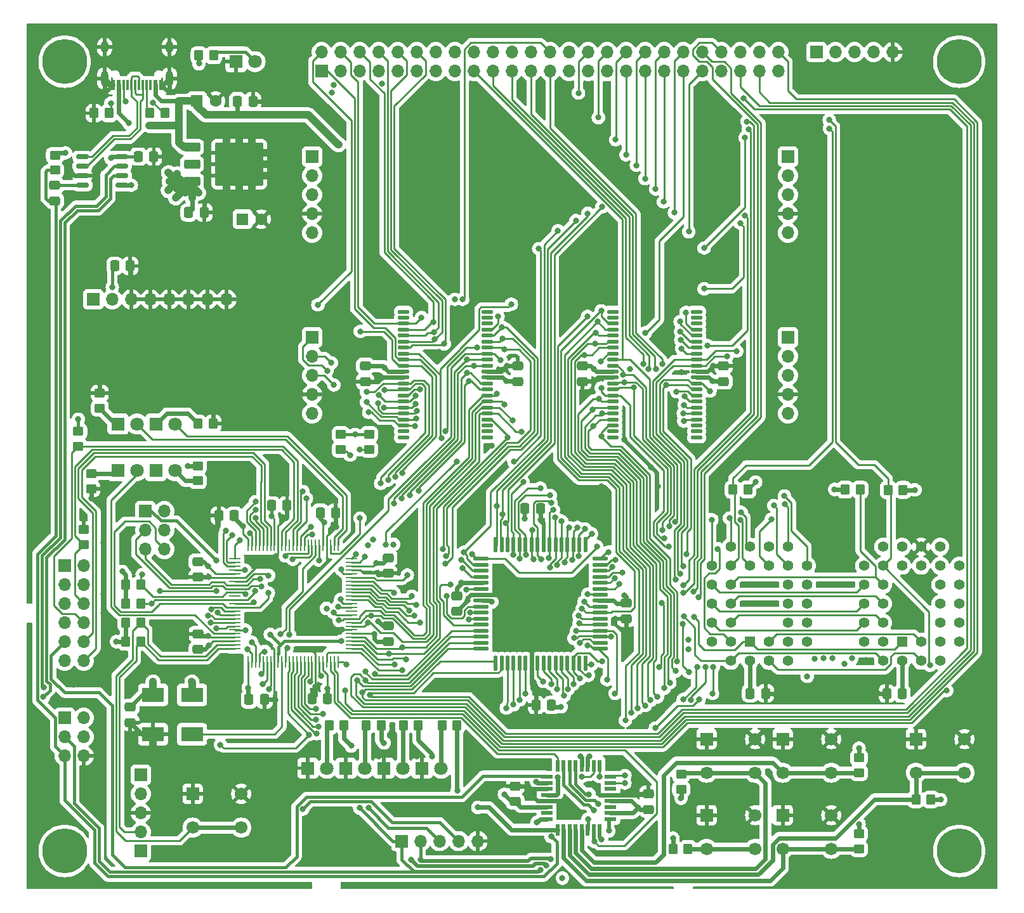
<source format=gbr>
G04 #@! TF.GenerationSoftware,KiCad,Pcbnew,7.0.7*
G04 #@! TF.CreationDate,2023-12-21T21:40:58+09:00*
G04 #@! TF.ProjectId,Pixy-68000,50697879-2d36-4383-9030-302e6b696361,rev?*
G04 #@! TF.SameCoordinates,Original*
G04 #@! TF.FileFunction,Copper,L1,Top*
G04 #@! TF.FilePolarity,Positive*
%FSLAX46Y46*%
G04 Gerber Fmt 4.6, Leading zero omitted, Abs format (unit mm)*
G04 Created by KiCad (PCBNEW 7.0.7) date 2023-12-21 21:40:58*
%MOMM*%
%LPD*%
G01*
G04 APERTURE LIST*
G04 Aperture macros list*
%AMRoundRect*
0 Rectangle with rounded corners*
0 $1 Rounding radius*
0 $2 $3 $4 $5 $6 $7 $8 $9 X,Y pos of 4 corners*
0 Add a 4 corners polygon primitive as box body*
4,1,4,$2,$3,$4,$5,$6,$7,$8,$9,$2,$3,0*
0 Add four circle primitives for the rounded corners*
1,1,$1+$1,$2,$3*
1,1,$1+$1,$4,$5*
1,1,$1+$1,$6,$7*
1,1,$1+$1,$8,$9*
0 Add four rect primitives between the rounded corners*
20,1,$1+$1,$2,$3,$4,$5,0*
20,1,$1+$1,$4,$5,$6,$7,0*
20,1,$1+$1,$6,$7,$8,$9,0*
20,1,$1+$1,$8,$9,$2,$3,0*%
G04 Aperture macros list end*
G04 #@! TA.AperFunction,ComponentPad*
%ADD10C,6.000000*%
G04 #@! TD*
G04 #@! TA.AperFunction,SMDPad,CuDef*
%ADD11RoundRect,0.250000X-0.350000X-0.450000X0.350000X-0.450000X0.350000X0.450000X-0.350000X0.450000X0*%
G04 #@! TD*
G04 #@! TA.AperFunction,SMDPad,CuDef*
%ADD12RoundRect,0.250000X0.450000X-0.350000X0.450000X0.350000X-0.450000X0.350000X-0.450000X-0.350000X0*%
G04 #@! TD*
G04 #@! TA.AperFunction,ComponentPad*
%ADD13R,1.800000X1.800000*%
G04 #@! TD*
G04 #@! TA.AperFunction,ComponentPad*
%ADD14C,1.800000*%
G04 #@! TD*
G04 #@! TA.AperFunction,SMDPad,CuDef*
%ADD15RoundRect,0.250000X-0.337500X-0.475000X0.337500X-0.475000X0.337500X0.475000X-0.337500X0.475000X0*%
G04 #@! TD*
G04 #@! TA.AperFunction,ComponentPad*
%ADD16R,1.700000X1.700000*%
G04 #@! TD*
G04 #@! TA.AperFunction,ComponentPad*
%ADD17O,1.700000X1.700000*%
G04 #@! TD*
G04 #@! TA.AperFunction,ComponentPad*
%ADD18C,1.700000*%
G04 #@! TD*
G04 #@! TA.AperFunction,SMDPad,CuDef*
%ADD19RoundRect,0.250000X-0.450000X0.350000X-0.450000X-0.350000X0.450000X-0.350000X0.450000X0.350000X0*%
G04 #@! TD*
G04 #@! TA.AperFunction,SMDPad,CuDef*
%ADD20RoundRect,0.250000X-0.475000X0.337500X-0.475000X-0.337500X0.475000X-0.337500X0.475000X0.337500X0*%
G04 #@! TD*
G04 #@! TA.AperFunction,SMDPad,CuDef*
%ADD21RoundRect,0.250000X0.350000X0.450000X-0.350000X0.450000X-0.350000X-0.450000X0.350000X-0.450000X0*%
G04 #@! TD*
G04 #@! TA.AperFunction,SMDPad,CuDef*
%ADD22RoundRect,0.250000X0.337500X0.475000X-0.337500X0.475000X-0.337500X-0.475000X0.337500X-0.475000X0*%
G04 #@! TD*
G04 #@! TA.AperFunction,SMDPad,CuDef*
%ADD23RoundRect,0.150000X-0.675000X-0.150000X0.675000X-0.150000X0.675000X0.150000X-0.675000X0.150000X0*%
G04 #@! TD*
G04 #@! TA.AperFunction,SMDPad,CuDef*
%ADD24R,0.600000X1.450000*%
G04 #@! TD*
G04 #@! TA.AperFunction,SMDPad,CuDef*
%ADD25R,0.300000X1.450000*%
G04 #@! TD*
G04 #@! TA.AperFunction,ComponentPad*
%ADD26O,1.000000X2.100000*%
G04 #@! TD*
G04 #@! TA.AperFunction,ComponentPad*
%ADD27O,1.000000X1.600000*%
G04 #@! TD*
G04 #@! TA.AperFunction,SMDPad,CuDef*
%ADD28R,3.000000X1.980000*%
G04 #@! TD*
G04 #@! TA.AperFunction,SMDPad,CuDef*
%ADD29R,1.562100X0.279400*%
G04 #@! TD*
G04 #@! TA.AperFunction,SMDPad,CuDef*
%ADD30R,0.279400X1.562100*%
G04 #@! TD*
G04 #@! TA.AperFunction,SMDPad,CuDef*
%ADD31RoundRect,0.250000X0.475000X-0.337500X0.475000X0.337500X-0.475000X0.337500X-0.475000X-0.337500X0*%
G04 #@! TD*
G04 #@! TA.AperFunction,ComponentPad*
%ADD32R,1.600000X1.600000*%
G04 #@! TD*
G04 #@! TA.AperFunction,ComponentPad*
%ADD33C,1.600000*%
G04 #@! TD*
G04 #@! TA.AperFunction,SMDPad,CuDef*
%ADD34R,1.600000X0.550000*%
G04 #@! TD*
G04 #@! TA.AperFunction,SMDPad,CuDef*
%ADD35R,0.550000X1.600000*%
G04 #@! TD*
G04 #@! TA.AperFunction,ComponentPad*
%ADD36R,1.422400X1.422400*%
G04 #@! TD*
G04 #@! TA.AperFunction,ComponentPad*
%ADD37C,1.422400*%
G04 #@! TD*
G04 #@! TA.AperFunction,SMDPad,CuDef*
%ADD38RoundRect,0.250000X-0.850000X-0.350000X0.850000X-0.350000X0.850000X0.350000X-0.850000X0.350000X0*%
G04 #@! TD*
G04 #@! TA.AperFunction,SMDPad,CuDef*
%ADD39RoundRect,0.250000X-1.275000X-1.125000X1.275000X-1.125000X1.275000X1.125000X-1.275000X1.125000X0*%
G04 #@! TD*
G04 #@! TA.AperFunction,SMDPad,CuDef*
%ADD40RoundRect,0.249997X-2.950003X-2.650003X2.950003X-2.650003X2.950003X2.650003X-2.950003X2.650003X0*%
G04 #@! TD*
G04 #@! TA.AperFunction,SMDPad,CuDef*
%ADD41RoundRect,0.137500X-0.625000X-0.137500X0.625000X-0.137500X0.625000X0.137500X-0.625000X0.137500X0*%
G04 #@! TD*
G04 #@! TA.AperFunction,SMDPad,CuDef*
%ADD42RoundRect,0.137500X-0.862500X-0.137500X0.862500X-0.137500X0.862500X0.137500X-0.862500X0.137500X0*%
G04 #@! TD*
G04 #@! TA.AperFunction,SMDPad,CuDef*
%ADD43RoundRect,0.137500X-0.137500X-0.862500X0.137500X-0.862500X0.137500X0.862500X-0.137500X0.862500X0*%
G04 #@! TD*
G04 #@! TA.AperFunction,ViaPad*
%ADD44C,0.800000*%
G04 #@! TD*
G04 #@! TA.AperFunction,Conductor*
%ADD45C,0.250000*%
G04 #@! TD*
G04 #@! TA.AperFunction,Conductor*
%ADD46C,0.600000*%
G04 #@! TD*
G04 #@! TA.AperFunction,Conductor*
%ADD47C,0.400000*%
G04 #@! TD*
G04 #@! TA.AperFunction,Conductor*
%ADD48C,1.000000*%
G04 #@! TD*
G04 #@! TA.AperFunction,Conductor*
%ADD49C,0.500000*%
G04 #@! TD*
G04 APERTURE END LIST*
D10*
X149860000Y-135890000D03*
X30480000Y-135890000D03*
X149860000Y-30480000D03*
X30480000Y-30480000D03*
D11*
X134641456Y-87637124D03*
X136641456Y-87637124D03*
D12*
X112741487Y-127637285D03*
X112741487Y-125637285D03*
D13*
X68018960Y-124830501D03*
D14*
X70558960Y-124830501D03*
D13*
X37596046Y-78870000D03*
D14*
X40136046Y-78870000D03*
D15*
X53525591Y-35782885D03*
X55600591Y-35782885D03*
D16*
X41250019Y-90510818D03*
D17*
X43790019Y-90510818D03*
X41250019Y-93050818D03*
X43790019Y-93050818D03*
X41250019Y-95590818D03*
X43790019Y-95590818D03*
D13*
X62938960Y-124830501D03*
D14*
X65478960Y-124830501D03*
D16*
X126290000Y-120940000D03*
D18*
X132790000Y-120940000D03*
X126290000Y-125440000D03*
X132790000Y-125440000D03*
D19*
X67310000Y-80280000D03*
X67310000Y-82280000D03*
X32290731Y-79849579D03*
X32290731Y-81849579D03*
X29184551Y-42975176D03*
X29184551Y-44975176D03*
D12*
X33020000Y-94980000D03*
X33020000Y-92980000D03*
D20*
X70590000Y-71112500D03*
X70590000Y-73187500D03*
D15*
X91905000Y-90170000D03*
X93980000Y-90170000D03*
D21*
X121650000Y-87630000D03*
X119650000Y-87630000D03*
D16*
X64770000Y-31750000D03*
D17*
X64770000Y-29210000D03*
X67310000Y-31750000D03*
X67310000Y-29210000D03*
X69850000Y-31750000D03*
X69850000Y-29210000D03*
X72390000Y-31750000D03*
X72390000Y-29210000D03*
X74930000Y-31750000D03*
X74930000Y-29210000D03*
X77470000Y-31750000D03*
X77470000Y-29210000D03*
X80010000Y-31750000D03*
X80010000Y-29210000D03*
X82550000Y-31750000D03*
X82550000Y-29210000D03*
X85090000Y-31750000D03*
X85090000Y-29210000D03*
X87630000Y-31750000D03*
X87630000Y-29210000D03*
X90170000Y-31750000D03*
X90170000Y-29210000D03*
X92710000Y-31750000D03*
X92710000Y-29210000D03*
X95250000Y-31750000D03*
X95250000Y-29210000D03*
X97790000Y-31750000D03*
X97790000Y-29210000D03*
X100330000Y-31750000D03*
X100330000Y-29210000D03*
X102870000Y-31750000D03*
X102870000Y-29210000D03*
X105410000Y-31750000D03*
X105410000Y-29210000D03*
X107950000Y-31750000D03*
X107950000Y-29210000D03*
X110490000Y-31750000D03*
X110490000Y-29210000D03*
X113030000Y-31750000D03*
X113030000Y-29210000D03*
X115570000Y-31750000D03*
X115570000Y-29210000D03*
X118110000Y-31750000D03*
X118110000Y-29210000D03*
X120650000Y-31750000D03*
X120650000Y-29210000D03*
X123190000Y-31750000D03*
X123190000Y-29210000D03*
X125730000Y-31750000D03*
X125730000Y-29210000D03*
D15*
X37136145Y-57769320D03*
X39211145Y-57769320D03*
D22*
X142253007Y-114872441D03*
X140178007Y-114872441D03*
X95462968Y-116398828D03*
X93387968Y-116398828D03*
D23*
X32850000Y-43175364D03*
X32850000Y-44445364D03*
X32850000Y-45715364D03*
X32850000Y-46985364D03*
X38100000Y-46985364D03*
X38100000Y-45715364D03*
X38100000Y-44445364D03*
X38100000Y-43175364D03*
D11*
X38640000Y-105410000D03*
X40640000Y-105410000D03*
D20*
X39217195Y-116676503D03*
X39217195Y-118751503D03*
D16*
X30480000Y-118110000D03*
D17*
X33020000Y-118110000D03*
X30480000Y-120650000D03*
X33020000Y-120650000D03*
X30480000Y-123190000D03*
X33020000Y-123190000D03*
D13*
X73098960Y-124830501D03*
D14*
X75638960Y-124830501D03*
D24*
X43376384Y-33639319D03*
X42576384Y-33639319D03*
D25*
X41376384Y-33639319D03*
X40376384Y-33639319D03*
X39876384Y-33639319D03*
X38876384Y-33639319D03*
D24*
X37676384Y-33639319D03*
X36876384Y-33639319D03*
X36876384Y-33639319D03*
X37676384Y-33639319D03*
D25*
X38376384Y-33639319D03*
X39376384Y-33639319D03*
X40876384Y-33639319D03*
X41876384Y-33639319D03*
D24*
X42576384Y-33639319D03*
X43376384Y-33639319D03*
D26*
X44446384Y-32724319D03*
D27*
X44446384Y-28544319D03*
D26*
X35806384Y-32724319D03*
D27*
X35806384Y-28544319D03*
D15*
X47020464Y-50628642D03*
X49095464Y-50628642D03*
D13*
X53340000Y-30475364D03*
D14*
X55880000Y-30475364D03*
D11*
X38640000Y-102870000D03*
X40640000Y-102870000D03*
D19*
X136489299Y-123452879D03*
X136489299Y-125452879D03*
D12*
X35160110Y-76775732D03*
X35160110Y-74775732D03*
D20*
X99567500Y-71112500D03*
X99567500Y-73187500D03*
D16*
X40640000Y-135890000D03*
X40640000Y-125730000D03*
D17*
X40640000Y-133350000D03*
X40640000Y-130810000D03*
X40640000Y-128270000D03*
D19*
X34036904Y-85535235D03*
X34036904Y-87535235D03*
D13*
X42676046Y-78870000D03*
D14*
X45216046Y-78870000D03*
D28*
X42272272Y-115045704D03*
X42272272Y-120305704D03*
X47472272Y-120305704D03*
X47472272Y-115045704D03*
D29*
X53181250Y-96869999D03*
X53181250Y-97370001D03*
X53181250Y-97870000D03*
X53181250Y-98369999D03*
X53181250Y-98870000D03*
X53181250Y-99369999D03*
X53181250Y-99870001D03*
X53181250Y-100370000D03*
X53181250Y-100869999D03*
X53181250Y-101370000D03*
X53181250Y-101869999D03*
X53181250Y-102369998D03*
X53181250Y-102870000D03*
X53181250Y-103369999D03*
X53181250Y-103870001D03*
X53181250Y-104370000D03*
X53181250Y-104869999D03*
X53181250Y-105370000D03*
X53181250Y-105869999D03*
X53181250Y-106370001D03*
X53181250Y-106870000D03*
X53181250Y-107369999D03*
X53181250Y-107870000D03*
X53181250Y-108369999D03*
X53181250Y-108870001D03*
D30*
X54959999Y-110648750D03*
X55460001Y-110648750D03*
X55960000Y-110648750D03*
X56459999Y-110648750D03*
X56960000Y-110648750D03*
X57459999Y-110648750D03*
X57960001Y-110648750D03*
X58460000Y-110648750D03*
X58959999Y-110648750D03*
X59460000Y-110648750D03*
X59959999Y-110648750D03*
X60460001Y-110648750D03*
X60960000Y-110648750D03*
X61459999Y-110648750D03*
X61960001Y-110648750D03*
X62460000Y-110648750D03*
X62960001Y-110648750D03*
X63460000Y-110648750D03*
X63959999Y-110648750D03*
X64460001Y-110648750D03*
X64960000Y-110648750D03*
X65460001Y-110648750D03*
X65960000Y-110648750D03*
X66459999Y-110648750D03*
X66960001Y-110648750D03*
D29*
X68738750Y-108870001D03*
X68738750Y-108369999D03*
X68738750Y-107870000D03*
X68738750Y-107370001D03*
X68738750Y-106870000D03*
X68738750Y-106370001D03*
X68738750Y-105869999D03*
X68738750Y-105370000D03*
X68738750Y-104870001D03*
X68738750Y-104370000D03*
X68738750Y-103870001D03*
X68738750Y-103369999D03*
X68738750Y-102870000D03*
X68738750Y-102370001D03*
X68738750Y-101869999D03*
X68738750Y-101370000D03*
X68738750Y-100869999D03*
X68738750Y-100370000D03*
X68738750Y-99870001D03*
X68738750Y-99369999D03*
X68738750Y-98870000D03*
X68738750Y-98369999D03*
X68738750Y-97870000D03*
X68738750Y-97370001D03*
X68738750Y-96869999D03*
D30*
X66960001Y-95091250D03*
X66459999Y-95091250D03*
X65960000Y-95091250D03*
X65460001Y-95091250D03*
X64960000Y-95091250D03*
X64460001Y-95091250D03*
X63959999Y-95091250D03*
X63460000Y-95091250D03*
X62960001Y-95091250D03*
X62460000Y-95091250D03*
X61960001Y-95091250D03*
X61459999Y-95091250D03*
X60960000Y-95091250D03*
X60460001Y-95091250D03*
X59959999Y-95091250D03*
X59460000Y-95091250D03*
X58959999Y-95091250D03*
X58460000Y-95091250D03*
X57960001Y-95091250D03*
X57459999Y-95091250D03*
X56960000Y-95091250D03*
X56459999Y-95091250D03*
X55960000Y-95091250D03*
X55460001Y-95091250D03*
X54959999Y-95091250D03*
D13*
X78178960Y-124830501D03*
D14*
X80718960Y-124830501D03*
D13*
X37596046Y-85090000D03*
D14*
X40136046Y-85090000D03*
D21*
X146067375Y-129013899D03*
X144067375Y-129013899D03*
D31*
X118385000Y-73187500D03*
X118385000Y-71112500D03*
D19*
X136469889Y-133594922D03*
X136469889Y-135594922D03*
D32*
X54222834Y-51527438D03*
D33*
X56722834Y-51527438D03*
D21*
X82829012Y-119140172D03*
X80829012Y-119140172D03*
D34*
X94810000Y-126010000D03*
X94810000Y-126810000D03*
X94810000Y-127610000D03*
X94810000Y-128410000D03*
X94810000Y-129210000D03*
X94810000Y-130010000D03*
X94810000Y-130810000D03*
X94810000Y-131610000D03*
D35*
X96260000Y-133060000D03*
X97060000Y-133060000D03*
X97860000Y-133060000D03*
X98660000Y-133060000D03*
X99460000Y-133060000D03*
X100260000Y-133060000D03*
X101060000Y-133060000D03*
X101860000Y-133060000D03*
D34*
X103310000Y-131610000D03*
X103310000Y-130810000D03*
X103310000Y-130010000D03*
X103310000Y-129210000D03*
X103310000Y-128410000D03*
X103310000Y-127610000D03*
X103310000Y-126810000D03*
X103310000Y-126010000D03*
D35*
X101860000Y-124560000D03*
X101060000Y-124560000D03*
X100260000Y-124560000D03*
X99460000Y-124560000D03*
X98660000Y-124560000D03*
X97860000Y-124560000D03*
X97060000Y-124560000D03*
X96260000Y-124560000D03*
D11*
X111660259Y-135605115D03*
X113660259Y-135605115D03*
D16*
X127000000Y-43180000D03*
D17*
X127000000Y-45720000D03*
X127000000Y-48260000D03*
X127000000Y-50800000D03*
X127000000Y-53340000D03*
D15*
X64583052Y-90707643D03*
X66658052Y-90707643D03*
D11*
X38640000Y-100330000D03*
X40640000Y-100330000D03*
D16*
X116130000Y-120940000D03*
D18*
X122630000Y-120940000D03*
X116130000Y-125440000D03*
X122630000Y-125440000D03*
D16*
X63500000Y-67310000D03*
D17*
X63500000Y-69850000D03*
X63500000Y-72390000D03*
X63500000Y-74930000D03*
X63500000Y-77470000D03*
D21*
X142369201Y-87670178D03*
X140369201Y-87670178D03*
D15*
X121947356Y-114838003D03*
X124022356Y-114838003D03*
D20*
X73660000Y-96752500D03*
X73660000Y-98827500D03*
D36*
X121920000Y-107950000D03*
D37*
X124460000Y-110490000D03*
X124460000Y-107950000D03*
X127000000Y-110490000D03*
X129540000Y-107950000D03*
X127000000Y-107950000D03*
X129540000Y-105410000D03*
X127000000Y-105410000D03*
X129540000Y-102870000D03*
X127000000Y-102870000D03*
X129540000Y-100330000D03*
X127000000Y-100330000D03*
X129540000Y-97790000D03*
X127000000Y-95250000D03*
X127000000Y-97790000D03*
X124460000Y-95250000D03*
X124460000Y-97790000D03*
X121920000Y-95250000D03*
X121920000Y-97790000D03*
X119380000Y-95250000D03*
X116840000Y-97790000D03*
X119380000Y-97790000D03*
X116840000Y-100330000D03*
X119380000Y-100330000D03*
X116840000Y-102870000D03*
X119380000Y-102870000D03*
X116840000Y-105410000D03*
X119380000Y-105410000D03*
X116840000Y-107950000D03*
X119380000Y-110490000D03*
X119380000Y-107950000D03*
X121920000Y-110490000D03*
D15*
X58082538Y-89738182D03*
X60157538Y-89738182D03*
D31*
X73660000Y-107926951D03*
X73660000Y-105851951D03*
D16*
X126290000Y-131100000D03*
D18*
X132790000Y-131100000D03*
X126290000Y-135600000D03*
X132790000Y-135600000D03*
D16*
X144070000Y-120940000D03*
D18*
X150570000Y-120940000D03*
X144070000Y-125440000D03*
X150570000Y-125440000D03*
D16*
X127000000Y-67310000D03*
D17*
X127000000Y-69850000D03*
X127000000Y-72390000D03*
X127000000Y-74930000D03*
X127000000Y-77470000D03*
D38*
X47463261Y-41910364D03*
X47463261Y-44190364D03*
X47463261Y-46470364D03*
D39*
X52088261Y-42665364D03*
X52088261Y-45715364D03*
D40*
X53763261Y-44190364D03*
D39*
X55438261Y-42665364D03*
X55438261Y-45715364D03*
D31*
X90610000Y-129307500D03*
X90610000Y-127232500D03*
D20*
X48233713Y-97264003D03*
X48233713Y-99339003D03*
D11*
X48381861Y-29642169D03*
X50381861Y-29642169D03*
D13*
X42637252Y-85090000D03*
D14*
X45177252Y-85090000D03*
D31*
X48260000Y-108985274D03*
X48260000Y-106910274D03*
D16*
X47550000Y-128270000D03*
D18*
X54050000Y-128270000D03*
X47550000Y-132770000D03*
X54050000Y-132770000D03*
D32*
X48116413Y-35745747D03*
D33*
X50616413Y-35745747D03*
D21*
X77664083Y-119140172D03*
X75664083Y-119140172D03*
X36402874Y-37365301D03*
X34402874Y-37365301D03*
D19*
X48260000Y-84471802D03*
X48260000Y-86471802D03*
D21*
X67754136Y-119140172D03*
X65754136Y-119140172D03*
D41*
X103632500Y-63870000D03*
X103632500Y-64670000D03*
X103632500Y-65470000D03*
X103632500Y-66270000D03*
X103632500Y-67070000D03*
X103632500Y-67870000D03*
X103632500Y-68670000D03*
X103632500Y-69470000D03*
X103632500Y-70270000D03*
X103632500Y-71070000D03*
X103632500Y-71870000D03*
X103632500Y-72670000D03*
X103632500Y-73470000D03*
X103632500Y-74270000D03*
X103632500Y-75070000D03*
X103632500Y-75870000D03*
X103632500Y-76670000D03*
X103632500Y-77470000D03*
X103632500Y-78270000D03*
X103632500Y-79070000D03*
X103632500Y-79870000D03*
X103632500Y-80670000D03*
X114807500Y-80670000D03*
X114807500Y-79870000D03*
X114807500Y-79070000D03*
X114807500Y-78270000D03*
X114807500Y-77470000D03*
X114807500Y-76670000D03*
X114807500Y-75870000D03*
X114807500Y-75070000D03*
X114807500Y-74270000D03*
X114807500Y-73470000D03*
X114807500Y-72670000D03*
X114807500Y-71870000D03*
X114807500Y-71070000D03*
X114807500Y-70270000D03*
X114807500Y-69470000D03*
X114807500Y-68670000D03*
X114807500Y-67870000D03*
X114807500Y-67070000D03*
X114807500Y-66270000D03*
X114807500Y-65470000D03*
X114807500Y-64670000D03*
X114807500Y-63870000D03*
D16*
X75421686Y-134566669D03*
D17*
X77961686Y-134566669D03*
X80501686Y-134566669D03*
X83041686Y-134566669D03*
X85581686Y-134566669D03*
D20*
X82782500Y-101832500D03*
X82782500Y-103907500D03*
D16*
X116130000Y-131100000D03*
D18*
X122630000Y-131100000D03*
X116130000Y-135600000D03*
X122630000Y-135600000D03*
D11*
X41853579Y-37365301D03*
X43853579Y-37365301D03*
D41*
X75692500Y-63870000D03*
X75692500Y-64670000D03*
X75692500Y-65470000D03*
X75692500Y-66270000D03*
X75692500Y-67070000D03*
X75692500Y-67870000D03*
X75692500Y-68670000D03*
X75692500Y-69470000D03*
X75692500Y-70270000D03*
X75692500Y-71070000D03*
X75692500Y-71870000D03*
X75692500Y-72670000D03*
X75692500Y-73470000D03*
X75692500Y-74270000D03*
X75692500Y-75070000D03*
X75692500Y-75870000D03*
X75692500Y-76670000D03*
X75692500Y-77470000D03*
X75692500Y-78270000D03*
X75692500Y-79070000D03*
X75692500Y-79870000D03*
X75692500Y-80670000D03*
X86867500Y-80670000D03*
X86867500Y-79870000D03*
X86867500Y-79070000D03*
X86867500Y-78270000D03*
X86867500Y-77470000D03*
X86867500Y-76670000D03*
X86867500Y-75870000D03*
X86867500Y-75070000D03*
X86867500Y-74270000D03*
X86867500Y-73470000D03*
X86867500Y-72670000D03*
X86867500Y-71870000D03*
X86867500Y-71070000D03*
X86867500Y-70270000D03*
X86867500Y-69470000D03*
X86867500Y-68670000D03*
X86867500Y-67870000D03*
X86867500Y-67070000D03*
X86867500Y-66270000D03*
X86867500Y-65470000D03*
X86867500Y-64670000D03*
X86867500Y-63870000D03*
D11*
X48283055Y-78849925D03*
X50283055Y-78849925D03*
D31*
X108390000Y-130345000D03*
X108390000Y-128270000D03*
D16*
X130810000Y-29210000D03*
D17*
X133350000Y-29210000D03*
X135890000Y-29210000D03*
X138430000Y-29210000D03*
X140970000Y-29210000D03*
D19*
X71120000Y-80280000D03*
X71120000Y-82280000D03*
D15*
X40302903Y-43168058D03*
X42377903Y-43168058D03*
D16*
X34290000Y-62230000D03*
D17*
X36830000Y-62230000D03*
X39370000Y-62230000D03*
X41910000Y-62230000D03*
X44450000Y-62230000D03*
X46990000Y-62230000D03*
X49530000Y-62230000D03*
X52070000Y-62230000D03*
D36*
X142240000Y-107950000D03*
D37*
X144780000Y-110490000D03*
X144780000Y-107950000D03*
X147320000Y-110490000D03*
X149860000Y-107950000D03*
X147320000Y-107950000D03*
X149860000Y-105410000D03*
X147320000Y-105410000D03*
X149860000Y-102870000D03*
X147320000Y-102870000D03*
X149860000Y-100330000D03*
X147320000Y-100330000D03*
X149860000Y-97790000D03*
X147320000Y-95250000D03*
X147320000Y-97790000D03*
X144780000Y-95250000D03*
X144780000Y-97790000D03*
X142240000Y-95250000D03*
X142240000Y-97790000D03*
X139700000Y-95250000D03*
X137160000Y-97790000D03*
X139700000Y-97790000D03*
X137160000Y-100330000D03*
X139700000Y-100330000D03*
X137160000Y-102870000D03*
X139700000Y-102870000D03*
X137160000Y-105410000D03*
X139700000Y-105410000D03*
X137160000Y-107950000D03*
X139700000Y-110490000D03*
X139700000Y-107950000D03*
X142240000Y-110490000D03*
D21*
X72709110Y-119098181D03*
X70709110Y-119098181D03*
D22*
X53118951Y-91112332D03*
X51043951Y-91112332D03*
D15*
X55069174Y-115673952D03*
X57144174Y-115673952D03*
D42*
X86055000Y-96870000D03*
X86055000Y-97670000D03*
X86055000Y-98470000D03*
X86055000Y-99270000D03*
X86055000Y-100070000D03*
X86055000Y-100870000D03*
X86055000Y-101670000D03*
X86055000Y-102470000D03*
X86055000Y-103270000D03*
X86055000Y-104070000D03*
X86055000Y-104870000D03*
X86055000Y-105670000D03*
X86055000Y-106470000D03*
X86055000Y-107270000D03*
X86055000Y-108070000D03*
X86055000Y-108870000D03*
D43*
X87980000Y-110795000D03*
X88780000Y-110795000D03*
X89580000Y-110795000D03*
X90380000Y-110795000D03*
X91180000Y-110795000D03*
X91980000Y-110795000D03*
X92780000Y-110795000D03*
X93580000Y-110795000D03*
X94380000Y-110795000D03*
X95180000Y-110795000D03*
X95980000Y-110795000D03*
X96780000Y-110795000D03*
X97580000Y-110795000D03*
X98380000Y-110795000D03*
X99180000Y-110795000D03*
X99980000Y-110795000D03*
D42*
X101905000Y-108870000D03*
X101905000Y-108070000D03*
X101905000Y-107270000D03*
X101905000Y-106470000D03*
X101905000Y-105670000D03*
X101905000Y-104870000D03*
X101905000Y-104070000D03*
X101905000Y-103270000D03*
X101905000Y-102470000D03*
X101905000Y-101670000D03*
X101905000Y-100870000D03*
X101905000Y-100070000D03*
X101905000Y-99270000D03*
X101905000Y-98470000D03*
X101905000Y-97670000D03*
X101905000Y-96870000D03*
D43*
X99980000Y-94945000D03*
X99180000Y-94945000D03*
X98380000Y-94945000D03*
X97580000Y-94945000D03*
X96780000Y-94945000D03*
X95980000Y-94945000D03*
X95180000Y-94945000D03*
X94380000Y-94945000D03*
X93580000Y-94945000D03*
X92780000Y-94945000D03*
X91980000Y-94945000D03*
X91180000Y-94945000D03*
X90380000Y-94945000D03*
X89580000Y-94945000D03*
X88780000Y-94945000D03*
X87980000Y-94945000D03*
D20*
X29166342Y-46994372D03*
X29166342Y-49069372D03*
D16*
X30480000Y-97790000D03*
D17*
X33020000Y-97790000D03*
X30480000Y-100330000D03*
X33020000Y-100330000D03*
X30480000Y-102870000D03*
X33020000Y-102870000D03*
X30480000Y-105410000D03*
X33020000Y-105410000D03*
X30480000Y-107950000D03*
X33020000Y-107950000D03*
X30480000Y-110490000D03*
X33020000Y-110490000D03*
D16*
X63500000Y-43180000D03*
D17*
X63500000Y-45720000D03*
X63500000Y-48260000D03*
X63500000Y-50800000D03*
X63500000Y-53340000D03*
D22*
X65550027Y-115570000D03*
X63475027Y-115570000D03*
D31*
X90910000Y-73187500D03*
X90910000Y-71112500D03*
D20*
X105418038Y-102808161D03*
X105418038Y-104883161D03*
D11*
X38640000Y-107950000D03*
X40640000Y-107950000D03*
D44*
X77750310Y-62225440D03*
X112805520Y-71946064D03*
X112911363Y-80252624D03*
X133222639Y-87619299D03*
X97783715Y-86775539D03*
X122137169Y-81383160D03*
X88857465Y-61749947D03*
X142212458Y-56008964D03*
X129888714Y-77658785D03*
X116987500Y-71106683D03*
X37622939Y-109630233D03*
X81280000Y-35560000D03*
X137160000Y-139700000D03*
X97844274Y-57408490D03*
X53795596Y-136311665D03*
X125417621Y-115153153D03*
X129727581Y-33673491D03*
X105410000Y-108426004D03*
X99240444Y-48248057D03*
X81812866Y-48047517D03*
X135586327Y-112941609D03*
X124460000Y-50800000D03*
X133992305Y-137995151D03*
X115858883Y-42177081D03*
X58501149Y-40076520D03*
X138430000Y-81716234D03*
X145363928Y-122989991D03*
X33020000Y-125730000D03*
X102494148Y-119187652D03*
X92817882Y-41982109D03*
X31639287Y-113666108D03*
X143122756Y-68496157D03*
X35448378Y-54053524D03*
X98025668Y-61696377D03*
X93564776Y-52095452D03*
X55440816Y-40364103D03*
X31365805Y-45286105D03*
X49861406Y-26733367D03*
X138912505Y-114820784D03*
X103294579Y-45127136D03*
X81170379Y-42708816D03*
X35428192Y-39571863D03*
X125255955Y-57886291D03*
X35845761Y-26846570D03*
X84955424Y-121972314D03*
X35170634Y-73439537D03*
X63731263Y-56278815D03*
X91263536Y-34125595D03*
X94049247Y-36891120D03*
X38841820Y-26624027D03*
X116725166Y-34792920D03*
X153917226Y-76396035D03*
X139123952Y-72904908D03*
X140593496Y-126183340D03*
X26858548Y-132692631D03*
X101089538Y-73158509D03*
X60009505Y-91433832D03*
X50565786Y-124327384D03*
X85994908Y-46665333D03*
X109612895Y-87199452D03*
X127088585Y-123393717D03*
X153849939Y-63054227D03*
X42490189Y-64527395D03*
X76253748Y-26708096D03*
X27608137Y-34860043D03*
X153860937Y-102470551D03*
X32381932Y-74930000D03*
X117019939Y-78446052D03*
X119957047Y-75175869D03*
X80446817Y-69272179D03*
X48260000Y-124460000D03*
X119139502Y-49777449D03*
X87428136Y-81749147D03*
X123781259Y-26716983D03*
X135937445Y-43696226D03*
X135145922Y-50246117D03*
X26994927Y-81332327D03*
X88398650Y-51635634D03*
X146459045Y-39154921D03*
X153876854Y-56118210D03*
X58617378Y-115735769D03*
X153532656Y-139327448D03*
X27152030Y-67894122D03*
X42935359Y-126400185D03*
X107533705Y-48013779D03*
X27112754Y-128127448D03*
X78031741Y-37715845D03*
X77910623Y-45447203D03*
X39503686Y-120794779D03*
X41017659Y-117686087D03*
X72312225Y-62739818D03*
X105151719Y-80961880D03*
X98527133Y-40417090D03*
X96552350Y-36023109D03*
X129767596Y-50649497D03*
X147449847Y-120823327D03*
X131435255Y-46152781D03*
X67173155Y-122668322D03*
X138865431Y-48859595D03*
X107750096Y-135397845D03*
X49538425Y-64469662D03*
X90758878Y-58813457D03*
X153890311Y-48011386D03*
X60136240Y-47424339D03*
X31750000Y-52943277D03*
X144206444Y-29650808D03*
X120978861Y-122451689D03*
X137444346Y-110421419D03*
X71631275Y-54610000D03*
X92125264Y-61436178D03*
X93928129Y-85584547D03*
X142240000Y-83820000D03*
X70983909Y-35560000D03*
X37677937Y-49485567D03*
X106982729Y-128377726D03*
X72231479Y-68463759D03*
X116107230Y-128305721D03*
X133350000Y-95250000D03*
X149183872Y-80246458D03*
X146602982Y-34001844D03*
X56471744Y-106975995D03*
X153264465Y-27249522D03*
X97805785Y-26685785D03*
X108078735Y-65216556D03*
X153573029Y-120325398D03*
X114146556Y-60987550D03*
X35612293Y-101610912D03*
X81755782Y-60270909D03*
X49549040Y-45713129D03*
X56845871Y-26814112D03*
X153815265Y-110649425D03*
X119093015Y-26642829D03*
X128730405Y-131172177D03*
X86216958Y-56047932D03*
X42854614Y-117686087D03*
X145054405Y-138923722D03*
X137949554Y-54584348D03*
X130048063Y-70720785D03*
X93987542Y-91641781D03*
X121920000Y-102870000D03*
X44377426Y-30227540D03*
X153917226Y-40838516D03*
X40595888Y-75608470D03*
X42266917Y-122069569D03*
X103416294Y-54294064D03*
X118218047Y-115623259D03*
X42794055Y-130659497D03*
X86360000Y-127289535D03*
X63952056Y-113979484D03*
X112810132Y-131360583D03*
X129010609Y-59945295D03*
X101578742Y-40403539D03*
X143870141Y-133163893D03*
X117344679Y-45798861D03*
X56859188Y-35763101D03*
X53761164Y-48005897D03*
X102090129Y-87183751D03*
X127801835Y-139677344D03*
X27244783Y-26957102D03*
X146542423Y-27188963D03*
X128864981Y-120473431D03*
X144780000Y-100330000D03*
X131494922Y-65784862D03*
X78588102Y-55950459D03*
X46629454Y-117746646D03*
X135230398Y-120406143D03*
X74212525Y-119206912D03*
X49558859Y-44171554D03*
X50283622Y-77291576D03*
X80205461Y-129800142D03*
X142520088Y-44647731D03*
X133340573Y-90769796D03*
X125783204Y-127565556D03*
X153111731Y-131915485D03*
X27318952Y-56360791D03*
X140766995Y-136433292D03*
X108683481Y-57473398D03*
X148755229Y-117768465D03*
X52081901Y-64550407D03*
X109170897Y-26627351D03*
X45900623Y-28519446D03*
X137173007Y-32635432D03*
X72349269Y-105221379D03*
X38628308Y-94570191D03*
X49437494Y-59968114D03*
X105448650Y-133076402D03*
X44849033Y-105371366D03*
X142721762Y-33688497D03*
X34348978Y-28537055D03*
X153876854Y-69325442D03*
X35791324Y-34388030D03*
X54778931Y-118974745D03*
X113144022Y-56665178D03*
X72355290Y-98965538D03*
X109855131Y-51102285D03*
X57878646Y-44170284D03*
X130217645Y-114034769D03*
X27083298Y-88555142D03*
X32092500Y-66809730D03*
X43379458Y-136230920D03*
X39362381Y-114565283D03*
X152568037Y-34274360D03*
X46994950Y-75709402D03*
X153960425Y-85188717D03*
X85550809Y-61845441D03*
X52094018Y-40340280D03*
X72390000Y-123245790D03*
X33528537Y-139543828D03*
X130044350Y-26286968D03*
X29755652Y-115806786D03*
X106946907Y-119181908D03*
X138972555Y-60853679D03*
X62041594Y-74930000D03*
X35192553Y-121767046D03*
X40391883Y-111678640D03*
X42281406Y-35941427D03*
X108974002Y-123927690D03*
X153968078Y-93798257D03*
X33179559Y-34526969D03*
X149167041Y-93479096D03*
X44192070Y-86713145D03*
X67907971Y-26894857D03*
X124658947Y-44791360D03*
X72805734Y-72726388D03*
X65618330Y-105078047D03*
X27014565Y-74798803D03*
X131772590Y-84844095D03*
X139846336Y-120729124D03*
X93036377Y-113869916D03*
X57905059Y-42647087D03*
X37166452Y-28528251D03*
X66709188Y-92586073D03*
X53748722Y-40354150D03*
X153519199Y-128642159D03*
X45822002Y-130625514D03*
X142969445Y-76780681D03*
X142916127Y-49338209D03*
X63065883Y-61835079D03*
X27940000Y-39370000D03*
X34036904Y-88770211D03*
X29594632Y-131093074D03*
X46508337Y-126023035D03*
X52102823Y-48026703D03*
X82969062Y-26600436D03*
X90853125Y-117868544D03*
X74077604Y-81549393D03*
X27201125Y-62424970D03*
X133925017Y-127390608D03*
X57590754Y-31968572D03*
X40997691Y-86887128D03*
X49727378Y-99303256D03*
X63262977Y-99296355D03*
X135692180Y-38939134D03*
X131152763Y-129274664D03*
X89472365Y-71106683D03*
X149304406Y-55977886D03*
X119808055Y-129960998D03*
X118872222Y-39490904D03*
X142240000Y-102870000D03*
X60782202Y-28166595D03*
X126728706Y-82744475D03*
X147714812Y-88412078D03*
X49644384Y-107184131D03*
X92276796Y-127696393D03*
X41968557Y-60069046D03*
X149386446Y-130137031D03*
X49859265Y-117645714D03*
X57887450Y-45693481D03*
X47035322Y-64530221D03*
X27034203Y-50194494D03*
X96067879Y-46524029D03*
X152936889Y-114863620D03*
X141310540Y-39251348D03*
X130820002Y-88004568D03*
X122028549Y-127565556D03*
X143750620Y-112986309D03*
X87769232Y-86085746D03*
X47881006Y-135504213D03*
X134835979Y-59079505D03*
X70844009Y-48307551D03*
X124460000Y-74930000D03*
X56195219Y-130201338D03*
X67949568Y-133831717D03*
X54610000Y-62230000D03*
X99842719Y-54392654D03*
X80019759Y-51913775D03*
X151863921Y-122801586D03*
X125467911Y-62337373D03*
X103284597Y-124138979D03*
X133157937Y-123205312D03*
X60154285Y-120411239D03*
X52281622Y-110701622D03*
X146372950Y-63702442D03*
X44370729Y-59968114D03*
X51960783Y-59907555D03*
X149287187Y-47092841D03*
X44450000Y-34290000D03*
X45891819Y-32710439D03*
X130282347Y-42474040D03*
X31750000Y-58420000D03*
X86360000Y-35560000D03*
X89562118Y-134391582D03*
X121342215Y-133984803D03*
X47862961Y-39006646D03*
X145976911Y-57228068D03*
X41445855Y-26775425D03*
X102296928Y-59947349D03*
X89305464Y-43180000D03*
X60960000Y-50800000D03*
X41294457Y-30984271D03*
X108867073Y-133621450D03*
X26871863Y-92977635D03*
X111170339Y-60299569D03*
X63063577Y-135185114D03*
X84248949Y-102419000D03*
X49549040Y-42659437D03*
X35133110Y-128914734D03*
X61875604Y-108934071D03*
X118352235Y-86076478D03*
X55440816Y-47993455D03*
X130215384Y-38436329D03*
X59690000Y-123190000D03*
X71964349Y-41555229D03*
X138464742Y-89071895D03*
X125102074Y-39036343D03*
X85692113Y-40246086D03*
X44451474Y-64469662D03*
X35612293Y-104150912D03*
X60216985Y-42579623D03*
X46994950Y-59988301D03*
X139700000Y-67310000D03*
X34331368Y-32736853D03*
X61816514Y-32668143D03*
X117224206Y-133702195D03*
X50800000Y-92710000D03*
X77470000Y-123245790D03*
X135223408Y-65859518D03*
X134862499Y-72428547D03*
X140640331Y-131414413D03*
X111729002Y-54270595D03*
X58650198Y-96471802D03*
X95205141Y-83516982D03*
X38720702Y-31014551D03*
X67197574Y-78385715D03*
X74257773Y-129833462D03*
X70816934Y-135919159D03*
X35610129Y-94722724D03*
X43074344Y-28537055D03*
X33020000Y-91440000D03*
X136441753Y-77250338D03*
X39370000Y-60615014D03*
X132238160Y-100319410D03*
X44483082Y-26828961D03*
X135997478Y-128628702D03*
X90170000Y-48260000D03*
X129803909Y-81465585D03*
X67473112Y-106362654D03*
X27190034Y-139564014D03*
X124460000Y-100330000D03*
X41880445Y-40605314D03*
X95258359Y-140099448D03*
X70122626Y-78314741D03*
X134693857Y-84877965D03*
X58824026Y-135065188D03*
X35854566Y-30253954D03*
X102906008Y-94347329D03*
X149373282Y-74340313D03*
X139399223Y-43418365D03*
X108684325Y-84615604D03*
X114260446Y-122452069D03*
X26479177Y-119115149D03*
X32501176Y-37371554D03*
X131387858Y-55747613D03*
X97452849Y-129524603D03*
X50718741Y-101195498D03*
X43180000Y-101195498D03*
X64461892Y-97073509D03*
X41778162Y-39022178D03*
X67047538Y-41559842D03*
X39370000Y-46990641D03*
X48391099Y-30749490D03*
X39058023Y-38705734D03*
X64277176Y-62960061D03*
X51265500Y-121711554D03*
X89421597Y-116808781D03*
X63057668Y-120348496D03*
X105307160Y-118449869D03*
X134561293Y-110902800D03*
X64080139Y-120222911D03*
X102075382Y-63760268D03*
X78093681Y-64649806D03*
X90373062Y-116358781D03*
X101599187Y-65215454D03*
X91207126Y-115701242D03*
X79655500Y-65243783D03*
X64338988Y-119257508D03*
X135520818Y-110178300D03*
X106093138Y-117450869D03*
X101371348Y-66698969D03*
X132887542Y-110178300D03*
X91974406Y-114901925D03*
X63970960Y-118328229D03*
X79771179Y-66586335D03*
X106928363Y-116804152D03*
X36632400Y-43363318D03*
X147375237Y-129043702D03*
X73157258Y-71330286D03*
X54245516Y-92541511D03*
X54970766Y-114099409D03*
X32301315Y-78235256D03*
X36830000Y-60621512D03*
X136488353Y-132299254D03*
X48350044Y-47998619D03*
X44416313Y-46471710D03*
X38164734Y-98574511D03*
X47455175Y-113312984D03*
X136486689Y-122157683D03*
X116898932Y-73143748D03*
X44294571Y-47677986D03*
X44312514Y-45309459D03*
X49597065Y-97842725D03*
X49704707Y-108457898D03*
X42266917Y-113312984D03*
X101109050Y-71544653D03*
X68052144Y-111023787D03*
X96714792Y-116621365D03*
X87490561Y-102633851D03*
X45442879Y-47489649D03*
X107002411Y-130099882D03*
X71779298Y-106916465D03*
X122679640Y-86628362D03*
X46898338Y-84465804D03*
X83434361Y-100037054D03*
X46598844Y-48007245D03*
X89157517Y-128319638D03*
X58071619Y-91205054D03*
X72088214Y-97433529D03*
X30578841Y-42667292D03*
X111660259Y-134173961D03*
X105167974Y-101717333D03*
X37382110Y-107935465D03*
X65528862Y-114185297D03*
X65107515Y-92037223D03*
X96231578Y-126056238D03*
X45477385Y-45471024D03*
X89398558Y-73143748D03*
X112724268Y-128858546D03*
X47465579Y-48650790D03*
X45263514Y-48691788D03*
X91907833Y-91513194D03*
X143942172Y-87670178D03*
X69218067Y-80279927D03*
X94353372Y-113242241D03*
X79801027Y-67585392D03*
X131712818Y-110178300D03*
X107952042Y-116457271D03*
X101283242Y-68148469D03*
X64911526Y-117620209D03*
X115975973Y-111304034D03*
X81119706Y-68172120D03*
X114022957Y-115765076D03*
X64001223Y-116873279D03*
X108666278Y-115747421D03*
X99815834Y-69626695D03*
X95462111Y-113597336D03*
X72420151Y-75020453D03*
X114866326Y-111303637D03*
X96186611Y-114300000D03*
X77302586Y-75101086D03*
X63227556Y-113232287D03*
X113030000Y-115650869D03*
X109586621Y-115298339D03*
X101793834Y-75527444D03*
X64727038Y-112511135D03*
X110490000Y-114151815D03*
X77280425Y-76147846D03*
X97105091Y-115171865D03*
X73105401Y-76670000D03*
X129556224Y-112565264D03*
X100929245Y-76976444D03*
X77511351Y-77120306D03*
X111235296Y-113402512D03*
X97636111Y-114300000D03*
X72270047Y-76121194D03*
X72840500Y-33404505D03*
X130555210Y-110235210D03*
X102195516Y-77421185D03*
X75516885Y-111737224D03*
X74506699Y-111012724D03*
X101034708Y-79150444D03*
X111991394Y-111871155D03*
X77407885Y-78151376D03*
X98360611Y-113575500D03*
X66363728Y-33622240D03*
X70775330Y-75956092D03*
X112223832Y-110577477D03*
X102212282Y-110577977D03*
X71059087Y-77309985D03*
X76036646Y-110288451D03*
X102104411Y-80498428D03*
X77193227Y-79127556D03*
X99230275Y-112876958D03*
X66135500Y-34654948D03*
X73764365Y-109563951D03*
X82550000Y-62230000D03*
X89601683Y-80646127D03*
X110150500Y-102777168D03*
X109786296Y-111315652D03*
X113082166Y-78468141D03*
X100377297Y-112424882D03*
X91440000Y-79874944D03*
X83571873Y-62232726D03*
X113030000Y-77470000D03*
X100787414Y-110989460D03*
X75528937Y-108674500D03*
X70922067Y-105418429D03*
X113151652Y-76321652D03*
X102862773Y-113030000D03*
X100249198Y-108418560D03*
X90273692Y-78425944D03*
X99040699Y-34661694D03*
X99223231Y-108074144D03*
X71387466Y-104494500D03*
X113741346Y-107654527D03*
X89166592Y-76251944D03*
X113237987Y-75210719D03*
X98427671Y-107469090D03*
X67085449Y-105094500D03*
X112124149Y-74558935D03*
X113743318Y-108926884D03*
X88175782Y-74802944D03*
X103415500Y-107270000D03*
X101701401Y-37958791D03*
X117037777Y-111304002D03*
X112703546Y-67657261D03*
X98749114Y-106511250D03*
X103927515Y-114847421D03*
X116917482Y-114852012D03*
X66369420Y-104028742D03*
X71665013Y-94339801D03*
X89122308Y-68901297D03*
X104011982Y-40905770D03*
X80912659Y-95601649D03*
X113782558Y-112018364D03*
X112949500Y-105574169D03*
X70958258Y-95065309D03*
X66986128Y-103242182D03*
X81325827Y-96530834D03*
X112636016Y-66539688D03*
X106782888Y-44313070D03*
X88900000Y-67451797D03*
X99131248Y-105513431D03*
X81243129Y-97547192D03*
X74361255Y-94949902D03*
X88847915Y-65968283D03*
X113097748Y-104560621D03*
X109334536Y-47501114D03*
X67310000Y-102296607D03*
X112614978Y-65215454D03*
X99096815Y-104502555D03*
X100258295Y-64506443D03*
X111855000Y-50657976D03*
X77904954Y-105355973D03*
X113389948Y-63981688D03*
X99513630Y-103522171D03*
X88303053Y-64506910D03*
X114446079Y-104635235D03*
X115069390Y-102052668D03*
X77129572Y-104494956D03*
X99814997Y-102569185D03*
X76450915Y-103761179D03*
X114397238Y-101257361D03*
X100273402Y-101599240D03*
X113005920Y-101418830D03*
X104473327Y-100262506D03*
X121528654Y-38491349D03*
X77403141Y-103036679D03*
X76811049Y-101862732D03*
X121729295Y-39516302D03*
X113030000Y-100377395D03*
X103859737Y-99436349D03*
X40827470Y-98991379D03*
X54610000Y-101600000D03*
X84580492Y-104017992D03*
X55893676Y-101169146D03*
X81439411Y-101824847D03*
X42057534Y-102852056D03*
X50746482Y-97123681D03*
X84076930Y-100969500D03*
X57924530Y-106965536D03*
X67358198Y-107874500D03*
X121106797Y-35383900D03*
X54610000Y-106403728D03*
X71186379Y-115039937D03*
X70223418Y-114688666D03*
X50719811Y-106145500D03*
X49996080Y-105424513D03*
X69505213Y-113113959D03*
X53845950Y-94394492D03*
X105392038Y-42922221D03*
X89368000Y-92120390D03*
X102191711Y-49876309D03*
X100286711Y-50756711D03*
X88900000Y-90960404D03*
X52867488Y-93687006D03*
X107928765Y-46095343D03*
X88135297Y-89837130D03*
X98698512Y-51708512D03*
X52003529Y-93093757D03*
X110401780Y-49204754D03*
X77876207Y-74204739D03*
X102075382Y-74078444D03*
X54540164Y-98381450D03*
X105951448Y-71529514D03*
X111107189Y-95250000D03*
X107950000Y-66698969D03*
X84870196Y-96271998D03*
X117628768Y-95538741D03*
X101495171Y-95239626D03*
X83724500Y-96009805D03*
X57696650Y-99104370D03*
X113754133Y-53193503D03*
X96302272Y-53080152D03*
X49597065Y-104488058D03*
X70653877Y-113099786D03*
X73361752Y-94949902D03*
X93743000Y-55456686D03*
X115813550Y-55377274D03*
X121279295Y-40640000D03*
X90428230Y-83869969D03*
X84452621Y-105009281D03*
X65410915Y-103501677D03*
X55745154Y-102645499D03*
X82806095Y-83871533D03*
X81985361Y-100347950D03*
X57655316Y-101421445D03*
X83531377Y-98078623D03*
X56732381Y-100554256D03*
X95388605Y-133955743D03*
X100452340Y-128309002D03*
X93499708Y-132079999D03*
X96902315Y-139517835D03*
X100291013Y-131650277D03*
X59310991Y-106935331D03*
X62247931Y-130287698D03*
X88668693Y-70333999D03*
X67885912Y-114428314D03*
X60473461Y-107015863D03*
X112814490Y-68792803D03*
X60164082Y-108766510D03*
X148183942Y-114465379D03*
X55442438Y-108023254D03*
X90089586Y-62867274D03*
X68580000Y-83030744D03*
X80790404Y-80752541D03*
X120650000Y-52070000D03*
X115813550Y-60814594D03*
X102065665Y-70503855D03*
X116252652Y-68403211D03*
X69850000Y-82294106D03*
X121279295Y-51014281D03*
X85505500Y-68680401D03*
X54873926Y-108938859D03*
X81295592Y-79852056D03*
X56735499Y-112258970D03*
X132537276Y-39400606D03*
X115142773Y-115631293D03*
X109315685Y-119475685D03*
X57177897Y-109251241D03*
X132502838Y-38287105D03*
X145944630Y-111091312D03*
X83399850Y-97029110D03*
X56532091Y-99574681D03*
X71845839Y-112240437D03*
X50042090Y-103593096D03*
X50928754Y-104054728D03*
X70644298Y-111937561D03*
X74418025Y-101412732D03*
X120154376Y-69143423D03*
X112000328Y-99652895D03*
X104871279Y-98711849D03*
X103556507Y-97922435D03*
X118834500Y-69850000D03*
X112588524Y-98844791D03*
X76200000Y-99043078D03*
X116590171Y-74459735D03*
X113033602Y-97858615D03*
X67356177Y-98259951D03*
X103978820Y-97010700D03*
X70549432Y-96617038D03*
X103066903Y-95977075D03*
X113483602Y-96286200D03*
X110213007Y-70843008D03*
X110735076Y-73660000D03*
X100801454Y-93537177D03*
X110510525Y-94139848D03*
X69375983Y-96259371D03*
X109426243Y-71563869D03*
X106410137Y-74003118D03*
X69877582Y-91467582D03*
X110208864Y-93072758D03*
X105164720Y-73278618D03*
X108408404Y-71556216D03*
X99060000Y-96520000D03*
X99906062Y-92907048D03*
X111185002Y-92555342D03*
X104976678Y-72296964D03*
X98180934Y-96995999D03*
X98888223Y-92700419D03*
X60908607Y-96921800D03*
X107689029Y-70852147D03*
X111950500Y-91912677D03*
X59909112Y-96471802D03*
X97170210Y-97370328D03*
X97790000Y-92710000D03*
X116840000Y-91654387D03*
X84125212Y-70270000D03*
X96780000Y-91833316D03*
X63494729Y-93588274D03*
X96212104Y-97654998D03*
X74437423Y-89441047D03*
X95919036Y-91325629D03*
X119185001Y-91440000D03*
X85090000Y-71070000D03*
X63297937Y-92593283D03*
X95267755Y-97999990D03*
X75432347Y-88805000D03*
X76554284Y-88355000D03*
X95698767Y-90350700D03*
X120650000Y-91654387D03*
X95060874Y-96756324D03*
X62731046Y-88787829D03*
X84131256Y-72078744D03*
X84455770Y-73118436D03*
X95380126Y-89403350D03*
X94081201Y-96954431D03*
X62262828Y-87904779D03*
X120742978Y-90659218D03*
X77750310Y-87823125D03*
X72645197Y-86794500D03*
X93014281Y-96905849D03*
X124771700Y-91602175D03*
X73156758Y-74283846D03*
X55949658Y-91450444D03*
X92849824Y-93004423D03*
X55949658Y-90293815D03*
X95260154Y-88411074D03*
X92022864Y-96309001D03*
X73638075Y-86344500D03*
X70742178Y-74598605D03*
X125117883Y-89760006D03*
X91206635Y-96885868D03*
X69932978Y-66513267D03*
X126567383Y-89553993D03*
X55949658Y-89262719D03*
X74584737Y-85894500D03*
X93941735Y-87428864D03*
X126533073Y-88488897D03*
X55235500Y-93490714D03*
X75495216Y-85444500D03*
X90371081Y-96318919D03*
X91666933Y-86625261D03*
X36657588Y-36022019D03*
X38575884Y-35800599D03*
X27699480Y-114042194D03*
X101090513Y-130445322D03*
X105235524Y-126816287D03*
X66057943Y-70711282D03*
X101860000Y-125934316D03*
X99459500Y-125959502D03*
X66394500Y-73660000D03*
X65494500Y-71763622D03*
X105235524Y-125816784D03*
X101650672Y-129604228D03*
X27645540Y-115340412D03*
X93980000Y-138430000D03*
X56879017Y-113589436D03*
X103094633Y-133203834D03*
X69850000Y-130149329D03*
X57735500Y-114301353D03*
X102124762Y-134360630D03*
X76671686Y-137025554D03*
X94770488Y-137818335D03*
X71003846Y-130148829D03*
X77962409Y-137096061D03*
X101159500Y-134620000D03*
X95358947Y-137010424D03*
X100472976Y-123248099D03*
X68719566Y-121850752D03*
X99297748Y-123248599D03*
X73085945Y-121446790D03*
X93413054Y-126653460D03*
X79541888Y-123245790D03*
X85621872Y-130071871D03*
X82859870Y-127833188D03*
D45*
X101721095Y-135181595D02*
X101159500Y-134620000D01*
X105179078Y-135181595D02*
X101721095Y-135181595D01*
X109440000Y-130920673D02*
X105179078Y-135181595D01*
X109440000Y-126648144D02*
X109440000Y-130920673D01*
X105247997Y-122456141D02*
X109440000Y-126648144D01*
X88409476Y-122456141D02*
X105247997Y-122456141D01*
X84204012Y-118265603D02*
X84218938Y-118265603D01*
X84218938Y-118265603D02*
X88409476Y-122456141D01*
X68729577Y-117623181D02*
X83561590Y-117623181D01*
X66912527Y-115806131D02*
X68729577Y-117623181D01*
X83561590Y-117623181D02*
X84204012Y-118265603D01*
X66459999Y-111730596D02*
X66912527Y-112183124D01*
X66459999Y-110648750D02*
X66459999Y-111730596D01*
X66912527Y-112183124D02*
X66912527Y-115806131D01*
D46*
X96251527Y-133051527D02*
X96260000Y-133060000D01*
X90123528Y-133051527D02*
X96251527Y-133051527D01*
X87143872Y-130071871D02*
X90123528Y-133051527D01*
X85621872Y-130071871D02*
X87143872Y-130071871D01*
D47*
X80555017Y-132080000D02*
X83041686Y-134566669D01*
X74169128Y-132080000D02*
X80555017Y-132080000D01*
X71367468Y-129278340D02*
X74169128Y-132080000D01*
X63251676Y-129278340D02*
X71367468Y-129278340D01*
X62247931Y-130282085D02*
X63251676Y-129278340D01*
X62247931Y-130287698D02*
X62247931Y-130282085D01*
X78781040Y-132846023D02*
X80501686Y-134566669D01*
X73701040Y-132846023D02*
X78781040Y-132846023D01*
X71003846Y-130148829D02*
X73701040Y-132846023D01*
D45*
X31845000Y-96155000D02*
X31845000Y-101695000D01*
X33020000Y-94980000D02*
X31845000Y-96155000D01*
X31845000Y-93805000D02*
X33020000Y-94980000D01*
X31845000Y-84611055D02*
X31845000Y-93805000D01*
X31395000Y-82745310D02*
X31395000Y-94104820D01*
X32290731Y-81849579D02*
X31395000Y-82745310D01*
X32297856Y-81842454D02*
X32290731Y-81849579D01*
X61538328Y-83767641D02*
X59613141Y-81842454D01*
X61538328Y-91730009D02*
X61538328Y-83767641D01*
X59959999Y-93308338D02*
X61538328Y-91730009D01*
X59959999Y-95091250D02*
X59959999Y-93308338D01*
X59613141Y-81842454D02*
X32297856Y-81842454D01*
D47*
X32290731Y-78245840D02*
X32290731Y-79849579D01*
X32301315Y-78235256D02*
X32290731Y-78245840D01*
D45*
X30183299Y-104235000D02*
X29021040Y-103072741D01*
X31845000Y-104235000D02*
X30183299Y-104235000D01*
X33020000Y-105410000D02*
X31845000Y-104235000D01*
X29021040Y-103072741D02*
X29021040Y-96478780D01*
X29021040Y-96478780D02*
X31395000Y-94104820D01*
X73361752Y-93288557D02*
X82778776Y-83871533D01*
X82778776Y-83871533D02*
X82806095Y-83871533D01*
X73361752Y-94949902D02*
X73361752Y-93288557D01*
X83820092Y-81293036D02*
X83820092Y-73754114D01*
X77750310Y-87362818D02*
X83820092Y-81293036D01*
X83820092Y-73754114D02*
X84455770Y-73118436D01*
X77750310Y-87823125D02*
X77750310Y-87362818D01*
X83370092Y-72839908D02*
X84131256Y-72078744D01*
X83370092Y-81106640D02*
X83370092Y-72839908D01*
X76554284Y-87922448D02*
X83370092Y-81106640D01*
X76554284Y-88355000D02*
X76554284Y-87922448D01*
X82920092Y-80920244D02*
X82920092Y-72148031D01*
X82920092Y-72148031D02*
X83998123Y-71070000D01*
X75432347Y-88407989D02*
X82920092Y-80920244D01*
X75432347Y-88805000D02*
X75432347Y-88407989D01*
X83998123Y-71070000D02*
X86867500Y-71070000D01*
X82470092Y-80733848D02*
X82470092Y-71925120D01*
X82470092Y-71925120D02*
X84125212Y-70270000D01*
X74437423Y-88766517D02*
X82470092Y-80733848D01*
X74437423Y-89441047D02*
X74437423Y-88766517D01*
X83887916Y-69470000D02*
X86867500Y-69470000D01*
X82020092Y-80547452D02*
X82020092Y-71337824D01*
X73675353Y-88884647D02*
X78210000Y-84350000D01*
X73675353Y-90408272D02*
X73675353Y-88884647D01*
X82020092Y-71337824D02*
X83887916Y-69470000D01*
X60473461Y-103610164D02*
X73675353Y-90408272D01*
X78210000Y-84350000D02*
X78217544Y-84350000D01*
X78217544Y-84350000D02*
X82020092Y-80547452D01*
X60473461Y-107015863D02*
X60473461Y-103610164D01*
X114475500Y-84911708D02*
X122003795Y-77383413D01*
X122003795Y-77383413D02*
X122003795Y-39790802D01*
X122003795Y-39790802D02*
X121729295Y-39516302D01*
X114475500Y-96359022D02*
X114475500Y-84911708D01*
X113758602Y-99648793D02*
X113758602Y-97075920D01*
X113030000Y-100377395D02*
X113758602Y-99648793D01*
X113758602Y-97075920D02*
X114475500Y-96359022D01*
X121916856Y-38491349D02*
X121528654Y-38491349D01*
X122453795Y-77569809D02*
X122453795Y-39028288D01*
X122453795Y-39028288D02*
X121916856Y-38491349D01*
X114925500Y-96545418D02*
X114925500Y-85098104D01*
X114443890Y-100186110D02*
X114443890Y-97027028D01*
X114925500Y-85098104D02*
X122453795Y-77569809D01*
X113005920Y-101418830D02*
X113211170Y-101418830D01*
X113211170Y-101418830D02*
X114443890Y-100186110D01*
X114443890Y-97027028D02*
X114925500Y-96545418D01*
X116840000Y-27940000D02*
X118110000Y-29210000D01*
X115178299Y-27940000D02*
X116840000Y-27940000D01*
X114300000Y-28818299D02*
X115178299Y-27940000D01*
X114300000Y-29601701D02*
X114300000Y-28818299D01*
X115178299Y-30480000D02*
X114300000Y-29601701D01*
X116203604Y-30480000D02*
X115178299Y-30480000D01*
X116935000Y-32873097D02*
X116935000Y-31211396D01*
X122903795Y-38841892D02*
X116935000Y-32873097D01*
X122903795Y-77756205D02*
X122903795Y-38841892D01*
X115375500Y-96731814D02*
X115375500Y-85284500D01*
X114893890Y-97213424D02*
X115375500Y-96731814D01*
X114893890Y-100760709D02*
X114893890Y-97213424D01*
X115375500Y-85284500D02*
X122903795Y-77756205D01*
X114397238Y-101257361D02*
X114893890Y-100760709D01*
X116935000Y-31211396D02*
X116203604Y-30480000D01*
X116840000Y-30480000D02*
X115570000Y-29210000D01*
X118501701Y-30480000D02*
X116840000Y-30480000D01*
X119380000Y-31358299D02*
X118501701Y-30480000D01*
X115825500Y-85509569D02*
X123377139Y-77957930D01*
X115343890Y-97413048D02*
X115825500Y-96931438D01*
X115343890Y-101778168D02*
X115343890Y-97413048D01*
X123377139Y-77957930D02*
X123377139Y-38678841D01*
X115069390Y-102052668D02*
X115343890Y-101778168D01*
X115825500Y-96931438D02*
X115825500Y-85509569D01*
X123377139Y-38678841D02*
X119380000Y-34681702D01*
X119380000Y-34681702D02*
X119380000Y-31358299D01*
X133350000Y-81280000D02*
X133350000Y-39134267D01*
X133350000Y-39134267D02*
X132502838Y-38287105D01*
X138487271Y-84312763D02*
X136382763Y-84312763D01*
X136382763Y-84312763D02*
X133350000Y-81280000D01*
X140369201Y-86194693D02*
X138487271Y-84312763D01*
X140369201Y-87670178D02*
X140369201Y-86194693D01*
X121375000Y-84365000D02*
X119650000Y-86090000D01*
X129804594Y-84365000D02*
X121375000Y-84365000D01*
X119650000Y-86090000D02*
X119650000Y-87630000D01*
X132900000Y-39763330D02*
X132900000Y-81269594D01*
X132900000Y-81269594D02*
X129804594Y-84365000D01*
X132537276Y-39400606D02*
X132900000Y-39763330D01*
X140736200Y-88037177D02*
X140369201Y-87670178D01*
X140736200Y-96753800D02*
X140736200Y-88037177D01*
X139700000Y-97790000D02*
X140736200Y-96753800D01*
D46*
X133240464Y-87637124D02*
X133222639Y-87619299D01*
X134641456Y-87637124D02*
X133240464Y-87637124D01*
D45*
X138663800Y-97828391D02*
X138663800Y-99293800D01*
X136641456Y-95806047D02*
X138663800Y-97828391D01*
X136641456Y-87637124D02*
X136641456Y-95806047D01*
X45216046Y-78870000D02*
X46838500Y-80492454D01*
X60172329Y-80492454D02*
X68053832Y-88373957D01*
X46838500Y-80492454D02*
X60172329Y-80492454D01*
X68053832Y-88373957D02*
X68053832Y-93049046D01*
X66960001Y-94142877D02*
X66960001Y-95091250D01*
X68053832Y-93049046D02*
X66960001Y-94142877D01*
D46*
X36876384Y-33639319D02*
X36721384Y-33639319D01*
D48*
X53763261Y-48003800D02*
X53761164Y-48005897D01*
D49*
X34402874Y-35776480D02*
X34402874Y-37365301D01*
D48*
X53763261Y-44190364D02*
X53763261Y-48003800D01*
D46*
X92363189Y-127610000D02*
X94810000Y-127610000D01*
X93036377Y-113869916D02*
X92780000Y-113613539D01*
D47*
X60157538Y-91285799D02*
X60009505Y-91433832D01*
D46*
X88709048Y-71870000D02*
X89472365Y-71106683D01*
D45*
X63959999Y-113971541D02*
X63959999Y-110648750D01*
D46*
X103632500Y-72670000D02*
X101578047Y-72670000D01*
D45*
X42281406Y-35941427D02*
X43705280Y-37365301D01*
D46*
X92276796Y-127696393D02*
X91810773Y-127230370D01*
D45*
X49727378Y-99303256D02*
X49794121Y-99369999D01*
D46*
X75692500Y-72670000D02*
X72822961Y-72670000D01*
X118379183Y-71106683D02*
X118385000Y-71112500D01*
D45*
X55939288Y-98006925D02*
X55945910Y-98006925D01*
D46*
X72344622Y-73187500D02*
X70590000Y-73187500D01*
X49691631Y-99339003D02*
X48233713Y-99339003D01*
X58617378Y-115735769D02*
X58555561Y-115673952D01*
X84248949Y-102080603D02*
X84659552Y-101670000D01*
X93387968Y-114221507D02*
X93387968Y-116398828D01*
X43376384Y-33639319D02*
X44027065Y-34290000D01*
X108282274Y-128377726D02*
X108390000Y-128270000D01*
X31365805Y-45286105D02*
X31795064Y-45715364D01*
X90904183Y-71106683D02*
X90910000Y-71112500D01*
X97452849Y-129524603D02*
X97138246Y-129210000D01*
D49*
X35791324Y-34388030D02*
X34402874Y-35776480D01*
D46*
X50283622Y-78849358D02*
X50283055Y-78849925D01*
D48*
X55438261Y-45715364D02*
X55438261Y-47990900D01*
D46*
X101612441Y-128112441D02*
X101612441Y-127715590D01*
X105410000Y-104891199D02*
X105418038Y-104883161D01*
X63952056Y-113979484D02*
X63952056Y-115092971D01*
X44450000Y-34290000D02*
X44450000Y-32727935D01*
D45*
X63366775Y-99296355D02*
X63262977Y-99296355D01*
X58460000Y-115578391D02*
X58460000Y-110648750D01*
D47*
X33020000Y-92980000D02*
X33020000Y-91440000D01*
D46*
X101578047Y-72670000D02*
X101089538Y-73158509D01*
X42272272Y-120305704D02*
X40771396Y-120305704D01*
D45*
X72180790Y-98791038D02*
X70365729Y-98791038D01*
X49794121Y-99369999D02*
X53181250Y-99369999D01*
D46*
X35791324Y-34388030D02*
X36127673Y-34388030D01*
X43376384Y-33639319D02*
X43531384Y-33639319D01*
D45*
X61875604Y-108934071D02*
X63316071Y-108934071D01*
D46*
X72979841Y-105851951D02*
X73660000Y-105851951D01*
D45*
X58449864Y-109282226D02*
X58442212Y-109289878D01*
X58442212Y-110630962D02*
X58460000Y-110648750D01*
D46*
X106982729Y-128377726D02*
X108282274Y-128377726D01*
X116224183Y-71870000D02*
X116987500Y-71106683D01*
X84248949Y-102441051D02*
X82782500Y-103907500D01*
X103310000Y-128410000D02*
X106950455Y-128410000D01*
D45*
X55945910Y-98006925D02*
X57481033Y-96471802D01*
D46*
X56839404Y-35782885D02*
X56859188Y-35763101D01*
X40771396Y-120305704D02*
X39217195Y-118751503D01*
X63952056Y-115092971D02*
X63475027Y-115570000D01*
X35791324Y-32739379D02*
X35806384Y-32724319D01*
X86867500Y-71870000D02*
X88709048Y-71870000D01*
D45*
X43705280Y-37365301D02*
X43853579Y-37365301D01*
D46*
X103310000Y-128410000D02*
X101910000Y-128410000D01*
D45*
X63316071Y-108934071D02*
X63959999Y-109577999D01*
D46*
X58555561Y-115673952D02*
X57144174Y-115673952D01*
D48*
X53763261Y-44190364D02*
X53763261Y-40368689D01*
D46*
X50800000Y-92710000D02*
X50800000Y-91356283D01*
D45*
X69944690Y-98369999D02*
X68738750Y-98369999D01*
D47*
X39370000Y-57928175D02*
X39211145Y-57769320D01*
D45*
X65460001Y-93835260D02*
X65460001Y-95091250D01*
X72355290Y-98965538D02*
X72180790Y-98791038D01*
D46*
X101910000Y-128410000D02*
X101612441Y-128112441D01*
X90612130Y-127230370D02*
X90610000Y-127232500D01*
D45*
X56471744Y-106975995D02*
X56471744Y-107005916D01*
X70365729Y-98791038D02*
X69944690Y-98369999D01*
D46*
X72805734Y-72726388D02*
X72344622Y-73187500D01*
X66709188Y-92586073D02*
X66658052Y-92534937D01*
X72355290Y-98965538D02*
X73521962Y-98965538D01*
D45*
X60009505Y-91433832D02*
X58959999Y-92483338D01*
X58959999Y-96162001D02*
X58959999Y-95091250D01*
D48*
X57886782Y-42665364D02*
X57905059Y-42647087D01*
D46*
X52102823Y-48026703D02*
X50268122Y-48026703D01*
X92276796Y-127696393D02*
X92363189Y-127610000D01*
D45*
X58959999Y-92483338D02*
X58959999Y-95091250D01*
D46*
X31795064Y-45715364D02*
X32850000Y-45715364D01*
D48*
X57865567Y-45715364D02*
X57887450Y-45693481D01*
D46*
X125102471Y-114838003D02*
X124022356Y-114838003D01*
D45*
X54576214Y-99369999D02*
X55939288Y-98006925D01*
D46*
X99596491Y-73158509D02*
X99567500Y-73187500D01*
D45*
X57481033Y-96471802D02*
X58650198Y-96471802D01*
D46*
X105410000Y-108426004D02*
X105410000Y-104891199D01*
X35791324Y-34388030D02*
X35791324Y-32739379D01*
D48*
X52088261Y-48012141D02*
X52102823Y-48026703D01*
D46*
X43531384Y-33639319D02*
X44446384Y-32724319D01*
D48*
X55438261Y-40366658D02*
X55440816Y-40364103D01*
X53763261Y-40368689D02*
X53748722Y-40354150D01*
D46*
X125417621Y-115153153D02*
X125102471Y-114838003D01*
D45*
X58650198Y-96471802D02*
X58959999Y-96162001D01*
D46*
X92276796Y-127696393D02*
X92276796Y-127951796D01*
X44450000Y-32727935D02*
X44446384Y-32724319D01*
X106950455Y-128410000D02*
X106982729Y-128377726D01*
D48*
X52088261Y-45715364D02*
X52088261Y-48012141D01*
D46*
X93980000Y-90170000D02*
X93980000Y-91634239D01*
X116987500Y-71106683D02*
X118379183Y-71106683D01*
X49095464Y-49199361D02*
X49095464Y-50628642D01*
D47*
X39379968Y-62220032D02*
X39370000Y-62230000D01*
D48*
X55438261Y-45715364D02*
X57865567Y-45715364D01*
D46*
X50283622Y-77291576D02*
X50283622Y-78849358D01*
D48*
X57858566Y-44190364D02*
X57878646Y-44170284D01*
D46*
X140178007Y-114872441D02*
X138964162Y-114872441D01*
D48*
X52088261Y-42665364D02*
X52088261Y-40346037D01*
D46*
X36127673Y-34388030D02*
X36876384Y-33639319D01*
X50800000Y-91356283D02*
X51043951Y-91112332D01*
D48*
X55438261Y-47990900D02*
X55440816Y-47993455D01*
D45*
X58449864Y-108984036D02*
X58449864Y-109282226D01*
D46*
X48533857Y-107184131D02*
X48260000Y-106910274D01*
D45*
X65460001Y-97203129D02*
X63366775Y-99296355D01*
D49*
X94380000Y-92034239D02*
X93987542Y-91641781D01*
D48*
X55438261Y-42665364D02*
X57886782Y-42665364D01*
D46*
X138964162Y-114872441D02*
X138912505Y-114820784D01*
D45*
X56471744Y-107005916D02*
X58449864Y-108984036D01*
D46*
X91810773Y-127230370D02*
X90612130Y-127230370D01*
X72349269Y-105221379D02*
X72979841Y-105851951D01*
D48*
X55438261Y-42665364D02*
X55438261Y-40366658D01*
D46*
X35160110Y-73450061D02*
X35160110Y-74775732D01*
X55600591Y-35782885D02*
X56839404Y-35782885D01*
D48*
X42272272Y-120305704D02*
X42272272Y-122064214D01*
D46*
X50268122Y-48026703D02*
X49095464Y-49199361D01*
D45*
X58442212Y-109289878D02*
X58442212Y-110630962D01*
D48*
X53763261Y-44190364D02*
X57858566Y-44190364D01*
D45*
X68738750Y-106370001D02*
X67480459Y-106370001D01*
D46*
X66658052Y-92534937D02*
X66658052Y-90707643D01*
D45*
X65460001Y-95091250D02*
X65460001Y-97203129D01*
D47*
X39370000Y-60615014D02*
X39370000Y-57928175D01*
D46*
X49644384Y-107184131D02*
X48533857Y-107184131D01*
D45*
X67480459Y-106370001D02*
X67473112Y-106362654D01*
D46*
X92276796Y-127951796D02*
X93535000Y-129210000D01*
X34036904Y-87535235D02*
X34036904Y-88770211D01*
X49727378Y-99303256D02*
X49691631Y-99339003D01*
D45*
X49830252Y-107369999D02*
X53181250Y-107369999D01*
D46*
X92780000Y-113613539D02*
X92780000Y-108195746D01*
D45*
X63959999Y-109577999D02*
X63959999Y-110648750D01*
D46*
X93980000Y-91634239D02*
X93987542Y-91641781D01*
X60157538Y-89738182D02*
X60157538Y-91285799D01*
D45*
X53181250Y-99369999D02*
X54576214Y-99369999D01*
D46*
X93535000Y-129210000D02*
X94810000Y-129210000D01*
D45*
X66709188Y-92586073D02*
X65460001Y-93835260D01*
D46*
X44027065Y-34290000D02*
X44450000Y-34290000D01*
X89472365Y-71106683D02*
X90904183Y-71106683D01*
X84248949Y-102419000D02*
X84248949Y-102441051D01*
X97138246Y-129210000D02*
X94810000Y-129210000D01*
D45*
X49644384Y-107184131D02*
X49830252Y-107369999D01*
D46*
X36721384Y-33639319D02*
X35806384Y-32724319D01*
X84659552Y-101670000D02*
X88830000Y-101670000D01*
D48*
X52088261Y-40346037D02*
X52094018Y-40340280D01*
D49*
X94380000Y-95195000D02*
X94380000Y-92034239D01*
D46*
X93036377Y-113869916D02*
X93387968Y-114221507D01*
X73521962Y-98965538D02*
X73660000Y-98827500D01*
D45*
X58617378Y-115735769D02*
X58460000Y-115578391D01*
D48*
X42272272Y-122064214D02*
X42266917Y-122069569D01*
D46*
X84248949Y-102419000D02*
X84248949Y-102080603D01*
X114807500Y-71870000D02*
X116224183Y-71870000D01*
D45*
X63952056Y-113979484D02*
X63959999Y-113971541D01*
D46*
X35170634Y-73439537D02*
X35160110Y-73450061D01*
X101089538Y-73158509D02*
X99596491Y-73158509D01*
D45*
X31845000Y-101695000D02*
X33020000Y-102870000D01*
X61088328Y-83954037D02*
X59426745Y-82292454D01*
X59460000Y-93171941D02*
X61088328Y-91543613D01*
X61088328Y-91543613D02*
X61088328Y-83954037D01*
X34163601Y-82292454D02*
X31845000Y-84611055D01*
X59426745Y-82292454D02*
X34163601Y-82292454D01*
X59460000Y-95091250D02*
X59460000Y-93171941D01*
D47*
X61431224Y-135557405D02*
X61430000Y-135558629D01*
X94653460Y-125853460D02*
X86271210Y-125853460D01*
X86271210Y-125853460D02*
X83454211Y-128670459D01*
D45*
X50718741Y-101195498D02*
X43180000Y-101195498D01*
D47*
X94810000Y-126010000D02*
X94653460Y-125853460D01*
X28646040Y-109783960D02*
X30480000Y-107950000D01*
X62734506Y-128670459D02*
X61431224Y-129973741D01*
X38483972Y-138095561D02*
X36795808Y-136407397D01*
D45*
X64460001Y-96035212D02*
X64460001Y-95091250D01*
X64461892Y-96037103D02*
X64460001Y-96035212D01*
D47*
X61431224Y-129973741D02*
X61431224Y-135557405D01*
X83454211Y-128670459D02*
X62734506Y-128670459D01*
D45*
X64461892Y-97073509D02*
X64461892Y-96037103D01*
D47*
X61430000Y-135558629D02*
X61430000Y-136599629D01*
X30493562Y-114744144D02*
X28646040Y-112896622D01*
X36795808Y-116480284D02*
X35059668Y-114744144D01*
X28646040Y-112896622D02*
X28646040Y-109783960D01*
X36795808Y-136407397D02*
X36795808Y-116480284D01*
X61430000Y-136599629D02*
X59934068Y-138095561D01*
X35059668Y-114744144D02*
X30493562Y-114744144D01*
X59934068Y-138095561D02*
X38483972Y-138095561D01*
D45*
X57139037Y-84214947D02*
X55666544Y-82742454D01*
X57124158Y-91766416D02*
X57124158Y-90003589D01*
X55666544Y-82742454D02*
X34349997Y-82742454D01*
X34195000Y-106775000D02*
X33020000Y-107950000D01*
X57139037Y-89988710D02*
X57139037Y-84214947D01*
X32295000Y-84797451D02*
X32295000Y-88811396D01*
X57124158Y-90003589D02*
X57139037Y-89988710D01*
X34195000Y-90711396D02*
X34195000Y-106775000D01*
X57960001Y-95091250D02*
X57960001Y-92602259D01*
X57960001Y-92602259D02*
X57124158Y-91766416D01*
X32295000Y-88811396D02*
X34195000Y-90711396D01*
X34349997Y-82742454D02*
X32295000Y-84797451D01*
D48*
X48116413Y-36390347D02*
X48116413Y-35745747D01*
D46*
X39370000Y-46990641D02*
X39364723Y-46985364D01*
X42576384Y-34964319D02*
X43357812Y-35745747D01*
X39364723Y-46985364D02*
X38100000Y-46985364D01*
D48*
X41778162Y-39022178D02*
X45720000Y-39022178D01*
D47*
X48053350Y-35682684D02*
X48116413Y-35745747D01*
D48*
X49328136Y-37602070D02*
X48116413Y-36390347D01*
D46*
X39058023Y-38705734D02*
X37676384Y-37324095D01*
X48381861Y-29642169D02*
X48381861Y-30740252D01*
D48*
X45720000Y-35745747D02*
X48116413Y-35745747D01*
D46*
X48381861Y-30740252D02*
X48391099Y-30749490D01*
X43357812Y-35745747D02*
X45720000Y-35745747D01*
D48*
X66959842Y-41559842D02*
X63002070Y-37602070D01*
X45720000Y-39022178D02*
X45720000Y-35745747D01*
X67047538Y-41559842D02*
X66959842Y-41559842D01*
X45720000Y-41264635D02*
X46365729Y-41910364D01*
D46*
X53525591Y-35782885D02*
X53524485Y-35783991D01*
X42576384Y-33639319D02*
X42576384Y-34964319D01*
X53525591Y-35782885D02*
X53532915Y-35790209D01*
D48*
X63002070Y-37602070D02*
X53524485Y-37602070D01*
X53524485Y-37602070D02*
X49328136Y-37602070D01*
D46*
X47460656Y-41907759D02*
X47463261Y-41910364D01*
X37676384Y-37324095D02*
X37676384Y-33639319D01*
X53524485Y-35783991D02*
X53524485Y-37602070D01*
D48*
X45720000Y-39022178D02*
X45720000Y-41264635D01*
X46365729Y-41910364D02*
X47463261Y-41910364D01*
D45*
X34645000Y-108865000D02*
X33020000Y-110490000D01*
X56689037Y-86604226D02*
X56689037Y-84401343D01*
X56689037Y-84401343D02*
X55480148Y-83192454D01*
X56674158Y-86619105D02*
X56689037Y-86604226D01*
X57459999Y-92738653D02*
X56674158Y-91952812D01*
X57459999Y-95091250D02*
X57466759Y-95084490D01*
X57459999Y-95091250D02*
X57459999Y-92738653D01*
X55480148Y-83192454D02*
X34536392Y-83192454D01*
X56674158Y-91952812D02*
X56674158Y-86619105D01*
X34645000Y-90525000D02*
X34645000Y-108865000D01*
X34536392Y-83192454D02*
X32745000Y-84983846D01*
X32745000Y-84983846D02*
X32745000Y-88625000D01*
X32745000Y-88625000D02*
X34645000Y-90525000D01*
X89580000Y-116055499D02*
X89580000Y-110545000D01*
X60254292Y-117156918D02*
X60252556Y-117155182D01*
X60252556Y-117155182D02*
X60252556Y-112000002D01*
X63595000Y-30385000D02*
X64770000Y-29210000D01*
X63057668Y-120348496D02*
X60254292Y-117545120D01*
X89520389Y-116115110D02*
X89580000Y-116055499D01*
X51700380Y-122146434D02*
X61259730Y-122146434D01*
X64277176Y-62933100D02*
X68724697Y-58485579D01*
X89520389Y-116709989D02*
X89520389Y-116115110D01*
X51265500Y-121711554D02*
X51700380Y-122146434D01*
X63595000Y-33195700D02*
X63595000Y-30385000D01*
X89421597Y-116808781D02*
X89520389Y-116709989D01*
X60252556Y-112000002D02*
X60460001Y-111792557D01*
X64277176Y-62960061D02*
X64277176Y-62933100D01*
X61259730Y-122146434D02*
X63057668Y-120348496D01*
X68724697Y-38325397D02*
X63595000Y-33195700D01*
X60254292Y-117545120D02*
X60254292Y-117156918D01*
X68724697Y-58485579D02*
X68724697Y-38325397D01*
X60460001Y-111792557D02*
X60460001Y-110648750D01*
X99246396Y-85910000D02*
X96717500Y-83381104D01*
X71820000Y-65470000D02*
X69624697Y-63274697D01*
X103015926Y-65470000D02*
X103632500Y-65470000D01*
X104499687Y-95807251D02*
X104499687Y-87336863D01*
X90380000Y-115855282D02*
X90380000Y-110545000D01*
X68675000Y-30575000D02*
X67310000Y-29210000D01*
X96717500Y-83381104D02*
X96717500Y-69071836D01*
X60960000Y-111928954D02*
X60702556Y-112186398D01*
X90373062Y-115862220D02*
X90380000Y-115855282D01*
X69624697Y-63274697D02*
X69624697Y-33186398D01*
X107074896Y-109437417D02*
X107074896Y-98382460D01*
X60702556Y-116968786D02*
X63956681Y-120222911D01*
X63956681Y-120222911D02*
X64080139Y-120222911D01*
X96717500Y-69071836D02*
X102029068Y-63760268D01*
X78093681Y-64649806D02*
X77273486Y-65470000D01*
X75692500Y-65470000D02*
X71820000Y-65470000D01*
X107074896Y-98382460D02*
X104499687Y-95807251D01*
X102075382Y-64529456D02*
X103015926Y-65470000D01*
X69624697Y-33186398D02*
X68675000Y-32236701D01*
X90373062Y-116358781D02*
X90373062Y-115862220D01*
X60702556Y-112186398D02*
X60702556Y-116968786D01*
X105368638Y-111143675D02*
X107074896Y-109437417D01*
X103072824Y-85910000D02*
X99246396Y-85910000D01*
X68675000Y-32236701D02*
X68675000Y-30575000D01*
X105368638Y-118388391D02*
X105368638Y-111143675D01*
X102029068Y-63760268D02*
X102075382Y-63760268D01*
X104499687Y-87336863D02*
X103072824Y-85910000D01*
X77273486Y-65470000D02*
X75692500Y-65470000D01*
X105307160Y-118449869D02*
X105368638Y-118388391D01*
X60960000Y-110648750D02*
X60960000Y-111928954D01*
X102075382Y-63760268D02*
X102075382Y-64529456D01*
X63627674Y-119257508D02*
X64338988Y-119257508D01*
X97167500Y-83194708D02*
X97167500Y-69647141D01*
X61152556Y-114151930D02*
X61152556Y-116782390D01*
X71215000Y-30575000D02*
X69850000Y-29210000D01*
X106093138Y-117450869D02*
X106120047Y-117423960D01*
X97167500Y-69647141D02*
X101599187Y-65215454D01*
X71215000Y-32804310D02*
X71215000Y-30575000D01*
X62044192Y-117674026D02*
X63627674Y-119257508D01*
X91180000Y-115674116D02*
X91180000Y-110545000D01*
X107622080Y-109531547D02*
X107622080Y-98293248D01*
X79655500Y-65243783D02*
X79536217Y-65243783D01*
X61459999Y-110648750D02*
X61459999Y-112065351D01*
X106120047Y-117423960D02*
X106120047Y-111033580D01*
X107622080Y-98293248D02*
X104951210Y-95622378D01*
X104951210Y-87151990D02*
X103259220Y-85460000D01*
X61152556Y-116782390D02*
X62044192Y-117674026D01*
X61152556Y-112372794D02*
X61152556Y-114151930D01*
X102653733Y-66270000D02*
X103632500Y-66270000D01*
X104951210Y-95622378D02*
X104951210Y-87151990D01*
X79536217Y-65243783D02*
X78510000Y-66270000D01*
X79655500Y-62514688D02*
X73115000Y-55974188D01*
X61459999Y-112065351D02*
X61152556Y-112372794D01*
X91207126Y-115701242D02*
X91180000Y-115674116D01*
X78510000Y-66270000D02*
X75692500Y-66270000D01*
X101599187Y-65215454D02*
X102653733Y-66270000D01*
X99432792Y-85460000D02*
X97167500Y-83194708D01*
X79655500Y-65243783D02*
X79655500Y-62514688D01*
X103259220Y-85460000D02*
X99432792Y-85460000D01*
X73115000Y-34704310D02*
X71215000Y-32804310D01*
X106120047Y-111033580D02*
X107622080Y-109531547D01*
X73115000Y-55974188D02*
X73115000Y-34704310D01*
X101082566Y-66698969D02*
X101371348Y-66698969D01*
X108075500Y-109725312D02*
X108075500Y-98110272D01*
X61960001Y-112201745D02*
X61602556Y-112559190D01*
X73565000Y-30385000D02*
X72390000Y-29210000D01*
X106928363Y-116804152D02*
X106830910Y-116706699D01*
X97617500Y-70164035D02*
X101082566Y-66698969D01*
X105410000Y-95444772D02*
X105410000Y-86974384D01*
X80380000Y-65977514D02*
X80380000Y-62602792D01*
X108075500Y-98110272D02*
X105410000Y-95444772D01*
X106830910Y-116706699D02*
X106830910Y-110969902D01*
X105410000Y-86974384D02*
X103445616Y-85010000D01*
X99619188Y-85010000D02*
X97617500Y-83008312D01*
X61602556Y-112559190D02*
X61602556Y-113672556D01*
X61960001Y-110648750D02*
X61960001Y-112201745D01*
X78897957Y-66726331D02*
X78554288Y-67070000D01*
X101742379Y-67070000D02*
X103632500Y-67070000D01*
X91974406Y-114901925D02*
X91980000Y-114896331D01*
X78554288Y-67070000D02*
X75692500Y-67070000D01*
X79631183Y-66726331D02*
X78897957Y-66726331D01*
X101371348Y-66698969D02*
X101742379Y-67070000D01*
X79771179Y-66586335D02*
X79631183Y-66726331D01*
X97617500Y-83008312D02*
X97617500Y-70164035D01*
X91980000Y-114896331D02*
X91980000Y-110545000D01*
X73565000Y-55787792D02*
X73565000Y-30385000D01*
X79771179Y-66586335D02*
X80380000Y-65977514D01*
X106830910Y-110969902D02*
X108075500Y-109725312D01*
X103445616Y-85010000D02*
X99619188Y-85010000D01*
X61602556Y-113672556D02*
X61602556Y-116595994D01*
X63334791Y-118328229D02*
X63970960Y-118328229D01*
X61602556Y-116595994D02*
X62354738Y-117348176D01*
X62354738Y-117348176D02*
X63334791Y-118328229D01*
X80380000Y-62602792D02*
X73565000Y-55787792D01*
D48*
X46598844Y-48007245D02*
X47463261Y-47142828D01*
D47*
X69218067Y-80279927D02*
X71119927Y-80279927D01*
D46*
X54245516Y-92541511D02*
X53118951Y-91414946D01*
X54970766Y-114099409D02*
X54970766Y-115575544D01*
X89157517Y-128319638D02*
X89157517Y-128382531D01*
D47*
X121678002Y-87630000D02*
X121650000Y-87630000D01*
X38107306Y-43168058D02*
X38100000Y-43175364D01*
D48*
X45442879Y-47144584D02*
X46107127Y-46480336D01*
D46*
X100676897Y-71112500D02*
X99567500Y-71112500D01*
D47*
X71119927Y-80279927D02*
X71120000Y-80280000D01*
D46*
X112741487Y-128841327D02*
X112724268Y-128858546D01*
X38640000Y-105410000D02*
X38640000Y-107950000D01*
X91295893Y-130010000D02*
X91295893Y-129993393D01*
D45*
X54959999Y-94240518D02*
X54959999Y-95091250D01*
D48*
X42272272Y-115045704D02*
X42272272Y-113318339D01*
D45*
X50624340Y-98870000D02*
X53181250Y-98870000D01*
D46*
X121947356Y-110517356D02*
X121920000Y-110490000D01*
X89398558Y-73143748D02*
X90866248Y-73143748D01*
X121947356Y-114838003D02*
X121947356Y-110517356D01*
D45*
X58460000Y-91593435D02*
X58460000Y-95091250D01*
X54970766Y-114099409D02*
X54959999Y-114088642D01*
D46*
X64583052Y-91512760D02*
X64583052Y-90707643D01*
X65528862Y-115548835D02*
X65550027Y-115570000D01*
X116898932Y-73143748D02*
X118341248Y-73143748D01*
D48*
X47463261Y-47111836D02*
X47463261Y-46470364D01*
D46*
X49597065Y-97842725D02*
X49018343Y-97264003D01*
X49704707Y-108457898D02*
X49177331Y-108985274D01*
D45*
X71651743Y-97870000D02*
X68738750Y-97870000D01*
X71732833Y-106870000D02*
X68738750Y-106870000D01*
D47*
X40302903Y-43168058D02*
X38107306Y-43168058D01*
D45*
X72088214Y-97433529D02*
X71651743Y-97870000D01*
D48*
X47465579Y-46472682D02*
X47463261Y-46470364D01*
X45502193Y-46470364D02*
X44294571Y-47677986D01*
X47463261Y-46492041D02*
X47463261Y-46470364D01*
D46*
X89157517Y-128382531D02*
X90082486Y-129307500D01*
X95462968Y-116398828D02*
X95685505Y-116621365D01*
X86867500Y-72670000D02*
X88924810Y-72670000D01*
X95685505Y-116621365D02*
X96714792Y-116621365D01*
X101109050Y-71544653D02*
X101434397Y-71870000D01*
X142369201Y-87670178D02*
X143942172Y-87670178D01*
X49018343Y-97264003D02*
X48233713Y-97264003D01*
X91295893Y-129993393D02*
X90610000Y-129307500D01*
D45*
X64960000Y-110648750D02*
X64960000Y-111719499D01*
D48*
X47463261Y-46470364D02*
X45502193Y-46470364D01*
D49*
X91905000Y-91510361D02*
X91907833Y-91513194D01*
D45*
X64960000Y-92184738D02*
X64960000Y-95091250D01*
D48*
X46107127Y-46480336D02*
X45477385Y-45850594D01*
D46*
X105410000Y-101959359D02*
X105410000Y-102800123D01*
X87490561Y-102633851D02*
X87320412Y-102633851D01*
D47*
X58082538Y-89738182D02*
X58082538Y-91194135D01*
X58082538Y-91194135D02*
X58071619Y-91205054D01*
D46*
X91295893Y-130010000D02*
X94810000Y-130010000D01*
D48*
X45263514Y-48691788D02*
X47463261Y-46492041D01*
D46*
X47465579Y-50183527D02*
X47020464Y-50628642D01*
X103310000Y-129210000D02*
X106112529Y-129210000D01*
X46904336Y-84471802D02*
X46898338Y-84465804D01*
X48260000Y-84471802D02*
X46904336Y-84471802D01*
D45*
X65107515Y-92037223D02*
X64960000Y-92184738D01*
X54245516Y-93526035D02*
X54959999Y-94240518D01*
D46*
X38640000Y-99049777D02*
X38640000Y-100330000D01*
X142253007Y-110503007D02*
X142240000Y-110490000D01*
D47*
X36830000Y-60621512D02*
X36830000Y-58075465D01*
D46*
X36632400Y-43363318D02*
X36820354Y-43175364D01*
X96231578Y-128263422D02*
X96085000Y-128410000D01*
X136469889Y-132317718D02*
X136488353Y-132299254D01*
D45*
X65544487Y-112303986D02*
X65544487Y-114169672D01*
D46*
X118341248Y-73143748D02*
X118385000Y-73187500D01*
D48*
X47463261Y-46470364D02*
X47463261Y-48648472D01*
D46*
X111660259Y-135605115D02*
X111660259Y-134173961D01*
X83467307Y-100070000D02*
X86305000Y-100070000D01*
X37382110Y-107935465D02*
X38625465Y-107935465D01*
X114807500Y-72670000D02*
X116425184Y-72670000D01*
D49*
X91905000Y-90170000D02*
X91905000Y-91510361D01*
D46*
X53118951Y-91414946D02*
X53118951Y-91112332D01*
X101655000Y-102470000D02*
X103740000Y-102470000D01*
X73157258Y-71330286D02*
X72939472Y-71112500D01*
D45*
X54959999Y-114088642D02*
X54959999Y-110648750D01*
D46*
X73696972Y-71870000D02*
X75692500Y-71870000D01*
X105410000Y-102800123D02*
X105418038Y-102808161D01*
X101434397Y-71870000D02*
X103632500Y-71870000D01*
X103740000Y-102470000D02*
X104140000Y-102870000D01*
X38625465Y-107935465D02*
X38640000Y-107950000D01*
X87156561Y-102470000D02*
X86305000Y-102470000D01*
X101109050Y-71544653D02*
X100676897Y-71112500D01*
D48*
X47463261Y-47142828D02*
X47463261Y-46470364D01*
D46*
X146097178Y-129043702D02*
X146067375Y-129013899D01*
D48*
X44417659Y-46470364D02*
X44416313Y-46471710D01*
D46*
X112741487Y-127637285D02*
X112741487Y-128841327D01*
X147375237Y-129043702D02*
X146097178Y-129043702D01*
X121916244Y-110493756D02*
X121920000Y-110490000D01*
D47*
X36830000Y-58075465D02*
X37136145Y-57769320D01*
D48*
X42272272Y-113318339D02*
X42266917Y-113312984D01*
D45*
X54245516Y-92541511D02*
X54245516Y-93526035D01*
D46*
X73157258Y-71330286D02*
X73696972Y-71870000D01*
X65107515Y-92037223D02*
X64583052Y-91512760D01*
D45*
X65544487Y-114169672D02*
X65528862Y-114185297D01*
D46*
X106292293Y-130810000D02*
X107002411Y-130099882D01*
D48*
X47463261Y-46470364D02*
X45473419Y-46470364D01*
X47472272Y-115045704D02*
X47472272Y-113330081D01*
X47472272Y-113330081D02*
X47455175Y-113312984D01*
D46*
X136489299Y-122160293D02*
X136486689Y-122157683D01*
D45*
X58071619Y-91205054D02*
X58460000Y-91593435D01*
D46*
X72145044Y-107926951D02*
X73660000Y-107926951D01*
X105356199Y-102870000D02*
X105418038Y-102808161D01*
X83434361Y-100171743D02*
X82782500Y-100823604D01*
X106112529Y-129210000D02*
X107002411Y-130099882D01*
X36820354Y-43175364D02*
X38100000Y-43175364D01*
X96231578Y-126056238D02*
X96231578Y-128263422D01*
D48*
X45442879Y-47489649D02*
X45442879Y-47144584D01*
D46*
X83434361Y-100037054D02*
X83467307Y-100070000D01*
X38640000Y-100330000D02*
X38640000Y-102870000D01*
X30578841Y-42667292D02*
X29492435Y-42667292D01*
X71779298Y-106916465D02*
X71779298Y-107561205D01*
X72939472Y-71112500D02*
X70590000Y-71112500D01*
X107002411Y-130099882D02*
X107247529Y-130345000D01*
X105167974Y-101717333D02*
X105410000Y-101959359D01*
X136489299Y-123452879D02*
X136489299Y-122160293D01*
X72978971Y-97433529D02*
X73660000Y-96752500D01*
X49177331Y-108985274D02*
X48260000Y-108985274D01*
X82782500Y-100823604D02*
X82782500Y-101832500D01*
D48*
X45473419Y-46470364D02*
X44312514Y-45309459D01*
D45*
X49597065Y-97842725D02*
X50624340Y-98870000D01*
D46*
X29492435Y-42667292D02*
X29184551Y-42975176D01*
X54970766Y-115575544D02*
X55069174Y-115673952D01*
D48*
X47463261Y-46470364D02*
X47453289Y-46480336D01*
D45*
X53181250Y-107870000D02*
X50292605Y-107870000D01*
D46*
X42272272Y-115045704D02*
X40847994Y-115045704D01*
X38164734Y-98574511D02*
X38640000Y-99049777D01*
D45*
X71779298Y-106916465D02*
X71732833Y-106870000D01*
D46*
X103310000Y-130810000D02*
X106292293Y-130810000D01*
D45*
X68052144Y-111023787D02*
X67677107Y-110648750D01*
D46*
X71779298Y-107561205D02*
X72145044Y-107926951D01*
X40847994Y-115045704D02*
X39217195Y-116676503D01*
X136469889Y-133594922D02*
X136469889Y-132317718D01*
D48*
X45477385Y-45850594D02*
X45477385Y-45471024D01*
D46*
X87320412Y-102633851D02*
X87156561Y-102470000D01*
X88924810Y-72670000D02*
X89398558Y-73143748D01*
D48*
X48350044Y-47998619D02*
X47463261Y-47111836D01*
D46*
X107247529Y-130345000D02*
X108390000Y-130345000D01*
D47*
X69217994Y-80280000D02*
X69218067Y-80279927D01*
D46*
X47465579Y-48650790D02*
X47465579Y-50183527D01*
D48*
X47463261Y-46470364D02*
X44417659Y-46470364D01*
D46*
X96085000Y-128410000D02*
X94810000Y-128410000D01*
X104140000Y-102870000D02*
X105356199Y-102870000D01*
X90082486Y-129307500D02*
X90610000Y-129307500D01*
D45*
X64960000Y-111719499D02*
X65544487Y-112303986D01*
D46*
X142253007Y-114872441D02*
X142253007Y-110503007D01*
X83434361Y-100037054D02*
X83434361Y-100171743D01*
X72088214Y-97433529D02*
X72978971Y-97433529D01*
D45*
X67677107Y-110648750D02*
X66960001Y-110648750D01*
D46*
X65528862Y-114185297D02*
X65528862Y-115548835D01*
D48*
X47463261Y-48648472D02*
X47465579Y-48650790D01*
D47*
X67310000Y-80280000D02*
X69217994Y-80280000D01*
D46*
X116425184Y-72670000D02*
X116898932Y-73143748D01*
X90866248Y-73143748D02*
X90910000Y-73187500D01*
D48*
X47453289Y-46480336D02*
X46107127Y-46480336D01*
D45*
X50292605Y-107870000D02*
X49704707Y-108457898D01*
D47*
X122679640Y-86628362D02*
X121678002Y-87630000D01*
D45*
X100269462Y-68148469D02*
X101283242Y-68148469D01*
X105884364Y-86812352D02*
X103632012Y-84560000D01*
X79801027Y-67585392D02*
X80076919Y-67309500D01*
X62052556Y-116409598D02*
X62052556Y-112745586D01*
X108525500Y-97923876D02*
X105884364Y-95282740D01*
X105884364Y-95282740D02*
X105884364Y-86812352D01*
X76105000Y-32236701D02*
X76105000Y-30385000D01*
X101283242Y-68148469D02*
X102737457Y-68148469D01*
X80098604Y-67309500D02*
X80830000Y-66578104D01*
X80830000Y-66578104D02*
X80830000Y-62416396D01*
X74015000Y-34326701D02*
X76105000Y-32236701D01*
X107540605Y-110896603D02*
X108525500Y-109911708D01*
X108525500Y-109911708D02*
X108525500Y-97923876D01*
X98067500Y-82821916D02*
X98067500Y-70350431D01*
X79516419Y-67870000D02*
X75692500Y-67870000D01*
X74015000Y-55601396D02*
X74015000Y-34326701D01*
X62052556Y-112745586D02*
X62460000Y-112338142D01*
X107540605Y-116045834D02*
X107540605Y-110896603D01*
X107952042Y-116457271D02*
X107540605Y-116045834D01*
X103015926Y-67870000D02*
X103632500Y-67870000D01*
X80830000Y-62416396D02*
X74015000Y-55601396D01*
X102737457Y-68148469D02*
X103015926Y-67870000D01*
X79801027Y-67585392D02*
X79516419Y-67870000D01*
X63246187Y-117603229D02*
X62052556Y-116409598D01*
X80076919Y-67309500D02*
X80098604Y-67309500D01*
X98067500Y-70350431D02*
X100269462Y-68148469D01*
X93580000Y-112468869D02*
X93580000Y-110545000D01*
X62460000Y-112338142D02*
X62460000Y-110648750D01*
X99805584Y-84560000D02*
X98067500Y-82821916D01*
X64894546Y-117603229D02*
X63246187Y-117603229D01*
X103632012Y-84560000D02*
X99805584Y-84560000D01*
X64911526Y-117620209D02*
X64894546Y-117603229D01*
X94353372Y-113242241D02*
X93580000Y-112468869D01*
X76105000Y-30385000D02*
X74930000Y-29210000D01*
X76500347Y-68670000D02*
X75692500Y-68670000D01*
X114022957Y-115765076D02*
X114022957Y-115294308D01*
X108975500Y-110098104D02*
X108975500Y-97737480D01*
X62502556Y-112931982D02*
X62960001Y-112474537D01*
X103818408Y-84110000D02*
X99991980Y-84110000D01*
X74465000Y-36416701D02*
X78645000Y-32236701D01*
X81280000Y-62230000D02*
X74465000Y-55415000D01*
X74465000Y-55415000D02*
X74465000Y-36416701D01*
X99815834Y-69626695D02*
X100830321Y-69626695D01*
X98517500Y-82635520D02*
X98517500Y-70536827D01*
X78645000Y-30385000D02*
X77470000Y-29210000D01*
X81280000Y-68011826D02*
X81280000Y-62230000D01*
X94380000Y-111884486D02*
X94380000Y-110545000D01*
X62502556Y-116223202D02*
X62502556Y-112931982D01*
X62960001Y-112474537D02*
X62960001Y-110648750D01*
X81119706Y-68172120D02*
X80971826Y-68320000D01*
X106334364Y-86625956D02*
X103818408Y-84110000D01*
X115978303Y-113338962D02*
X115978303Y-111306364D01*
X81119706Y-68172120D02*
X81280000Y-68011826D01*
X108975500Y-97737480D02*
X106334364Y-95096344D01*
X99991980Y-84110000D02*
X98517500Y-82635520D01*
X108265605Y-115346748D02*
X108265605Y-110807999D01*
X80971826Y-68320000D02*
X76850347Y-68320000D01*
X78645000Y-32236701D02*
X78645000Y-30385000D01*
X95462111Y-112966597D02*
X94380000Y-111884486D01*
X64001223Y-116873279D02*
X63152633Y-116873279D01*
X99427632Y-69626695D02*
X99815834Y-69626695D01*
X101787016Y-68670000D02*
X103632500Y-68670000D01*
X115978303Y-111306364D02*
X115975973Y-111304034D01*
X100830321Y-69626695D02*
X101787016Y-68670000D01*
X108666278Y-115747421D02*
X108265605Y-115346748D01*
X106334364Y-95096344D02*
X106334364Y-86625956D01*
X95462111Y-113597336D02*
X95462111Y-112966597D01*
X114022957Y-115294308D02*
X115978303Y-113338962D01*
X63152633Y-116873279D02*
X62502556Y-116223202D01*
X76850347Y-68320000D02*
X76500347Y-68670000D01*
X108265605Y-110807999D02*
X108975500Y-110098104D01*
X98517500Y-70536827D02*
X99427632Y-69626695D01*
X96186611Y-112940745D02*
X95180000Y-111934134D01*
X98967500Y-77562500D02*
X101002556Y-75527444D01*
X106784364Y-94909948D02*
X106784364Y-86439560D01*
X109425500Y-97551084D02*
X106784364Y-94909948D01*
X114866326Y-111303637D02*
X114686872Y-111483091D01*
X72420151Y-75020453D02*
X73269698Y-75870000D01*
X76533672Y-75870000D02*
X77302586Y-75101086D01*
X114686872Y-113993997D02*
X113030000Y-115650869D01*
X75692500Y-75870000D02*
X76533672Y-75870000D01*
X114686872Y-111483091D02*
X114686872Y-113993997D01*
X63227556Y-113232287D02*
X63460000Y-112999843D01*
X104004804Y-83660000D02*
X100178376Y-83660000D01*
X73269698Y-75870000D02*
X75692500Y-75870000D01*
X109061296Y-110648704D02*
X109425500Y-110284500D01*
X100178376Y-83660000D02*
X98967500Y-82449124D01*
X102136390Y-75870000D02*
X103632500Y-75870000D01*
X101793834Y-75527444D02*
X102136390Y-75870000D01*
X63460000Y-112999843D02*
X63460000Y-110648750D01*
X109061296Y-114773014D02*
X109061296Y-110648704D01*
X109586621Y-115298339D02*
X109061296Y-114773014D01*
X106784364Y-86439560D02*
X104004804Y-83660000D01*
X101002556Y-75527444D02*
X101793834Y-75527444D01*
X109425500Y-110284500D02*
X109425500Y-97551084D01*
X95180000Y-111934134D02*
X95180000Y-110545000D01*
X96186611Y-114300000D02*
X96186611Y-112940745D01*
X98967500Y-82449124D02*
X98967500Y-77562500D01*
X110510796Y-109992416D02*
X110510796Y-114131019D01*
X107234364Y-86253164D02*
X107234364Y-94723552D01*
X110875000Y-109628212D02*
X110510796Y-109992416D01*
X99417500Y-82262728D02*
X100364772Y-83210000D01*
X96911111Y-112968828D02*
X95980000Y-112037717D01*
X100929245Y-76976444D02*
X101235689Y-76670000D01*
X110875000Y-101898131D02*
X110875000Y-109628212D01*
X64727038Y-112511135D02*
X64460001Y-112244098D01*
X101235689Y-76670000D02*
X103632500Y-76670000D01*
X96911111Y-114977885D02*
X96911111Y-112968828D01*
X100364772Y-83210000D02*
X104191200Y-83210000D01*
X76758271Y-76670000D02*
X77280425Y-76147846D01*
X97105091Y-115171865D02*
X96911111Y-114977885D01*
X95980000Y-112037717D02*
X95980000Y-110545000D01*
X75692500Y-76670000D02*
X76758271Y-76670000D01*
X99417500Y-78488189D02*
X99417500Y-82262728D01*
X110510796Y-114131019D02*
X110490000Y-114151815D01*
X104191200Y-83210000D02*
X107234364Y-86253164D01*
X109875500Y-97364688D02*
X109875500Y-100898631D01*
X100929245Y-76976444D02*
X99417500Y-78488189D01*
X64460001Y-112244098D02*
X64460001Y-110648750D01*
X109875500Y-100898631D02*
X110875000Y-101898131D01*
X107234364Y-94723552D02*
X109875500Y-97364688D01*
X73105401Y-76670000D02*
X75692500Y-76670000D01*
X65460001Y-109577999D02*
X65460001Y-110648750D01*
X101368556Y-77701444D02*
X101915257Y-77701444D01*
X111325000Y-101711735D02*
X110325500Y-100712235D01*
X97636111Y-114300000D02*
X97636111Y-112829048D01*
X107684364Y-94537156D02*
X107684364Y-86066768D01*
X72367224Y-111737224D02*
X69964701Y-109334701D01*
X72880096Y-77470000D02*
X75692500Y-77470000D01*
X104377596Y-82760000D02*
X100551168Y-82760000D01*
X75516885Y-111737224D02*
X72367224Y-111737224D01*
X107684364Y-86066768D02*
X104377596Y-82760000D01*
X99867500Y-79202500D02*
X101368556Y-77701444D01*
X111235296Y-113402512D02*
X110960796Y-113128012D01*
X103583685Y-77421185D02*
X103632500Y-77470000D01*
X110325500Y-97178292D02*
X107684364Y-94537156D01*
X99867500Y-82076332D02*
X99867500Y-79202500D01*
X69964701Y-109334701D02*
X65703299Y-109334701D01*
X65703299Y-109334701D02*
X65460001Y-109577999D01*
X72270047Y-76859951D02*
X72880096Y-77470000D01*
X110960796Y-113128012D02*
X110960796Y-110178812D01*
X102195516Y-77421185D02*
X103583685Y-77421185D01*
X96780000Y-111972937D02*
X96780000Y-110545000D01*
X72270047Y-76121194D02*
X72270047Y-76859951D01*
X111325000Y-109814608D02*
X111325000Y-101711735D01*
X97636111Y-112829048D02*
X96780000Y-111972937D01*
X110325500Y-100712235D02*
X110325500Y-97178292D01*
X100551168Y-82760000D02*
X99867500Y-82076332D01*
X110960796Y-110178812D02*
X111325000Y-109814608D01*
X75692500Y-77470000D02*
X77161657Y-77470000D01*
X77161657Y-77470000D02*
X77511351Y-77120306D01*
X101915257Y-77701444D02*
X102195516Y-77421185D01*
X111488709Y-111368470D02*
X111488709Y-110287295D01*
X117876200Y-106446200D02*
X116840000Y-105410000D01*
X111488709Y-110287295D02*
X111775000Y-110001004D01*
X108134364Y-85880372D02*
X104563992Y-82310000D01*
X110775500Y-100525839D02*
X110775500Y-96991896D01*
X111991394Y-111871155D02*
X111488709Y-111368470D01*
X75075926Y-78270000D02*
X75692500Y-78270000D01*
X70136397Y-108870001D02*
X68738750Y-108870001D01*
X137160000Y-105410000D02*
X136123800Y-106446200D01*
X72279120Y-111012724D02*
X70136397Y-108870001D01*
X97580000Y-111863079D02*
X97580000Y-110545000D01*
X98360611Y-113575500D02*
X98360611Y-112643690D01*
X104563992Y-82310000D02*
X100737564Y-82310000D01*
X111775000Y-110001004D02*
X111775000Y-101525339D01*
X75692500Y-78270000D02*
X77289261Y-78270000D01*
X98544325Y-113575500D02*
X98570783Y-113601958D01*
X108134364Y-94350760D02*
X108134364Y-85880372D01*
X136123800Y-106446200D02*
X117876200Y-106446200D01*
X110775500Y-96991896D02*
X108134364Y-94350760D01*
X98360611Y-112643690D02*
X97580000Y-111863079D01*
X100317500Y-79867652D02*
X101034708Y-79150444D01*
X101915152Y-78270000D02*
X103632500Y-78270000D01*
X70775330Y-75956092D02*
X70775330Y-76001630D01*
X77289261Y-78270000D02*
X77407885Y-78151376D01*
X100737564Y-82310000D02*
X100317500Y-81889936D01*
X111775000Y-101525339D02*
X110775500Y-100525839D01*
X74725926Y-77920000D02*
X75075926Y-78270000D01*
X98360611Y-113575500D02*
X98544325Y-113575500D01*
X100317500Y-81889936D02*
X100317500Y-79867652D01*
X74506699Y-111012724D02*
X72279120Y-111012724D01*
X70775330Y-76001630D02*
X72693700Y-77920000D01*
X101034708Y-79150444D02*
X101915152Y-78270000D01*
X72693700Y-77920000D02*
X74725926Y-77920000D01*
X74375926Y-78370000D02*
X72507304Y-78370000D01*
X71447289Y-77309985D02*
X71059087Y-77309985D01*
X111225500Y-100339443D02*
X111225500Y-96805500D01*
X104750388Y-81860000D02*
X103405926Y-81860000D01*
X102211622Y-110578637D02*
X102212282Y-110577977D01*
X72507304Y-78370000D02*
X71447289Y-77309985D01*
X75873179Y-110124984D02*
X76036646Y-110288451D01*
X102104411Y-80558485D02*
X102104411Y-80498428D01*
X103405926Y-81860000D02*
X102104411Y-80558485D01*
X101578447Y-110578637D02*
X102211622Y-110578637D01*
X68738750Y-108369999D02*
X70291294Y-108369999D01*
X112223832Y-110577477D02*
X112225000Y-110576309D01*
X98380000Y-112026683D02*
X98380000Y-109940926D01*
X100469810Y-109470000D02*
X101578447Y-110578637D01*
X108584364Y-94164364D02*
X108584364Y-85693976D01*
X111225500Y-96805500D02*
X108584364Y-94164364D01*
X99230275Y-112876958D02*
X98380000Y-112026683D01*
X72210246Y-110288951D02*
X74205167Y-110288951D01*
X74205167Y-110288951D02*
X74369134Y-110124984D01*
X98850926Y-109470000D02*
X100469810Y-109470000D01*
X75692500Y-79070000D02*
X77135671Y-79070000D01*
X120416200Y-101833800D02*
X119380000Y-102870000D01*
X70291294Y-108369999D02*
X72210246Y-110288951D01*
X108584364Y-85693976D02*
X104750388Y-81860000D01*
X112225000Y-101338943D02*
X111225500Y-100339443D01*
X75692500Y-79070000D02*
X75075926Y-79070000D01*
X112225000Y-110576309D02*
X112225000Y-101338943D01*
X138663800Y-101833800D02*
X120416200Y-101833800D01*
X75075926Y-79070000D02*
X74375926Y-78370000D01*
X139700000Y-102870000D02*
X138663800Y-101833800D01*
X98380000Y-109940926D02*
X98850926Y-109470000D01*
X102104411Y-80498428D02*
X102104411Y-79981515D01*
X102104411Y-79981515D02*
X103015926Y-79070000D01*
X74369134Y-110124984D02*
X75873179Y-110124984D01*
X77135671Y-79070000D02*
X77193227Y-79127556D01*
X103015926Y-79070000D02*
X103632500Y-79070000D01*
X80090000Y-90157810D02*
X89601683Y-80646127D01*
X110425000Y-103051668D02*
X110425000Y-109441816D01*
X78379684Y-109563951D02*
X80547236Y-107396399D01*
X137160000Y-100330000D02*
X136123800Y-101366200D01*
X99180000Y-111649074D02*
X99180000Y-110545000D01*
X80547236Y-107396399D02*
X80547236Y-102773632D01*
X73764365Y-109563951D02*
X78379684Y-109563951D01*
X117876200Y-101366200D02*
X116840000Y-100330000D01*
X99955808Y-112424882D02*
X99180000Y-111649074D01*
X80547236Y-102773632D02*
X80090000Y-102316396D01*
X113280307Y-78270000D02*
X114807500Y-78270000D01*
X110060796Y-111041152D02*
X109786296Y-111315652D01*
X110060796Y-109806020D02*
X110060796Y-111041152D01*
X110150500Y-102777168D02*
X110425000Y-103051668D01*
X70427691Y-107870000D02*
X68738750Y-107870000D01*
X87484074Y-78270000D02*
X89601683Y-80387609D01*
X89601683Y-80387609D02*
X89601683Y-80646127D01*
X72121642Y-109563951D02*
X70427691Y-107870000D01*
X86867500Y-78270000D02*
X87484074Y-78270000D01*
X136123800Y-101366200D02*
X117876200Y-101366200D01*
X80090000Y-102316396D02*
X80090000Y-90157810D01*
X110425000Y-109441816D02*
X110060796Y-109806020D01*
X100377297Y-112424882D02*
X99955808Y-112424882D01*
X73764365Y-109563951D02*
X72121642Y-109563951D01*
X113082166Y-78468141D02*
X113280307Y-78270000D01*
X136123800Y-103906200D02*
X117876200Y-103906200D01*
X117876200Y-103906200D02*
X116840000Y-102870000D01*
X85753491Y-77649095D02*
X85932586Y-77470000D01*
X90697387Y-79874944D02*
X88292443Y-77470000D01*
X100787414Y-110989460D02*
X100174460Y-110989460D01*
X100787414Y-110989460D02*
X100787414Y-110990032D01*
X88292443Y-77470000D02*
X86867500Y-77470000D01*
X72033538Y-108839451D02*
X75363986Y-108839451D01*
X75528937Y-108674500D02*
X78632739Y-108674500D01*
X91440000Y-79874944D02*
X91558815Y-79874944D01*
X85932586Y-77470000D02*
X86867500Y-77470000D01*
X91440000Y-79874944D02*
X90697387Y-79874944D01*
X70564088Y-107370001D02*
X70816947Y-107622860D01*
X84698299Y-27940000D02*
X93980000Y-27940000D01*
X79640000Y-102502792D02*
X79640000Y-89971414D01*
X78632739Y-108674500D02*
X80097236Y-107210003D01*
X137160000Y-102870000D02*
X136123800Y-103906200D01*
X100174460Y-110989460D02*
X99980000Y-110795000D01*
X93980000Y-27940000D02*
X95250000Y-29210000D01*
X83820000Y-28818299D02*
X84698299Y-27940000D01*
X68738750Y-107370001D02*
X70564088Y-107370001D01*
X83820000Y-61984599D02*
X83820000Y-28818299D01*
X79640000Y-89971414D02*
X85753491Y-83857923D01*
X75363986Y-108839451D02*
X75528937Y-108674500D01*
X113030000Y-77470000D02*
X114807500Y-77470000D01*
X70816947Y-107622860D02*
X72033538Y-108839451D01*
X80097236Y-107210003D02*
X80097236Y-102960028D01*
X85753491Y-83857923D02*
X85753491Y-77649095D01*
X83571873Y-62232726D02*
X83820000Y-61984599D01*
X80097236Y-102960028D02*
X79640000Y-102502792D01*
X99980000Y-110795000D02*
X99980000Y-110545000D01*
X101050926Y-108870000D02*
X100599486Y-108418560D01*
X102862773Y-113030000D02*
X102937282Y-112955491D01*
X101655000Y-108870000D02*
X101050926Y-108870000D01*
X113151652Y-76321652D02*
X113500000Y-76670000D01*
X113500000Y-76670000D02*
X114807500Y-76670000D01*
X100599486Y-108418560D02*
X100249198Y-108418560D01*
X79647236Y-107023607D02*
X79647236Y-103146424D01*
X70470497Y-105869999D02*
X68738750Y-105869999D01*
X85303491Y-83671527D02*
X85303491Y-77462699D01*
X70922067Y-105418429D02*
X70470497Y-105869999D01*
X79190000Y-102689188D02*
X79190000Y-89785018D01*
X86096190Y-76670000D02*
X86867500Y-76670000D01*
X75558722Y-107950000D02*
X78720843Y-107950000D01*
X79190000Y-89785018D02*
X85303491Y-83671527D01*
X70922067Y-105418429D02*
X71305861Y-105418429D01*
X74373173Y-106764451D02*
X75558722Y-107950000D01*
X78720843Y-107950000D02*
X79647236Y-107023607D01*
X79647236Y-103146424D02*
X79190000Y-102689188D01*
X86867500Y-76670000D02*
X88517748Y-76670000D01*
X72651883Y-106764451D02*
X74373173Y-106764451D01*
X102937282Y-112955491D02*
X102937282Y-110152282D01*
X71305861Y-105418429D02*
X72651883Y-106764451D01*
X85303491Y-77462699D02*
X86096190Y-76670000D01*
X88517748Y-76670000D02*
X90273692Y-78425944D01*
X102937282Y-110152282D02*
X101655000Y-108870000D01*
X72990220Y-104837732D02*
X74271454Y-104837732D01*
X138646200Y-104356200D02*
X120433800Y-104356200D01*
X84853491Y-83485131D02*
X84853491Y-77267435D01*
X76933722Y-107500000D02*
X78534447Y-107500000D01*
X120433800Y-104356200D02*
X119380000Y-105410000D01*
X71387466Y-104494500D02*
X70821396Y-104494500D01*
X139700000Y-105410000D02*
X138646200Y-104356200D01*
X79197236Y-103332820D02*
X78740000Y-102875584D01*
X71387466Y-104494500D02*
X72646988Y-104494500D01*
X84853491Y-77267435D02*
X86250926Y-75870000D01*
X99060000Y-30480000D02*
X100330000Y-29210000D01*
X99060000Y-34642393D02*
X99060000Y-30480000D01*
X88784648Y-75870000D02*
X89166592Y-76251944D01*
X101050926Y-108070000D02*
X101655000Y-108070000D01*
X78740000Y-102875584D02*
X78740000Y-89598622D01*
X69945896Y-105370000D02*
X68738750Y-105370000D01*
X78534447Y-107500000D02*
X79197236Y-106837211D01*
X113897268Y-75870000D02*
X114807500Y-75870000D01*
X99040699Y-34661694D02*
X99060000Y-34642393D01*
X100609434Y-107628508D02*
X101050926Y-108070000D01*
X74271454Y-104837732D02*
X76933722Y-107500000D01*
X78740000Y-89598622D02*
X84853491Y-83485131D01*
X99668867Y-107628508D02*
X100609434Y-107628508D01*
X113237987Y-75210719D02*
X113897268Y-75870000D01*
X70821396Y-104494500D02*
X69945896Y-105370000D01*
X86867500Y-75870000D02*
X88784648Y-75870000D01*
X72646988Y-104494500D02*
X72990220Y-104837732D01*
X99223231Y-108074144D02*
X99668867Y-107628508D01*
X86250926Y-75870000D02*
X86867500Y-75870000D01*
X79197236Y-106837211D02*
X79197236Y-103332820D01*
X114190926Y-75070000D02*
X114807500Y-75070000D01*
X78290000Y-103061980D02*
X78290000Y-89412226D01*
X101695000Y-37952390D02*
X101695000Y-30385000D01*
X78740000Y-103511980D02*
X78290000Y-103061980D01*
X84403491Y-83298735D02*
X84403491Y-76917435D01*
X74457850Y-104387732D02*
X77120118Y-107050000D01*
X103415500Y-107270000D02*
X101050926Y-107270000D01*
X100959434Y-107178508D02*
X99107161Y-107178508D01*
X73176616Y-104387732D02*
X74457850Y-104387732D01*
X72558384Y-103769500D02*
X73176616Y-104387732D01*
X67085449Y-105094500D02*
X67546405Y-105094500D01*
X67770904Y-104870001D02*
X68738750Y-104870001D01*
X86867500Y-75070000D02*
X87908726Y-75070000D01*
X84403491Y-76917435D02*
X86250926Y-75070000D01*
X112124149Y-74558935D02*
X112197365Y-74485719D01*
X69844800Y-104834700D02*
X69844800Y-104572425D01*
X70647725Y-103769500D02*
X72558384Y-103769500D01*
X113606645Y-74485719D02*
X114190926Y-75070000D01*
X112197365Y-74485719D02*
X113606645Y-74485719D01*
X98816579Y-107469090D02*
X98427671Y-107469090D01*
X69844800Y-104572425D02*
X70647725Y-103769500D01*
X68738750Y-104870001D02*
X69809499Y-104870001D01*
X67546405Y-105094500D02*
X67770904Y-104870001D01*
X78348051Y-107050000D02*
X78740000Y-106658051D01*
X69809499Y-104870001D02*
X69844800Y-104834700D01*
X101695000Y-30385000D02*
X102870000Y-29210000D01*
X101050926Y-107270000D02*
X100959434Y-107178508D01*
X99107161Y-107178508D02*
X98816579Y-107469090D01*
X86250926Y-75070000D02*
X86867500Y-75070000D01*
X101701401Y-37958791D02*
X101695000Y-37952390D01*
X87908726Y-75070000D02*
X88175782Y-74802944D01*
X78740000Y-106658051D02*
X78740000Y-103511980D01*
X77120118Y-107050000D02*
X78348051Y-107050000D01*
X78290000Y-89412226D02*
X84403491Y-83298735D01*
X86867500Y-68670000D02*
X88891011Y-68670000D01*
X104045000Y-30575000D02*
X105410000Y-29210000D01*
X92667500Y-79672749D02*
X92667500Y-70472534D01*
X66369420Y-104028742D02*
X66710678Y-104370000D01*
X116917482Y-114852012D02*
X117037777Y-114731717D01*
X88891011Y-68670000D02*
X89122308Y-68901297D01*
X104045000Y-40872752D02*
X104045000Y-30575000D01*
X144780000Y-107950000D02*
X143743800Y-106913800D01*
X112703546Y-67657261D02*
X113716285Y-68670000D01*
X80912659Y-95601649D02*
X81002323Y-95511985D01*
X81002323Y-89881883D02*
X89513079Y-81371127D01*
X98790364Y-106470000D02*
X98749114Y-106511250D01*
X117037777Y-114731717D02*
X117037777Y-111304002D01*
X91096263Y-68901297D02*
X89122308Y-68901297D01*
X103927515Y-114847421D02*
X104140000Y-114634936D01*
X89513079Y-81371127D02*
X90969122Y-81371127D01*
X104140000Y-106969695D02*
X103640305Y-106470000D01*
X125496200Y-106913800D02*
X124460000Y-107950000D01*
X143743800Y-106913800D02*
X125496200Y-106913800D01*
X104011982Y-40905770D02*
X104045000Y-40872752D01*
X92667500Y-70472534D02*
X91096263Y-68901297D01*
X90969122Y-81371127D02*
X92667500Y-79672749D01*
X104140000Y-114634936D02*
X104140000Y-106969695D01*
X81002323Y-95511985D02*
X81002323Y-89881883D01*
X66710678Y-104370000D02*
X68738750Y-104370000D01*
X113716285Y-68670000D02*
X114807500Y-68670000D01*
X103640305Y-106470000D02*
X98790364Y-106470000D01*
X113966328Y-67870000D02*
X114807500Y-67870000D01*
X99287817Y-105670000D02*
X101905000Y-105670000D01*
X81727323Y-96129338D02*
X81325827Y-96530834D01*
X106775000Y-30385000D02*
X107950000Y-29210000D01*
X67230270Y-103242182D02*
X67358087Y-103369999D01*
X140738598Y-109922572D02*
X141207370Y-109453800D01*
X125660355Y-111690355D02*
X139965054Y-111690355D01*
X112949500Y-111185306D02*
X112949500Y-105574169D01*
X141207370Y-109453800D02*
X143743800Y-109453800D01*
X66986128Y-103242182D02*
X67230270Y-103242182D01*
X90283159Y-67451797D02*
X93117500Y-70286138D01*
X91155518Y-81821127D02*
X89699475Y-81821127D01*
X99131248Y-105513431D02*
X99287817Y-105670000D01*
X112949500Y-105574169D02*
X113030000Y-105654669D01*
X106782888Y-44313070D02*
X106775000Y-44305182D01*
X88900000Y-67451797D02*
X90283159Y-67451797D01*
X124460000Y-110490000D02*
X125660355Y-111690355D01*
X67358087Y-103369999D02*
X68738750Y-103369999D01*
X143743800Y-109453800D02*
X144780000Y-110490000D01*
X106775000Y-44305182D02*
X106775000Y-30385000D01*
X81452323Y-90068279D02*
X81452323Y-95010107D01*
X112636016Y-66539688D02*
X113966328Y-67870000D01*
X113782558Y-112018364D02*
X112949500Y-111185306D01*
X93117500Y-70286138D02*
X93117500Y-79859145D01*
X88481797Y-67870000D02*
X86867500Y-67870000D01*
X139965054Y-111690355D02*
X140738598Y-110916811D01*
X89699475Y-81821127D02*
X81452323Y-90068279D01*
X113030000Y-105654669D02*
X113030000Y-105875607D01*
X81452323Y-95010107D02*
X81727323Y-95285107D01*
X140738598Y-110916811D02*
X140738598Y-109922572D01*
X81727323Y-95285107D02*
X81727323Y-96129338D01*
X93117500Y-79859145D02*
X91155518Y-81821127D01*
X88900000Y-67451797D02*
X88481797Y-67870000D01*
X115371773Y-110490000D02*
X119380000Y-110490000D01*
X82177323Y-89979675D02*
X89885871Y-82271127D01*
X114592719Y-109710946D02*
X115371773Y-110490000D01*
X81334774Y-97547192D02*
X82177323Y-96704643D01*
X139700000Y-110490000D02*
X138646200Y-109436200D01*
X109334536Y-47501114D02*
X109315000Y-47481578D01*
X120433800Y-109436200D02*
X119380000Y-110490000D01*
X138646200Y-109436200D02*
X120433800Y-109436200D01*
X91341914Y-82271127D02*
X93567500Y-80045541D01*
X89436041Y-65968283D02*
X88847915Y-65968283D01*
X67667999Y-102870000D02*
X68738750Y-102870000D01*
X109315000Y-30385000D02*
X110490000Y-29210000D01*
X114190926Y-67070000D02*
X114807500Y-67070000D01*
X81243129Y-97547192D02*
X81334774Y-97547192D01*
X82177323Y-96704643D02*
X82177323Y-89979675D01*
X113097748Y-104560621D02*
X114592719Y-106055592D01*
X99464260Y-104870000D02*
X99096815Y-104502555D01*
X89885871Y-82271127D02*
X91341914Y-82271127D01*
X93567500Y-80045541D02*
X93567500Y-70099742D01*
X112614978Y-65494052D02*
X114190926Y-67070000D01*
X112614978Y-65215454D02*
X112614978Y-65494052D01*
X67310000Y-102512001D02*
X67667999Y-102870000D01*
X88847915Y-65968283D02*
X87746198Y-67070000D01*
X87746198Y-67070000D02*
X86867500Y-67070000D01*
X101905000Y-104870000D02*
X99464260Y-104870000D01*
X67310000Y-102296607D02*
X67310000Y-102512001D01*
X93567500Y-70099742D02*
X89436041Y-65968283D01*
X114592719Y-106055592D02*
X114592719Y-109710946D01*
X109315000Y-47481578D02*
X109315000Y-30385000D01*
X102886428Y-86360000D02*
X99060000Y-86360000D01*
X103376891Y-104070000D02*
X103586977Y-103859914D01*
X113389948Y-63981688D02*
X113389948Y-65469022D01*
X88303053Y-65451021D02*
X87484074Y-66270000D01*
X115042719Y-108233941D02*
X115823203Y-109014425D01*
X142240000Y-107950000D02*
X141203800Y-108986200D01*
X75901357Y-104935628D02*
X74903461Y-103937732D01*
X104049687Y-87523259D02*
X102886428Y-86360000D01*
X106550671Y-98494631D02*
X104049687Y-95993647D01*
X120958800Y-107950000D02*
X121920000Y-107950000D01*
X115042719Y-105231875D02*
X115042719Y-108233941D01*
X70916072Y-102370001D02*
X68738750Y-102370001D01*
X96267500Y-83567500D02*
X96267500Y-68497238D01*
X72744780Y-103319500D02*
X71865571Y-103319500D01*
X106028401Y-103859914D02*
X106550671Y-103337644D01*
X114190926Y-66270000D02*
X114807500Y-66270000D01*
X103586977Y-103859914D02*
X106028401Y-103859914D01*
X74903461Y-103937732D02*
X73363012Y-103937732D01*
X141203800Y-108986200D02*
X122956200Y-108986200D01*
X96267500Y-68497238D02*
X100258295Y-64506443D01*
X73363012Y-103937732D02*
X72744780Y-103319500D01*
X111855000Y-50657976D02*
X111855000Y-30385000D01*
X122956200Y-108986200D02*
X121920000Y-107950000D01*
X76329144Y-105355973D02*
X75908799Y-104935628D01*
X100061459Y-104070000D02*
X103376891Y-104070000D01*
X106550671Y-103337644D02*
X106550671Y-98494631D01*
X114446079Y-104635235D02*
X115042719Y-105231875D01*
X104049687Y-95993647D02*
X104049687Y-87523259D01*
X99060000Y-86360000D02*
X96267500Y-83567500D01*
X119894375Y-109014425D02*
X120958800Y-107950000D01*
X115823203Y-109014425D02*
X119894375Y-109014425D01*
X113389948Y-65469022D02*
X114190926Y-66270000D01*
X111855000Y-30385000D02*
X113030000Y-29210000D01*
X88303053Y-64506910D02*
X88303053Y-65451021D01*
X99513630Y-103522171D02*
X100061459Y-104070000D01*
X71865571Y-103319500D02*
X70916072Y-102370001D01*
X77904954Y-105355973D02*
X76329144Y-105355973D01*
X75908799Y-104935628D02*
X75901357Y-104935628D01*
X87484074Y-66270000D02*
X86867500Y-66270000D01*
X72051967Y-102869500D02*
X71052466Y-101869999D01*
X77129572Y-104494956D02*
X76120157Y-104494956D01*
X76120157Y-104494956D02*
X75112933Y-103487732D01*
X100515812Y-103270000D02*
X101655000Y-103270000D01*
X71052466Y-101869999D02*
X68738750Y-101869999D01*
X99814997Y-102569185D02*
X100515812Y-103270000D01*
X75112933Y-103487732D02*
X73549408Y-103487732D01*
X72931176Y-102869500D02*
X72051967Y-102869500D01*
X73549408Y-103487732D02*
X72931176Y-102869500D01*
X76450915Y-103761179D02*
X75727468Y-103037732D01*
X72238072Y-102419209D02*
X71188863Y-101370000D01*
X75727468Y-103037732D02*
X73735804Y-103037732D01*
X101584240Y-101599240D02*
X101655000Y-101670000D01*
X72238072Y-102419500D02*
X72238072Y-102419209D01*
X73735804Y-103037732D02*
X73117572Y-102419500D01*
X71188863Y-101370000D02*
X68738750Y-101370000D01*
X100273402Y-101599240D02*
X101584240Y-101599240D01*
X73117572Y-102419500D02*
X72238072Y-102419500D01*
X73303968Y-101969500D02*
X72424759Y-101969500D01*
X76193516Y-102867384D02*
X75913864Y-102587732D01*
X104462545Y-100262506D02*
X103855051Y-100870000D01*
X75913864Y-102587732D02*
X73922200Y-102587732D01*
X103855051Y-100870000D02*
X101655000Y-100870000D01*
X104473327Y-100262506D02*
X104462545Y-100262506D01*
X73922200Y-102587732D02*
X73303968Y-101969500D01*
X72424759Y-101969500D02*
X71325258Y-100869999D01*
X71325258Y-100869999D02*
X68738750Y-100869999D01*
X77403141Y-103036679D02*
X77233846Y-102867384D01*
X77233846Y-102867384D02*
X76193516Y-102867384D01*
X103859737Y-99436349D02*
X103226086Y-100070000D01*
X103226086Y-100070000D02*
X101655000Y-100070000D01*
X76811049Y-101862732D02*
X76536049Y-102137732D01*
X71461655Y-100370000D02*
X68738750Y-100370000D01*
X73490364Y-101519500D02*
X72610864Y-101519500D01*
X76536049Y-102137732D02*
X74108596Y-102137732D01*
X72610864Y-101519209D02*
X71461655Y-100370000D01*
X72610864Y-101519500D02*
X72610864Y-101519209D01*
X74108596Y-102137732D02*
X73490364Y-101519500D01*
X51560501Y-101919998D02*
X42229998Y-101919998D01*
X53181250Y-101370000D02*
X52110499Y-101370000D01*
X54610000Y-101600000D02*
X54380000Y-101370000D01*
X86252992Y-104017992D02*
X86305000Y-104070000D01*
X52110499Y-101370000D02*
X51560501Y-101919998D01*
X40640000Y-100330000D02*
X40640000Y-99178849D01*
X40640000Y-99178849D02*
X40827470Y-98991379D01*
X54380000Y-101370000D02*
X53181250Y-101370000D01*
X42229998Y-101919998D02*
X40640000Y-100330000D01*
X84580492Y-104017992D02*
X86252992Y-104017992D01*
X83832500Y-104483173D02*
X83832500Y-103741384D01*
X55893676Y-101169146D02*
X55893676Y-101341629D01*
X83495673Y-104820000D02*
X83832500Y-104483173D01*
X54865307Y-102369998D02*
X53181250Y-102369998D01*
X42057534Y-102852056D02*
X41737555Y-102852056D01*
X81447236Y-104197909D02*
X82069327Y-104820000D01*
X83832500Y-103741384D02*
X84303884Y-103270000D01*
X42057534Y-102852056D02*
X42539592Y-102369998D01*
X82069327Y-104820000D02*
X83495673Y-104820000D01*
X42539592Y-102369998D02*
X53181250Y-102369998D01*
X81439411Y-101824847D02*
X81447236Y-101832672D01*
X41737555Y-102852056D02*
X41719611Y-102870000D01*
X41719611Y-102870000D02*
X40640000Y-102870000D01*
X81447236Y-101832672D02*
X81447236Y-104197909D01*
X84303884Y-103270000D02*
X86305000Y-103270000D01*
X55893676Y-101341629D02*
X54865307Y-102369998D01*
D47*
X67358198Y-107874500D02*
X67354968Y-107871270D01*
X42022252Y-90510818D02*
X41250019Y-90510818D01*
X43312252Y-91800818D02*
X42022252Y-90510818D01*
D45*
X84176430Y-100870000D02*
X86305000Y-100870000D01*
D47*
X45423619Y-91800818D02*
X43312252Y-91800818D01*
D45*
X84076930Y-100969500D02*
X84176430Y-100870000D01*
D47*
X67354968Y-107871270D02*
X59741687Y-107871270D01*
X58974864Y-109548792D02*
X58967212Y-109556444D01*
X50746482Y-97123681D02*
X45423619Y-91800818D01*
X59741687Y-107871270D02*
X58974864Y-108638093D01*
D45*
X58959999Y-110648750D02*
X58959999Y-109563657D01*
X58959999Y-109563657D02*
X58967212Y-109556444D01*
D47*
X58974864Y-108638093D02*
X58974864Y-109548792D01*
X57924530Y-106965536D02*
X59285976Y-108326982D01*
D45*
X59460000Y-110648750D02*
X59460000Y-119319199D01*
X58473495Y-120305704D02*
X47472272Y-120305704D01*
X59460000Y-119319199D02*
X58473495Y-120305704D01*
X88780000Y-111649074D02*
X88309074Y-112120000D01*
X54610000Y-106403728D02*
X53214977Y-106403728D01*
X150896200Y-39136200D02*
X150896200Y-108819335D01*
X109610534Y-120206141D02*
X89341456Y-120206141D01*
X89341456Y-120206141D02*
X84450252Y-115314937D01*
X148590000Y-36830000D02*
X150896200Y-39136200D01*
X142741893Y-116973642D02*
X112843033Y-116973642D01*
X122552897Y-36830000D02*
X148590000Y-36830000D01*
X84450252Y-115314937D02*
X71461379Y-115314937D01*
X112843033Y-116973642D02*
X109610534Y-120206141D01*
X71460879Y-114765437D02*
X71186379Y-115039937D01*
X79655584Y-112120000D02*
X77010147Y-114765437D01*
X53214977Y-106403728D02*
X53181250Y-106370001D01*
X121106797Y-35383900D02*
X122552897Y-36830000D01*
X71461379Y-115314937D02*
X71186379Y-115039937D01*
X77010147Y-114765437D02*
X71460879Y-114765437D01*
X150896200Y-108819335D02*
X142741893Y-116973642D01*
X88780000Y-110545000D02*
X88780000Y-111649074D01*
X88309074Y-112120000D02*
X79655584Y-112120000D01*
X70618274Y-115764937D02*
X84263856Y-115764937D01*
X52008190Y-106145500D02*
X52283691Y-105869999D01*
X70223418Y-114688666D02*
X70223418Y-115370081D01*
X123190000Y-36380000D02*
X120650000Y-33840000D01*
X113014514Y-117438557D02*
X142913374Y-117438557D01*
X151346200Y-109005731D02*
X151346200Y-38949804D01*
X109796930Y-120656141D02*
X113014514Y-117438557D01*
X89155060Y-120656141D02*
X109796930Y-120656141D01*
X76823751Y-114315437D02*
X80594188Y-110545000D01*
X70223418Y-114688666D02*
X70596647Y-114315437D01*
X70223418Y-115370081D02*
X70618274Y-115764937D01*
X142913374Y-117438557D02*
X151346200Y-109005731D01*
X120650000Y-33840000D02*
X120650000Y-31750000D01*
X80594188Y-110545000D02*
X87980000Y-110545000D01*
X70596647Y-114315437D02*
X76823751Y-114315437D01*
X84263856Y-115764937D02*
X89155060Y-120656141D01*
X52283691Y-105869999D02*
X53181250Y-105869999D01*
X151346200Y-38949804D02*
X148776396Y-36380000D01*
X148776396Y-36380000D02*
X123190000Y-36380000D01*
X50719811Y-106145500D02*
X52008190Y-106145500D01*
X151796200Y-38763408D02*
X148962792Y-35930000D01*
X124570624Y-35930000D02*
X123190000Y-34549376D01*
X148962792Y-35930000D02*
X124570624Y-35930000D01*
X49996080Y-105424513D02*
X50050593Y-105370000D01*
X151796200Y-109192127D02*
X151796200Y-38763408D01*
X81632792Y-108870000D02*
X86305000Y-108870000D01*
X69505213Y-113113959D02*
X70256691Y-113865437D01*
X50050593Y-105370000D02*
X53181250Y-105370000D01*
X69505213Y-113113959D02*
X69312797Y-113306375D01*
X143099770Y-117888557D02*
X151796200Y-109192127D01*
X88968664Y-121106141D02*
X109983326Y-121106141D01*
X70431878Y-116214937D02*
X84077460Y-116214937D01*
X76637355Y-113865437D02*
X81632792Y-108870000D01*
X84077460Y-116214937D02*
X88968664Y-121106141D01*
X123190000Y-34549376D02*
X123190000Y-31750000D01*
X70256691Y-113865437D02*
X76637355Y-113865437D01*
X69312797Y-115095856D02*
X70431878Y-116214937D01*
X109983326Y-121106141D02*
X113200910Y-117888557D01*
X69312797Y-113306375D02*
X69312797Y-115095856D01*
X113200910Y-117888557D02*
X143099770Y-117888557D01*
X95817500Y-81414485D02*
X95817500Y-56250520D01*
X89368000Y-92120390D02*
X89642500Y-91845890D01*
X105410000Y-42904259D02*
X105410000Y-31750000D01*
X95817500Y-56250520D02*
X102191711Y-49876309D01*
X53181250Y-95059192D02*
X53181250Y-96869999D01*
X53845950Y-94394492D02*
X53181250Y-95059192D01*
X105392038Y-42922221D02*
X105410000Y-42904259D01*
X89642500Y-91845890D02*
X89642500Y-87589485D01*
X89642500Y-87589485D02*
X95817500Y-81414485D01*
X89368000Y-92120390D02*
X89580000Y-92332390D01*
X89580000Y-92332390D02*
X89580000Y-95195000D01*
X52272708Y-97370001D02*
X53181250Y-97370001D01*
X88643000Y-91706310D02*
X88643000Y-95058000D01*
X100286711Y-51144913D02*
X100286711Y-50756711D01*
X107928765Y-46095343D02*
X107950000Y-46074108D01*
X95367500Y-81228089D02*
X95367500Y-56064124D01*
X52867488Y-93687006D02*
X52070000Y-94484494D01*
X52070000Y-97167293D02*
X52272708Y-97370001D01*
X52070000Y-94484494D02*
X52070000Y-97167293D01*
X88900000Y-90960404D02*
X88900000Y-91449310D01*
X88643000Y-95058000D02*
X88780000Y-95195000D01*
X88900000Y-87695589D02*
X95367500Y-81228089D01*
X107950000Y-46074108D02*
X107950000Y-31750000D01*
X95367500Y-56064124D02*
X100286711Y-51144913D01*
X88900000Y-90960404D02*
X88900000Y-87695589D01*
X88900000Y-91449310D02*
X88643000Y-91706310D01*
X88135297Y-87823896D02*
X94917500Y-81041693D01*
X94917500Y-55489524D02*
X98698512Y-51708512D01*
X88130881Y-89841546D02*
X88130881Y-95044119D01*
X88135297Y-89837130D02*
X88135297Y-87823896D01*
X52003529Y-93093757D02*
X51620000Y-93477286D01*
X88135297Y-89837130D02*
X88130881Y-89841546D01*
X94917500Y-81041693D02*
X94917500Y-55489524D01*
X52136311Y-97870000D02*
X53181250Y-97870000D01*
X110490000Y-49116534D02*
X110490000Y-31750000D01*
X51620000Y-93477286D02*
X51620000Y-97353689D01*
X51620000Y-97353689D02*
X52136311Y-97870000D01*
X110401780Y-49204754D02*
X110490000Y-49116534D01*
X88130881Y-95044119D02*
X87980000Y-95195000D01*
X109838730Y-64928829D02*
X109838730Y-54434754D01*
X117876200Y-95786173D02*
X117876200Y-98219209D01*
X110425000Y-90503684D02*
X110425000Y-85037280D01*
X85468198Y-96870000D02*
X84870196Y-96271998D01*
X117628768Y-95538741D02*
X117876200Y-95786173D01*
X110596078Y-95250000D02*
X109034364Y-93688286D01*
X117269209Y-98826200D02*
X116410791Y-98826200D01*
X104662159Y-75070000D02*
X103632500Y-75070000D01*
X111107189Y-95250000D02*
X110596078Y-95250000D01*
X117876200Y-98219209D02*
X117269209Y-98826200D01*
X54528713Y-98369999D02*
X53181250Y-98369999D01*
X109838730Y-54434754D02*
X113030000Y-51243484D01*
X102075382Y-74078444D02*
X102075382Y-74569048D01*
X116617705Y-106896200D02*
X118326200Y-106896200D01*
X115793890Y-99443101D02*
X115793890Y-106072385D01*
X108068590Y-66698969D02*
X109838730Y-64928829D01*
X98125010Y-98724990D02*
X91104990Y-98724990D01*
X77174335Y-74204739D02*
X76309074Y-75070000D01*
X115793890Y-106072385D02*
X116617705Y-106896200D01*
X101495171Y-95239626D02*
X101495171Y-95354829D01*
X118326200Y-106896200D02*
X119380000Y-107950000D01*
X109034364Y-91894320D02*
X110425000Y-90503684D01*
X89250000Y-96870000D02*
X85468198Y-96870000D01*
X110425000Y-85037280D02*
X105960137Y-80572417D01*
X101495171Y-95354829D02*
X98125010Y-98724990D01*
X102576334Y-75070000D02*
X103632500Y-75070000D01*
X91104990Y-98724990D02*
X89250000Y-96870000D01*
X113030000Y-51243484D02*
X113030000Y-31750000D01*
X54540164Y-98381450D02*
X54528713Y-98369999D01*
X105960137Y-80572417D02*
X105960137Y-76367978D01*
X77876207Y-74204739D02*
X77174335Y-74204739D01*
X105960137Y-76367978D02*
X104662159Y-75070000D01*
X76309074Y-75070000D02*
X75692500Y-75070000D01*
X107950000Y-66698969D02*
X108068590Y-66698969D01*
X116410791Y-98826200D02*
X115793890Y-99443101D01*
X102075382Y-74569048D02*
X102576334Y-75070000D01*
X109034364Y-93688286D02*
X109034364Y-91894320D01*
X113780035Y-53167601D02*
X113780035Y-33539965D01*
X83729093Y-96009805D02*
X87334976Y-92403922D01*
X54712608Y-99870001D02*
X53181250Y-99870001D01*
X94467500Y-54914924D02*
X96302272Y-53080152D01*
X84996276Y-97670000D02*
X86305000Y-97670000D01*
X83724500Y-96009805D02*
X84146081Y-96431386D01*
X87334976Y-87987821D02*
X94467500Y-80855297D01*
X57696650Y-99104370D02*
X57441961Y-98849681D01*
X83724500Y-96009805D02*
X83729093Y-96009805D01*
X94467500Y-80855297D02*
X94467500Y-54914924D01*
X55732928Y-98849681D02*
X54712608Y-99870001D01*
X113754133Y-53193503D02*
X113780035Y-53167601D01*
X113780035Y-33539965D02*
X115570000Y-31750000D01*
X84146081Y-96431386D02*
X84146081Y-96819805D01*
X84146081Y-96819805D02*
X84996276Y-97670000D01*
X57441961Y-98849681D02*
X55732928Y-98849681D01*
X87334976Y-92403922D02*
X87334976Y-87987821D01*
X49597065Y-104488058D02*
X50084930Y-104488058D01*
X128102756Y-35480000D02*
X127000000Y-34377244D01*
X70653877Y-113099786D02*
X69828229Y-112274138D01*
X110169722Y-121556141D02*
X113387306Y-118338557D01*
X88782268Y-121556141D02*
X110169722Y-121556141D01*
X152246200Y-38577012D02*
X149149188Y-35480000D01*
X70653877Y-113099786D02*
X70969528Y-113415437D01*
X70245482Y-116664937D02*
X83891064Y-116664937D01*
X50084930Y-104488058D02*
X50466871Y-104869999D01*
X69090088Y-112274138D02*
X68680824Y-112683402D01*
X68680824Y-112683402D02*
X68680824Y-115100279D01*
X81796396Y-108070000D02*
X86305000Y-108070000D01*
X127000000Y-30480000D02*
X125730000Y-29210000D01*
X152246200Y-109378523D02*
X152246200Y-38577012D01*
X83891064Y-116664937D02*
X88782268Y-121556141D01*
X113387306Y-118338557D02*
X143286166Y-118338557D01*
X149149188Y-35480000D02*
X128102756Y-35480000D01*
X143286166Y-118338557D02*
X152246200Y-109378523D01*
X70969528Y-113415437D02*
X76450959Y-113415437D01*
X76450959Y-113415437D02*
X81796396Y-108070000D01*
X69828229Y-112274138D02*
X69090088Y-112274138D01*
X50466871Y-104869999D02*
X53181250Y-104869999D01*
X127000000Y-34377244D02*
X127000000Y-30480000D01*
X68680824Y-115100279D02*
X70245482Y-116664937D01*
X94017500Y-80421731D02*
X94017500Y-79226283D01*
X90569262Y-83869969D02*
X94017500Y-80421731D01*
X94017500Y-67347500D02*
X94017500Y-56212408D01*
X55745154Y-102645499D02*
X55520653Y-102870000D01*
X115813550Y-55377274D02*
X121279295Y-49911529D01*
X84452621Y-105009281D02*
X84591902Y-104870000D01*
X121279295Y-49911529D02*
X121279295Y-40640000D01*
X94017500Y-79226283D02*
X94017500Y-67347500D01*
X94017500Y-56212408D02*
X94017500Y-55731186D01*
X94017500Y-55731186D02*
X93743000Y-55456686D01*
X84591902Y-104870000D02*
X86305000Y-104870000D01*
X55520653Y-102870000D02*
X53181250Y-102870000D01*
X90428230Y-83869969D02*
X90569262Y-83869969D01*
X80540000Y-100556477D02*
X80540000Y-102130000D01*
X80748527Y-100347950D02*
X80540000Y-100556477D01*
X56495321Y-103369999D02*
X53181250Y-103369999D01*
X38497875Y-91875818D02*
X41736720Y-91875818D01*
X42087000Y-103932029D02*
X37943320Y-103932029D01*
X81985361Y-100347950D02*
X80748527Y-100347950D01*
X37118018Y-93255675D02*
X38497875Y-91875818D01*
X80997236Y-104384305D02*
X82347212Y-105734281D01*
X51560498Y-102819998D02*
X43199031Y-102819998D01*
X80540000Y-102130000D02*
X80997236Y-102587236D01*
X37118018Y-103106727D02*
X37118018Y-93255675D01*
X42615019Y-94415818D02*
X43790019Y-95590818D01*
X37943320Y-103932029D02*
X37118018Y-103106727D01*
X86240719Y-105734281D02*
X86305000Y-105670000D01*
X57655316Y-101421445D02*
X57655316Y-102210004D01*
X52110499Y-103369999D02*
X51560498Y-102819998D01*
X80997236Y-102587236D02*
X80997236Y-104384305D01*
X82347212Y-105734281D02*
X86240719Y-105734281D01*
X43199031Y-102819998D02*
X42087000Y-103932029D01*
X42615019Y-92754117D02*
X42615019Y-94415818D01*
X53181250Y-103369999D02*
X52110499Y-103369999D01*
X41736720Y-91875818D02*
X42615019Y-92754117D01*
X57655316Y-102210004D02*
X56495321Y-103369999D01*
X84722754Y-99270000D02*
X86305000Y-99270000D01*
X55410755Y-100444646D02*
X54985402Y-100869999D01*
X54985402Y-100869999D02*
X53181250Y-100869999D01*
X51949757Y-100869999D02*
X51550256Y-100470498D01*
X50239603Y-100470498D02*
X49964603Y-100745498D01*
X56622771Y-100444646D02*
X55410755Y-100444646D01*
X51550256Y-100470498D02*
X50239603Y-100470498D01*
X53181250Y-100869999D02*
X51949757Y-100869999D01*
X41836257Y-98131755D02*
X41836257Y-98101293D01*
X49964603Y-100745498D02*
X44450000Y-100745498D01*
X39965440Y-96230476D02*
X39965440Y-94335397D01*
X41836257Y-98101293D02*
X39965440Y-96230476D01*
X83531377Y-98078623D02*
X84722754Y-99270000D01*
X39965440Y-94335397D02*
X41250019Y-93050818D01*
X56732381Y-100554256D02*
X56622771Y-100444646D01*
X44450000Y-100745498D02*
X41836257Y-98131755D01*
D47*
X28145275Y-44975176D02*
X27940000Y-45180451D01*
X96158947Y-134726085D02*
X96158947Y-137563806D01*
X26846040Y-115746040D02*
X26846040Y-96214262D01*
X29210000Y-118110000D02*
X26846040Y-115746040D01*
X100008124Y-128309002D02*
X98660000Y-126960878D01*
X29246993Y-49150023D02*
X29166342Y-49069372D01*
X34436919Y-137504589D02*
X34436919Y-133060135D01*
X30480000Y-129103216D02*
X30480000Y-123190000D01*
X98660000Y-126960878D02*
X98660000Y-124560000D01*
X27940000Y-45180451D02*
X27940000Y-48749636D01*
X27940000Y-48749636D02*
X28259736Y-49069372D01*
X29184551Y-44975176D02*
X28145275Y-44975176D01*
X29280000Y-93780302D02*
X29280000Y-49150023D01*
X26846040Y-96214262D02*
X29280000Y-93780302D01*
X95388605Y-133955743D02*
X96158947Y-134726085D01*
X100452340Y-128309002D02*
X100008124Y-128309002D01*
X28259736Y-49069372D02*
X29166342Y-49069372D01*
X96158947Y-137563806D02*
X94427192Y-139295561D01*
X94427192Y-139295561D02*
X36227891Y-139295561D01*
X34436919Y-133060135D02*
X30480000Y-129103216D01*
X29210000Y-121920000D02*
X29210000Y-118110000D01*
X30480000Y-123190000D02*
X29210000Y-121920000D01*
X36227891Y-139295561D02*
X34436919Y-137504589D01*
D46*
X65478960Y-124830501D02*
X65478960Y-119415348D01*
X65478960Y-119415348D02*
X65754136Y-119140172D01*
D45*
X45795000Y-134525000D02*
X47550000Y-132770000D01*
X41565000Y-106335000D02*
X40640000Y-105410000D01*
X39565000Y-106485000D02*
X39565000Y-110295000D01*
X53181250Y-108369999D02*
X50817911Y-108369999D01*
D46*
X47550000Y-132770000D02*
X54050000Y-132770000D01*
D45*
X37332501Y-112527499D02*
X37332501Y-133273527D01*
X38583974Y-134525000D02*
X45795000Y-134525000D01*
X50817911Y-108369999D02*
X49284235Y-109903675D01*
X49284235Y-109903675D02*
X43230071Y-109903675D01*
X39565000Y-110295000D02*
X37332501Y-112527499D01*
X41565000Y-108238604D02*
X41565000Y-106335000D01*
X37332501Y-133273527D02*
X38583974Y-134525000D01*
X43230071Y-109903675D02*
X41565000Y-108238604D01*
X40640000Y-105410000D02*
X39565000Y-106485000D01*
X44304472Y-110353675D02*
X49470631Y-110353675D01*
X40015000Y-108575000D02*
X40640000Y-107950000D01*
X38448284Y-133350000D02*
X37782501Y-132684217D01*
X49470631Y-110353675D02*
X50954305Y-108870001D01*
X40640000Y-133350000D02*
X38448284Y-133350000D01*
X37782501Y-112713895D02*
X40015000Y-110481396D01*
X40015000Y-110481396D02*
X40015000Y-108575000D01*
X40640000Y-107950000D02*
X43043675Y-110353675D01*
X50954305Y-108870001D02*
X53181250Y-108870001D01*
X37782501Y-132684217D02*
X37782501Y-112713895D01*
X43043675Y-110353675D02*
X44304472Y-110353675D01*
D46*
X123980000Y-136954541D02*
X122698077Y-138236464D01*
X98660000Y-136147145D02*
X98660000Y-133060000D01*
X112938772Y-125440000D02*
X112741487Y-125637285D01*
X100749319Y-138236464D02*
X98660000Y-136147145D01*
X116130000Y-125440000D02*
X122630000Y-125440000D01*
X116130000Y-125440000D02*
X112938772Y-125440000D01*
X122630000Y-125440000D02*
X123980000Y-126790000D01*
X123980000Y-126790000D02*
X123980000Y-136954541D01*
X122698077Y-138236464D02*
X100749319Y-138236464D01*
X116106392Y-125416392D02*
X116130000Y-125440000D01*
X110418028Y-125797992D02*
X110418028Y-136347865D01*
X109329429Y-137436464D02*
X101080689Y-137436464D01*
X132790000Y-125440000D02*
X136476420Y-125440000D01*
X126290000Y-125440000D02*
X132790000Y-125440000D01*
X124940000Y-124090000D02*
X116519707Y-124090000D01*
X126290000Y-125440000D02*
X124940000Y-124090000D01*
X116519707Y-124090000D02*
X116518568Y-124088861D01*
X99460000Y-135815775D02*
X99460000Y-133060000D01*
X116518568Y-124088861D02*
X112127159Y-124088861D01*
X101080689Y-137436464D02*
X99460000Y-135815775D01*
X112127159Y-124088861D02*
X110418028Y-125797992D01*
X136476420Y-125440000D02*
X136489299Y-125452879D01*
X110418028Y-136347865D02*
X109329429Y-137436464D01*
X113665374Y-135600000D02*
X113660259Y-135605115D01*
X116130000Y-135600000D02*
X122630000Y-135600000D01*
X116130000Y-135600000D02*
X113665374Y-135600000D01*
X93499708Y-132079999D02*
X93969707Y-131610000D01*
X93969707Y-131610000D02*
X94810000Y-131610000D01*
D45*
X62240648Y-98163456D02*
X63959999Y-96444105D01*
D47*
X100291013Y-133028987D02*
X100260000Y-133060000D01*
D45*
X62240648Y-101206581D02*
X62240648Y-98163456D01*
X63959999Y-96444105D02*
X63959999Y-95091250D01*
X59310991Y-106935331D02*
X60023461Y-106222861D01*
X60023461Y-103423768D02*
X62240648Y-101206581D01*
X60023461Y-106222861D02*
X60023461Y-103423768D01*
D47*
X100291013Y-131650277D02*
X100291013Y-133028987D01*
X29175350Y-46985364D02*
X29166342Y-46994372D01*
X32850000Y-46985364D02*
X29175350Y-46985364D01*
D45*
X139700000Y-100330000D02*
X138663800Y-99293800D01*
X60164082Y-108766510D02*
X59959999Y-108970593D01*
X138663800Y-99293800D02*
X120416200Y-99293800D01*
X112814490Y-68792803D02*
X113491687Y-69470000D01*
X113573702Y-118788557D02*
X110356118Y-122006141D01*
X143472562Y-118788557D02*
X113573702Y-118788557D01*
X148183942Y-114465379D02*
X147795740Y-114465379D01*
X110356118Y-122006141D02*
X88595872Y-122006141D01*
X120416200Y-99293800D02*
X119380000Y-100330000D01*
X68915973Y-117173181D02*
X67885912Y-116143120D01*
X88595872Y-122006141D02*
X83762912Y-117173181D01*
X86867500Y-69470000D02*
X87804694Y-69470000D01*
X113491687Y-69470000D02*
X114807500Y-69470000D01*
X59959999Y-108970593D02*
X59959999Y-110648750D01*
X147795740Y-114465379D02*
X143472562Y-118788557D01*
X87804694Y-69470000D02*
X88668693Y-70333999D01*
X67885912Y-116143120D02*
X67885912Y-114428314D01*
X83762912Y-117173181D02*
X68915973Y-117173181D01*
D47*
X50848666Y-29175364D02*
X50381861Y-29642169D01*
X54580000Y-29175364D02*
X55880000Y-30475364D01*
X54580000Y-29175364D02*
X50848666Y-29175364D01*
D45*
X41376384Y-36888106D02*
X41853579Y-37365301D01*
X41376384Y-33639319D02*
X41376384Y-36888106D01*
X39050725Y-40371225D02*
X36899076Y-40371225D01*
X40099467Y-35836594D02*
X40099467Y-39322483D01*
X40099467Y-39322483D02*
X39050725Y-40371225D01*
X39376384Y-33639319D02*
X39376384Y-32614319D01*
X40376384Y-32614319D02*
X40376384Y-33639319D01*
X39376384Y-35113511D02*
X40099467Y-35836594D01*
X34094937Y-43175364D02*
X32850000Y-43175364D01*
X40177118Y-32415053D02*
X40376384Y-32614319D01*
X39376384Y-32614319D02*
X39575650Y-32415053D01*
X36899076Y-40371225D02*
X34094937Y-43175364D01*
X39575650Y-32415053D02*
X40177118Y-32415053D01*
X39376384Y-33639319D02*
X39376384Y-35113511D01*
X33461333Y-44445364D02*
X32850000Y-44445364D01*
X39876384Y-34664319D02*
X40051320Y-34839255D01*
X37085472Y-40821225D02*
X33461333Y-44445364D01*
X40876384Y-35500941D02*
X40549467Y-35827858D01*
X40051320Y-34839255D02*
X40876384Y-34839255D01*
X40549467Y-35827858D02*
X40549467Y-39508879D01*
X40549467Y-39508879D02*
X39237121Y-40821225D01*
X40876384Y-33639319D02*
X40876384Y-35500941D01*
X39876384Y-33639319D02*
X39876384Y-34664319D01*
X39237121Y-40821225D02*
X37085472Y-40821225D01*
X80570592Y-72305389D02*
X80570592Y-71514532D01*
X85120607Y-66959934D02*
X85780000Y-66300541D01*
X85780000Y-64770000D02*
X85780000Y-63540926D01*
X121103795Y-59236205D02*
X119525406Y-60814594D01*
X55442438Y-108023254D02*
X55960000Y-108540816D01*
X119525406Y-60814594D02*
X115813550Y-60814594D01*
X68580000Y-83030744D02*
X68099256Y-82550000D01*
X121103795Y-52523795D02*
X121103795Y-59236205D01*
X85780000Y-63540926D02*
X86050926Y-63270000D01*
X80570592Y-71514532D02*
X83221020Y-68864104D01*
X85780000Y-66300541D02*
X85780000Y-64770000D01*
X68099256Y-82550000D02*
X67580000Y-82550000D01*
X83221020Y-68859521D02*
X85120607Y-66959934D01*
X80570592Y-72305389D02*
X77735203Y-69470000D01*
X77735203Y-69470000D02*
X75692500Y-69470000D01*
X55960000Y-108540816D02*
X55960000Y-110648750D01*
X83221020Y-68864104D02*
X83221020Y-68859521D01*
X67580000Y-82550000D02*
X67310000Y-82280000D01*
X89686860Y-63270000D02*
X90089586Y-62867274D01*
X80570592Y-80532729D02*
X80570592Y-72305389D01*
X86050926Y-63270000D02*
X89686860Y-63270000D01*
X80790404Y-80752541D02*
X80570592Y-80532729D01*
X120650000Y-52070000D02*
X121103795Y-52523795D01*
X102065665Y-70503855D02*
X102065665Y-70420261D01*
X81570092Y-71151428D02*
X84041119Y-68680401D01*
X121553795Y-66406205D02*
X119556789Y-68403211D01*
X119556789Y-68403211D02*
X116252652Y-68403211D01*
X121553795Y-51288781D02*
X121553795Y-66406205D01*
X103015926Y-69470000D02*
X103632500Y-69470000D01*
X55460001Y-109524934D02*
X55460001Y-110648750D01*
X81570092Y-79577556D02*
X81570092Y-71151428D01*
X69864106Y-82280000D02*
X69850000Y-82294106D01*
X102065665Y-70420261D02*
X103015926Y-69470000D01*
X84041119Y-68680401D02*
X85505500Y-68680401D01*
X71120000Y-82280000D02*
X69864106Y-82280000D01*
X54873926Y-108938859D02*
X55460001Y-109524934D01*
X81295592Y-79852056D02*
X81570092Y-79577556D01*
X121279295Y-51014281D02*
X121553795Y-51288781D01*
X119909501Y-87889501D02*
X119650000Y-87630000D01*
X120433800Y-96736200D02*
X120433800Y-92463492D01*
X120433800Y-92463492D02*
X119909501Y-91939193D01*
X109315685Y-119475685D02*
X112267728Y-116523642D01*
X119909501Y-91939193D02*
X119909501Y-87889501D01*
X119380000Y-97790000D02*
X120433800Y-96736200D01*
X114289696Y-116523642D02*
X115142773Y-115670565D01*
X115142773Y-115670565D02*
X115142773Y-115631293D01*
X56960000Y-112034469D02*
X56960000Y-110648750D01*
X112267728Y-116523642D02*
X114289696Y-116523642D01*
X56735499Y-112258970D02*
X56960000Y-112034469D01*
X145944630Y-111091312D02*
X145836188Y-110982870D01*
X56459999Y-109578001D02*
X56459999Y-110648750D01*
X145836188Y-110982870D02*
X145836188Y-103926188D01*
X57177897Y-109251241D02*
X56786759Y-109251241D01*
X56786759Y-109251241D02*
X56459999Y-109578001D01*
X145836188Y-103926188D02*
X139700000Y-97790000D01*
X51736652Y-100020498D02*
X50053207Y-100020498D01*
X84948059Y-98470000D02*
X86305000Y-98470000D01*
X83507169Y-97029110D02*
X84948059Y-98470000D01*
X56532091Y-99574681D02*
X55644324Y-99574681D01*
X41250019Y-96878659D02*
X41250019Y-95590818D01*
X52086154Y-100370000D02*
X51736652Y-100020498D01*
X44666858Y-100295498D02*
X41250019Y-96878659D01*
X54849005Y-100370000D02*
X53181250Y-100370000D01*
X49778207Y-100295498D02*
X44666858Y-100295498D01*
X50053207Y-100020498D02*
X49778207Y-100295498D01*
X55644324Y-99574681D02*
X54849005Y-100370000D01*
X53181250Y-100370000D02*
X52086154Y-100370000D01*
X83399850Y-97029110D02*
X83507169Y-97029110D01*
X51858013Y-103870001D02*
X53181250Y-103870001D01*
X86305000Y-106470000D02*
X82110031Y-106470000D01*
X50042090Y-103593096D02*
X50305458Y-103329728D01*
X76118307Y-112461724D02*
X72067126Y-112461724D01*
X50305458Y-103329728D02*
X51317740Y-103329728D01*
X82110031Y-106470000D02*
X76118307Y-112461724D01*
X72067126Y-112461724D02*
X71845839Y-112240437D01*
X51317740Y-103329728D02*
X51858013Y-103870001D01*
X70644298Y-111937561D02*
X70644298Y-112064201D01*
X50928754Y-104054728D02*
X51244026Y-104370000D01*
X81960000Y-107270000D02*
X86305000Y-107270000D01*
X51244026Y-104370000D02*
X53181250Y-104370000D01*
X70644298Y-112064201D02*
X71545534Y-112965437D01*
X76264563Y-112965437D02*
X81960000Y-107270000D01*
X71545534Y-112965437D02*
X76264563Y-112965437D01*
X72797551Y-101069500D02*
X71598052Y-99870001D01*
X74074793Y-101069500D02*
X72797551Y-101069500D01*
X103000781Y-99270000D02*
X101655000Y-99270000D01*
X104836352Y-98676922D02*
X103593859Y-98676922D01*
X111836529Y-93051953D02*
X112675500Y-92212982D01*
X117368445Y-69064037D02*
X116162482Y-70270000D01*
X112675500Y-84104688D02*
X108957622Y-80386810D01*
X112675500Y-92212982D02*
X112675500Y-84104688D01*
X116162482Y-70270000D02*
X114807500Y-70270000D01*
X111810613Y-70270000D02*
X114807500Y-70270000D01*
X74418025Y-101412732D02*
X74074793Y-101069500D01*
X120154376Y-69143423D02*
X120074990Y-69064037D01*
X120074990Y-69064037D02*
X117368445Y-69064037D01*
X108957622Y-73122991D02*
X111810613Y-70270000D01*
X111836529Y-99489096D02*
X111836529Y-93051953D01*
X108957622Y-80386810D02*
X108957622Y-73122991D01*
X112000328Y-99652895D02*
X111836529Y-99489096D01*
X71598052Y-99870001D02*
X68738750Y-99870001D01*
X104871279Y-98711849D02*
X104836352Y-98676922D01*
X103593859Y-98676922D02*
X103000781Y-99270000D01*
X109407622Y-80200414D02*
X109407622Y-73309387D01*
X75581587Y-99740000D02*
X72104447Y-99740000D01*
X103008942Y-98470000D02*
X101655000Y-98470000D01*
X76200000Y-99043078D02*
X76200000Y-99121587D01*
X76200000Y-99121587D02*
X75581587Y-99740000D01*
X112588524Y-98844791D02*
X112309102Y-98565369D01*
X112309102Y-93215776D02*
X113125500Y-92399378D01*
X109407622Y-73309387D02*
X111647009Y-71070000D01*
X113125500Y-83918292D02*
X109407622Y-80200414D01*
X118834500Y-69850000D02*
X117218878Y-69850000D01*
X103556507Y-97922435D02*
X103008942Y-98470000D01*
X111647009Y-71070000D02*
X114807500Y-71070000D01*
X115998878Y-71070000D02*
X114807500Y-71070000D01*
X117218878Y-69850000D02*
X115998878Y-71070000D01*
X72104447Y-99740000D02*
X71734446Y-99369999D01*
X113125500Y-92399378D02*
X113125500Y-83918292D01*
X71734446Y-99369999D02*
X68738750Y-99369999D01*
X112309102Y-98565369D02*
X112309102Y-93215776D01*
X113575500Y-92585774D02*
X113575500Y-83731896D01*
X67356177Y-98259951D02*
X67356177Y-98558176D01*
X103978820Y-97010700D02*
X103442937Y-97010700D01*
X102783637Y-97670000D02*
X101655000Y-97670000D01*
X67356177Y-98558176D02*
X67668001Y-98870000D01*
X113655926Y-72935000D02*
X114190926Y-73470000D01*
X114807500Y-73470000D02*
X115600436Y-73470000D01*
X113575500Y-83731896D02*
X109857622Y-80014018D01*
X112759102Y-93402172D02*
X113575500Y-92585774D01*
X113033602Y-97858615D02*
X112759102Y-97584115D01*
X67668001Y-98870000D02*
X68738750Y-98870000D01*
X103442937Y-97010700D02*
X102783637Y-97670000D01*
X114190926Y-73470000D02*
X114807500Y-73470000D01*
X109857622Y-80014018D02*
X109857622Y-73512149D01*
X115600436Y-73470000D02*
X116590171Y-74459735D01*
X110434771Y-72935000D02*
X113655926Y-72935000D01*
X112759102Y-97584115D02*
X112759102Y-93402172D01*
X109857622Y-73512149D02*
X110434771Y-72935000D01*
X113483602Y-96286200D02*
X113542745Y-96227057D01*
X110307622Y-74087454D02*
X110735076Y-73660000D01*
X102797925Y-95977075D02*
X101905000Y-96870000D01*
X110213007Y-70206611D02*
X106702247Y-66695851D01*
X103066903Y-95977075D02*
X102797925Y-95977075D01*
X69816369Y-97350101D02*
X68758650Y-97350101D01*
X113542745Y-93254925D02*
X114025500Y-92772170D01*
X110213007Y-70843008D02*
X110213007Y-70206611D01*
X68758650Y-97350101D02*
X68738750Y-97370001D01*
X106702247Y-50816663D02*
X95250000Y-39364416D01*
X113542745Y-96227057D02*
X113542745Y-93254925D01*
X114807500Y-74270000D02*
X114190926Y-74270000D01*
X114025500Y-92772170D02*
X114025500Y-83545500D01*
X114190926Y-74270000D02*
X113580926Y-73660000D01*
X114025500Y-83545500D02*
X110307622Y-79827622D01*
X101905000Y-96870000D02*
X101655000Y-96870000D01*
X106702247Y-66695851D02*
X106702247Y-50816663D01*
X95250000Y-39364416D02*
X95250000Y-31750000D01*
X70549432Y-96617038D02*
X69816369Y-97350101D01*
X113580926Y-73660000D02*
X110735076Y-73660000D01*
X110307622Y-79827622D02*
X110307622Y-74087454D01*
X109426243Y-71563869D02*
X109220000Y-71357626D01*
X106252247Y-51003059D02*
X92710000Y-37460812D01*
X103632500Y-74270000D02*
X104249074Y-74270000D01*
X110510525Y-94139848D02*
X110122322Y-94139848D01*
X68765355Y-96869999D02*
X68738750Y-96869999D01*
X92710000Y-37460812D02*
X92710000Y-31750000D01*
X109484364Y-93501890D02*
X109484364Y-92080716D01*
X109484364Y-92080716D02*
X110875000Y-90690080D01*
X69375983Y-96259371D02*
X68765355Y-96869999D01*
X110875000Y-84850884D02*
X106410137Y-80386021D01*
X106410137Y-80386021D02*
X106410137Y-74003118D01*
X100801454Y-93537177D02*
X100780385Y-93537177D01*
X106252247Y-66882247D02*
X106252247Y-51003059D01*
X110875000Y-90690080D02*
X110875000Y-84850884D01*
X99980000Y-94337562D02*
X99980000Y-95195000D01*
X104515956Y-74003118D02*
X106410137Y-74003118D01*
X109220000Y-69850000D02*
X106252247Y-66882247D01*
X110122322Y-94139848D02*
X109484364Y-93501890D01*
X100780385Y-93537177D02*
X99980000Y-94337562D01*
X109220000Y-71357626D02*
X109220000Y-69850000D01*
X104249074Y-74270000D02*
X104515956Y-74003118D01*
X69877582Y-93569647D02*
X67249929Y-96197300D01*
X99060000Y-93753110D02*
X99060000Y-96520000D01*
X99906062Y-92907048D02*
X99060000Y-93753110D01*
X65960000Y-96162001D02*
X65960000Y-95091250D01*
X104440456Y-73278618D02*
X104249074Y-73470000D01*
X107607622Y-74175298D02*
X106710942Y-73278618D01*
X105164720Y-73278618D02*
X104440456Y-73278618D01*
X110208864Y-91992612D02*
X111325000Y-90876476D01*
X108496110Y-69762506D02*
X105802247Y-67068643D01*
X108496110Y-71468510D02*
X108496110Y-69762506D01*
X65995299Y-96197300D02*
X65960000Y-96162001D01*
X67249929Y-96197300D02*
X65995299Y-96197300D01*
X104249074Y-73470000D02*
X103632500Y-73470000D01*
X107607622Y-80947110D02*
X107607622Y-74175298D01*
X90170000Y-35557208D02*
X90170000Y-31750000D01*
X111325000Y-90876476D02*
X111325000Y-84664488D01*
X105802247Y-67068643D02*
X105802247Y-51189455D01*
X69877582Y-91467582D02*
X69877582Y-93569647D01*
X108408404Y-71556216D02*
X108496110Y-71468510D01*
X106710942Y-73278618D02*
X105164720Y-73278618D01*
X111325000Y-84664488D02*
X107607622Y-80947110D01*
X110208864Y-93072758D02*
X110208864Y-91992612D01*
X105802247Y-51189455D02*
X90170000Y-35557208D01*
X107689029Y-70852147D02*
X107689029Y-69591821D01*
X106365684Y-72296964D02*
X108057622Y-73988902D01*
X98335000Y-96841933D02*
X98180934Y-96995999D01*
X63460000Y-96298396D02*
X63460000Y-95091250D01*
X105352247Y-67255039D02*
X105352247Y-51375851D01*
X87630000Y-33653604D02*
X87630000Y-31750000D01*
X104976678Y-72296964D02*
X104976678Y-71797604D01*
X111185002Y-91652870D02*
X111185002Y-92555342D01*
X107689029Y-69591821D02*
X105352247Y-67255039D01*
X104249074Y-71070000D02*
X103632500Y-71070000D01*
X108057622Y-73988902D02*
X108057622Y-80760714D01*
X98380000Y-93208642D02*
X98380000Y-95195000D01*
X111775000Y-84478092D02*
X111775000Y-91062872D01*
X98380000Y-95195000D02*
X98335000Y-95240000D01*
X108057622Y-80760714D02*
X111775000Y-84478092D01*
X61183107Y-96647300D02*
X63111096Y-96647300D01*
X98335000Y-95240000D02*
X98335000Y-96841933D01*
X104976678Y-72296964D02*
X106365684Y-72296964D01*
X60908607Y-96921800D02*
X61183107Y-96647300D01*
X63111096Y-96647300D02*
X63460000Y-96298396D01*
X111775000Y-91062872D02*
X111185002Y-91652870D01*
X98888223Y-92700419D02*
X98380000Y-93208642D01*
X104976678Y-71797604D02*
X104249074Y-71070000D01*
X105352247Y-51375851D02*
X87630000Y-33653604D01*
X60183614Y-96197300D02*
X62924700Y-96197300D01*
X103640666Y-70278166D02*
X103632500Y-70270000D01*
X112225000Y-91638177D02*
X112225000Y-84291696D01*
X62960001Y-96161999D02*
X62960001Y-95091250D01*
X104902247Y-70278166D02*
X104902247Y-51562247D01*
X97580000Y-92920000D02*
X97580000Y-96571628D01*
X59909112Y-96471802D02*
X60183614Y-96197300D01*
X62924700Y-96197300D02*
X62960001Y-96161999D01*
X104902247Y-51562247D02*
X85090000Y-31750000D01*
X97790000Y-92710000D02*
X97580000Y-92920000D01*
X104902247Y-70278166D02*
X103640666Y-70278166D01*
X108507622Y-80574318D02*
X108507622Y-72844812D01*
X97580000Y-96571628D02*
X97170210Y-96981418D01*
X105940976Y-70278166D02*
X104902247Y-70278166D01*
X108507622Y-72844812D02*
X105940976Y-70278166D01*
X111950500Y-91912677D02*
X112225000Y-91638177D01*
X97170210Y-96981418D02*
X97170210Y-97370328D01*
X112225000Y-84291696D02*
X108507622Y-80574318D01*
X96212104Y-97303129D02*
X96780000Y-96735233D01*
X63494729Y-93588274D02*
X62892227Y-93588274D01*
X116840000Y-93980000D02*
X116840000Y-97790000D01*
X62460000Y-94020501D02*
X62460000Y-95091250D01*
X116840000Y-93980000D02*
X116840000Y-91654387D01*
X86867500Y-70270000D02*
X84125212Y-70270000D01*
X62892227Y-93588274D02*
X62460000Y-94020501D01*
X96212104Y-97654998D02*
X96212104Y-97303129D01*
X96780000Y-95195000D02*
X96780000Y-91833316D01*
X96780000Y-96735233D02*
X96780000Y-95195000D01*
X95919036Y-95134036D02*
X95919036Y-91325629D01*
X95980000Y-95195000D02*
X95919036Y-95134036D01*
X95267755Y-97574042D02*
X95980000Y-96861797D01*
X63297937Y-92593283D02*
X63250822Y-92593283D01*
X95980000Y-96861797D02*
X95980000Y-95195000D01*
X95267755Y-97999990D02*
X95267755Y-97574042D01*
X119185001Y-91440000D02*
X119380000Y-91634999D01*
X61960001Y-93884104D02*
X61960001Y-95091250D01*
X119380000Y-91634999D02*
X119380000Y-95250000D01*
X63250822Y-92593283D02*
X61960001Y-93884104D01*
X95180000Y-95195000D02*
X95180000Y-90708164D01*
X61459999Y-93081130D02*
X61459999Y-95091250D01*
X86867500Y-73470000D02*
X86024161Y-73470000D01*
X120883800Y-91888187D02*
X120883800Y-96753800D01*
X62731046Y-91810083D02*
X61459999Y-93081130D01*
X95060874Y-96756324D02*
X95180000Y-96637198D01*
X95698767Y-90350700D02*
X95537464Y-90350700D01*
X95537464Y-90350700D02*
X95180000Y-90708164D01*
X120650000Y-91654387D02*
X120883800Y-91888187D01*
X95180000Y-96637198D02*
X95180000Y-95195000D01*
X62731046Y-88787829D02*
X62731046Y-91810083D01*
X120883800Y-96753800D02*
X121920000Y-97790000D01*
X84632905Y-72078744D02*
X84131256Y-72078744D01*
X86024161Y-73470000D02*
X84632905Y-72078744D01*
X85895180Y-74270000D02*
X84743616Y-73118436D01*
X121394656Y-91310896D02*
X120742978Y-90659218D01*
X93067500Y-92197500D02*
X93580000Y-92710000D01*
X93067500Y-89456827D02*
X93067500Y-92197500D01*
X121394656Y-94724656D02*
X121394656Y-91310896D01*
X95096776Y-89120000D02*
X93404327Y-89120000D01*
X93404327Y-89120000D02*
X93067500Y-89456827D01*
X93580000Y-92710000D02*
X93580000Y-95195000D01*
X60960000Y-92944733D02*
X60960000Y-95091250D01*
X95380126Y-89403350D02*
X95096776Y-89120000D01*
X93580000Y-96453230D02*
X93580000Y-95195000D01*
X86867500Y-74270000D02*
X85895180Y-74270000D01*
X61988328Y-91916405D02*
X60960000Y-92944733D01*
X121920000Y-95250000D02*
X121394656Y-94724656D01*
X61988328Y-88179279D02*
X61988328Y-91916405D01*
X94081201Y-96954431D02*
X93580000Y-96453230D01*
X84743616Y-73118436D02*
X84455770Y-73118436D01*
X62262828Y-87904779D02*
X61988328Y-88179279D01*
X124771700Y-91602175D02*
X124763325Y-91602175D01*
X78177553Y-73480239D02*
X77262439Y-73480239D01*
X123190000Y-93175500D02*
X123190000Y-96520000D01*
X93014281Y-96905849D02*
X92780000Y-96671568D01*
X56960000Y-95091250D02*
X56960000Y-92875050D01*
X72645197Y-85996422D02*
X78613241Y-80028378D01*
X78613241Y-80028378D02*
X78613241Y-73915927D01*
X92780000Y-96671568D02*
X92780000Y-95195000D01*
X55949658Y-91864708D02*
X55949658Y-91450444D01*
X56960000Y-92875050D02*
X56472745Y-92387795D01*
X92780000Y-95195000D02*
X92780000Y-93074247D01*
X75692500Y-74270000D02*
X75678654Y-74283846D01*
X123190000Y-96520000D02*
X124460000Y-97790000D01*
X56472745Y-92387795D02*
X55949658Y-91864708D01*
X77262439Y-73480239D02*
X76472678Y-74270000D01*
X75678654Y-74283846D02*
X73156758Y-74283846D01*
X124763325Y-91602175D02*
X123190000Y-93175500D01*
X76472678Y-74270000D02*
X75692500Y-74270000D01*
X72645197Y-86794500D02*
X72645197Y-85996422D01*
X78613241Y-73915927D02*
X78177553Y-73480239D01*
X92780000Y-93074247D02*
X92849824Y-93004423D01*
X76636282Y-73470000D02*
X75692500Y-73470000D01*
X70742178Y-74598605D02*
X71817400Y-74598605D01*
X72946005Y-73470000D02*
X75692500Y-73470000D01*
X90992500Y-92760677D02*
X91980000Y-93748177D01*
X92022864Y-95237864D02*
X92022864Y-96309001D01*
X95260154Y-88411074D02*
X91928926Y-88411074D01*
X56459999Y-93011445D02*
X55224658Y-91776104D01*
X73638075Y-86344500D02*
X73638075Y-85639940D01*
X91928926Y-88411074D02*
X90992500Y-89347500D01*
X125496200Y-96286200D02*
X127000000Y-97790000D01*
X91980000Y-95195000D02*
X92022864Y-95237864D01*
X79063241Y-73729531D02*
X78363949Y-73030239D01*
X55224658Y-91776104D02*
X55224658Y-91018815D01*
X55224658Y-91018815D02*
X55949658Y-90293815D01*
X125496200Y-90138323D02*
X125117883Y-89760006D01*
X79063241Y-80214774D02*
X79063241Y-73729531D01*
X125496200Y-94456395D02*
X125496200Y-90138323D01*
X71817400Y-74598605D02*
X72946005Y-73470000D01*
X73638075Y-85639940D02*
X79063241Y-80214774D01*
X125496200Y-94456395D02*
X125496200Y-96286200D01*
X77076043Y-73030239D02*
X76636282Y-73470000D01*
X56459999Y-95091250D02*
X56459999Y-93011445D01*
X90992500Y-89347500D02*
X90992500Y-92760677D01*
X78363949Y-73030239D02*
X77076043Y-73030239D01*
X91980000Y-93748177D02*
X91980000Y-95195000D01*
X90542500Y-89161104D02*
X90542500Y-92947073D01*
X92274740Y-87428864D02*
X90542500Y-89161104D01*
X55960000Y-93147842D02*
X54774658Y-91962500D01*
X69932978Y-66513267D02*
X73058950Y-66513267D01*
X93941735Y-87428864D02*
X92274740Y-87428864D01*
X127000000Y-89986610D02*
X126567383Y-89553993D01*
X91180000Y-96859233D02*
X91206635Y-96885868D01*
X90542500Y-92947073D02*
X91180000Y-93584573D01*
X55960000Y-95091250D02*
X55960000Y-93147842D01*
X74155000Y-70149074D02*
X75075926Y-71070000D01*
X54774658Y-91435138D02*
X54774658Y-90443510D01*
X79513241Y-72520830D02*
X78062411Y-71070000D01*
X54774658Y-90443510D02*
X55949658Y-89268510D01*
X74155000Y-67609317D02*
X74155000Y-70149074D01*
X127000000Y-95250000D02*
X127000000Y-89986610D01*
X75075926Y-71070000D02*
X75692500Y-71070000D01*
X74584737Y-85329674D02*
X79513241Y-80401170D01*
X78062411Y-71070000D02*
X75692500Y-71070000D01*
X79513241Y-80401170D02*
X79513241Y-72520830D01*
X73058950Y-66513267D02*
X74155000Y-67609317D01*
X91180000Y-93584573D02*
X91180000Y-96859233D01*
X74584737Y-85894500D02*
X74584737Y-85329674D01*
X54774658Y-91962500D02*
X54774658Y-91435138D01*
X55949658Y-89268510D02*
X55949658Y-89262719D01*
X71753604Y-66040000D02*
X69174697Y-63461093D01*
X127450000Y-93160000D02*
X127450000Y-89405824D01*
X91666933Y-86625261D02*
X91664836Y-86625261D01*
X90380000Y-93420969D02*
X90380000Y-96310000D01*
X74605000Y-67422921D02*
X73222079Y-66040000D01*
X90092500Y-88197597D02*
X90092500Y-93133469D01*
X65516086Y-31750000D02*
X64770000Y-31750000D01*
X127450000Y-89405824D02*
X126533073Y-88488897D01*
X73222079Y-66040000D02*
X71753604Y-66040000D01*
X75692500Y-70270000D02*
X75075926Y-70270000D01*
X75495216Y-85444500D02*
X75489688Y-85438972D01*
X55460001Y-93715215D02*
X55235500Y-93490714D01*
X55460001Y-95091250D02*
X55460001Y-93715215D01*
X75489688Y-85061119D02*
X80010000Y-80540807D01*
X69174697Y-63461093D02*
X69174697Y-35408611D01*
X91664836Y-86625261D02*
X90092500Y-88197597D01*
X80010000Y-72381193D02*
X77898807Y-70270000D01*
X129540000Y-95250000D02*
X127450000Y-93160000D01*
X129540000Y-97790000D02*
X129540000Y-95250000D01*
X74605000Y-69799074D02*
X74605000Y-67422921D01*
X75489688Y-85438972D02*
X75489688Y-85061119D01*
X77898807Y-70270000D02*
X75692500Y-70270000D01*
X90380000Y-96310000D02*
X90371081Y-96318919D01*
X90092500Y-93133469D02*
X90380000Y-93420969D01*
X69174697Y-35408611D02*
X65516086Y-31750000D01*
X80010000Y-80540807D02*
X80010000Y-72381193D01*
X75075926Y-70270000D02*
X74605000Y-69799074D01*
X36657588Y-36022019D02*
X36657588Y-37110587D01*
X36657588Y-37110587D02*
X36402874Y-37365301D01*
X38575884Y-35800599D02*
X38376384Y-35601099D01*
X38376384Y-35601099D02*
X38376384Y-33639319D01*
D47*
X34701168Y-49750023D02*
X35956339Y-48494852D01*
X35956339Y-48494852D02*
X35956339Y-45592693D01*
X100354193Y-129709002D02*
X99702893Y-129709002D01*
X101090513Y-130445322D02*
X100354193Y-129709002D01*
X99702893Y-129709002D02*
X97060000Y-127066109D01*
X27446040Y-113788754D02*
X27446040Y-96462790D01*
X35956339Y-45592693D02*
X37103668Y-44445364D01*
X29880000Y-51758746D02*
X31888723Y-49750023D01*
X27446040Y-96462790D02*
X29880000Y-94028830D01*
X31888723Y-49750023D02*
X34701168Y-49750023D01*
X97060000Y-127066109D02*
X97060000Y-124560000D01*
X27699480Y-114042194D02*
X27446040Y-113788754D01*
X29880000Y-94028830D02*
X29880000Y-51758746D01*
X37103668Y-44445364D02*
X38100000Y-44445364D01*
D45*
X105229237Y-126810000D02*
X103310000Y-126810000D01*
X105235524Y-126816287D02*
X105229237Y-126810000D01*
X101860000Y-125934316D02*
X101860000Y-124560000D01*
X65196661Y-69850000D02*
X63500000Y-69850000D01*
X66057943Y-70711282D02*
X65196661Y-69850000D01*
X66394500Y-73660000D02*
X65124500Y-72390000D01*
X65124500Y-72390000D02*
X63500000Y-72390000D01*
X99459500Y-125959502D02*
X100585498Y-125959502D01*
X100585498Y-125959502D02*
X101060000Y-125485000D01*
X101060000Y-125485000D02*
X101060000Y-124560000D01*
X103503216Y-125816784D02*
X103310000Y-126010000D01*
X62230000Y-70241701D02*
X62230000Y-68580000D01*
X64755878Y-71025000D02*
X63013299Y-71025000D01*
X62230000Y-68580000D02*
X63500000Y-67310000D01*
X65494500Y-71763622D02*
X64755878Y-71025000D01*
X105235524Y-125816784D02*
X103503216Y-125816784D01*
X63013299Y-71025000D02*
X62230000Y-70241701D01*
D47*
X28498980Y-114486972D02*
X27645540Y-115340412D01*
X36556339Y-48743380D02*
X34949696Y-50350023D01*
X99951421Y-129109002D02*
X97860000Y-127017581D01*
X97860000Y-127017581D02*
X97860000Y-124560000D01*
X101155446Y-129109002D02*
X99951421Y-129109002D01*
X30480000Y-52007274D02*
X30480000Y-94277358D01*
X34949696Y-50350023D02*
X32137251Y-50350023D01*
X28046040Y-96711318D02*
X28046040Y-113145150D01*
X38100000Y-45715364D02*
X37011941Y-45715364D01*
X30480000Y-94277358D02*
X28046040Y-96711318D01*
X28498980Y-113598090D02*
X28498980Y-114486972D01*
X32137251Y-50350023D02*
X30480000Y-52007274D01*
X36556339Y-46170966D02*
X36556339Y-48743380D01*
X28046040Y-113145150D02*
X28498980Y-113598090D01*
X101650672Y-129604228D02*
X101155446Y-129109002D01*
X37011941Y-45715364D02*
X36556339Y-46170966D01*
X77010444Y-138614483D02*
X76929366Y-138695561D01*
X69850000Y-130149329D02*
X74267340Y-134566669D01*
X35036919Y-137256061D02*
X35036919Y-132811607D01*
D49*
X103094633Y-131825367D02*
X103310000Y-131610000D01*
D47*
X75421686Y-137025725D02*
X75421686Y-134566669D01*
D45*
X57459999Y-113004978D02*
X57459999Y-110648750D01*
D49*
X93764439Y-138645561D02*
X93980000Y-138430000D01*
D45*
X56879017Y-113585960D02*
X57459999Y-113004978D01*
D47*
X31730000Y-129504688D02*
X31730000Y-121900000D01*
D49*
X77041522Y-138645561D02*
X93764439Y-138645561D01*
D45*
X56879017Y-113589436D02*
X56879017Y-113585960D01*
D47*
X36476419Y-138695561D02*
X35036919Y-137256061D01*
X74267340Y-134566669D02*
X75421686Y-134566669D01*
D49*
X103094633Y-133203834D02*
X103094633Y-131825367D01*
D47*
X35036919Y-132811607D02*
X31730000Y-129504688D01*
X76929366Y-138695561D02*
X36476419Y-138695561D01*
D45*
X103310703Y-131610000D02*
X103310000Y-131610000D01*
D47*
X31730000Y-121900000D02*
X30480000Y-120650000D01*
D49*
X77010444Y-138614483D02*
X77041522Y-138645561D01*
D47*
X77010444Y-138614483D02*
X75421686Y-137025725D01*
D49*
X77591693Y-137945561D02*
X92927722Y-137945561D01*
X92927722Y-137945561D02*
X93293283Y-137580000D01*
D45*
X94657153Y-137705000D02*
X94770488Y-137818335D01*
D49*
X94532153Y-137580000D02*
X94770488Y-137818335D01*
X102124762Y-134360630D02*
X101860000Y-134095868D01*
D45*
X57735500Y-114301353D02*
X57735500Y-114058000D01*
D49*
X76671686Y-137025554D02*
X77591693Y-137945561D01*
X93293283Y-137580000D02*
X94532153Y-137580000D01*
X101860000Y-134095868D02*
X101860000Y-133060000D01*
D45*
X57960001Y-113833499D02*
X57960001Y-110648750D01*
X57735500Y-114058000D02*
X57960001Y-113833499D01*
X66462527Y-112369520D02*
X66462527Y-115992527D01*
X88223080Y-122906141D02*
X95754780Y-122906141D01*
X68543181Y-118073181D02*
X83375194Y-118073181D01*
X95754780Y-122906141D02*
X96260000Y-123411361D01*
X65960000Y-111866993D02*
X66462527Y-112369520D01*
X96260000Y-123411361D02*
X96260000Y-124560000D01*
X66462527Y-115992527D02*
X68543181Y-118073181D01*
X84032542Y-118715603D02*
X88223080Y-122906141D01*
X83375194Y-118073181D02*
X84017616Y-118715603D01*
X84017616Y-118715603D02*
X84032542Y-118715603D01*
X65960000Y-110648750D02*
X65960000Y-111866993D01*
D49*
X95228523Y-136880000D02*
X95358947Y-137010424D01*
X101159500Y-134620000D02*
X101060000Y-134520500D01*
D47*
X77962409Y-134567392D02*
X77961686Y-134566669D01*
D49*
X77962409Y-137096061D02*
X78111909Y-137245561D01*
X101060000Y-134520500D02*
X101060000Y-133060000D01*
X78111909Y-137245561D02*
X92325055Y-137245561D01*
X92690616Y-136880000D02*
X95228523Y-136880000D01*
D47*
X77962409Y-137096061D02*
X77962409Y-134567392D01*
D49*
X92325055Y-137245561D02*
X92690616Y-136880000D01*
D45*
X59985933Y-80942454D02*
X42208500Y-80942454D01*
X66459999Y-94006483D02*
X67603832Y-92862650D01*
X42208500Y-80942454D02*
X40136046Y-78870000D01*
X67603832Y-92862650D02*
X67603832Y-88560353D01*
X67603832Y-88560353D02*
X59985933Y-80942454D01*
X66459999Y-95091250D02*
X66459999Y-94006483D01*
D46*
X124644034Y-139836464D02*
X126290000Y-138190498D01*
X126290000Y-138190498D02*
X126290000Y-135600000D01*
X97060000Y-133060000D02*
X97060000Y-136809886D01*
X136464811Y-135600000D02*
X136469889Y-135594922D01*
X126290000Y-135600000D02*
X132790000Y-135600000D01*
X97060000Y-136809886D02*
X100086579Y-139836464D01*
X100086579Y-139836464D02*
X124644034Y-139836464D01*
X132790000Y-135600000D02*
X136464811Y-135600000D01*
X67754136Y-120885322D02*
X67754136Y-119140172D01*
X100472976Y-123248099D02*
X100260000Y-123461075D01*
X68719566Y-121850752D02*
X67754136Y-120885322D01*
X100260000Y-123461075D02*
X100260000Y-124560000D01*
X73085945Y-121446790D02*
X72709110Y-121069955D01*
X99297748Y-123248599D02*
X99460000Y-123410851D01*
X99460000Y-123410851D02*
X99460000Y-124560000D01*
X72709110Y-121069955D02*
X72709110Y-119098181D01*
X79541888Y-122968218D02*
X77664083Y-121090413D01*
X93413054Y-126653460D02*
X93569594Y-126810000D01*
X79541888Y-123245790D02*
X79541888Y-122968218D01*
X77664083Y-121090413D02*
X77664083Y-119140172D01*
X93569594Y-126810000D02*
X94810000Y-126810000D01*
X82829012Y-127802330D02*
X82829012Y-119140172D01*
X82859870Y-127833188D02*
X82829012Y-127802330D01*
X82918655Y-119229815D02*
X82829012Y-119140172D01*
X97860000Y-136478515D02*
X97860000Y-133060000D01*
X124944506Y-137121405D02*
X123029447Y-139036464D01*
X100417949Y-139036464D02*
X97860000Y-136478515D01*
X138500915Y-129013899D02*
X133369587Y-134145227D01*
X150570000Y-125440000D02*
X144070000Y-125440000D01*
X133369587Y-134145227D02*
X125835584Y-134145227D01*
X144067375Y-129013899D02*
X138500915Y-129013899D01*
X123029447Y-139036464D02*
X100417949Y-139036464D01*
X124944506Y-136163695D02*
X124944506Y-137121405D01*
X124940000Y-135040811D02*
X124940000Y-136159189D01*
X125835584Y-134145227D02*
X124940000Y-135040811D01*
X144070000Y-125440000D02*
X144070000Y-129011274D01*
X144070000Y-129011274D02*
X144067375Y-129013899D01*
X124940000Y-136159189D02*
X124944506Y-136163695D01*
D45*
X40136046Y-85593954D02*
X40136046Y-85090000D01*
X53181250Y-106870000D02*
X50355558Y-106870000D01*
X50355558Y-106870000D02*
X47867587Y-104382029D01*
X47867587Y-104382029D02*
X37756924Y-104382029D01*
X36668018Y-89061982D02*
X40136046Y-85593954D01*
X36668018Y-103293123D02*
X36668018Y-89061982D01*
X37756924Y-104382029D02*
X36668018Y-103293123D01*
D46*
X34053052Y-85519087D02*
X34036904Y-85535235D01*
X37596046Y-85090000D02*
X37166959Y-85519087D01*
X37166959Y-85519087D02*
X34053052Y-85519087D01*
X46903130Y-77470000D02*
X44076046Y-77470000D01*
X48283055Y-78849925D02*
X46903130Y-77470000D01*
X44076046Y-77470000D02*
X42676046Y-78870000D01*
X35160110Y-76775732D02*
X37254378Y-78870000D01*
X37254378Y-78870000D02*
X37596046Y-78870000D01*
X70558960Y-119248331D02*
X70709110Y-119098181D01*
X70558960Y-124830501D02*
X70558960Y-119248331D01*
X75638960Y-124830501D02*
X75638960Y-119165295D01*
X75638960Y-119165295D02*
X75664083Y-119140172D01*
X80718960Y-119250224D02*
X80829012Y-119140172D01*
X80718960Y-124830501D02*
X80718960Y-119250224D01*
X46559054Y-86471802D02*
X48260000Y-86471802D01*
X45177252Y-85090000D02*
X46559054Y-86471802D01*
X48241802Y-86490000D02*
X48260000Y-86471802D01*
G04 #@! TA.AperFunction,Conductor*
G36*
X26087216Y-105420743D02*
G01*
X26133655Y-105472947D01*
X26145540Y-105525922D01*
X26145540Y-115722991D01*
X26145427Y-115726736D01*
X26142105Y-115781660D01*
X26141682Y-115788646D01*
X26149361Y-115830553D01*
X26152861Y-115849652D01*
X26153424Y-115853353D01*
X26160899Y-115914910D01*
X26160900Y-115914914D01*
X26164491Y-115924383D01*
X26170514Y-115945986D01*
X26172344Y-115955970D01*
X26197799Y-116012530D01*
X26199229Y-116015981D01*
X26221222Y-116073970D01*
X26221223Y-116073971D01*
X26226976Y-116082306D01*
X26238001Y-116101853D01*
X26242160Y-116111095D01*
X26242164Y-116111100D01*
X26258966Y-116132546D01*
X26280068Y-116159481D01*
X26280411Y-116159918D01*
X26282628Y-116162932D01*
X26286003Y-116167821D01*
X26317852Y-116213964D01*
X26317856Y-116213968D01*
X26317857Y-116213969D01*
X26364290Y-116255104D01*
X26366981Y-116257638D01*
X26894341Y-116784998D01*
X28473180Y-118363838D01*
X28506665Y-118425161D01*
X28509499Y-118451519D01*
X28509500Y-121896951D01*
X28509387Y-121900696D01*
X28505642Y-121962606D01*
X28509757Y-121985063D01*
X28516821Y-122023612D01*
X28517384Y-122027313D01*
X28524859Y-122088870D01*
X28524860Y-122088874D01*
X28528451Y-122098343D01*
X28534474Y-122119946D01*
X28536304Y-122129930D01*
X28561759Y-122186490D01*
X28563189Y-122189941D01*
X28585182Y-122247930D01*
X28585183Y-122247931D01*
X28590936Y-122256266D01*
X28601961Y-122275813D01*
X28606120Y-122285055D01*
X28606124Y-122285060D01*
X28614035Y-122295157D01*
X28632656Y-122318926D01*
X28644371Y-122333878D01*
X28646591Y-122336896D01*
X28681812Y-122387924D01*
X28681816Y-122387928D01*
X28681817Y-122387929D01*
X28728250Y-122429064D01*
X28730941Y-122431598D01*
X28928193Y-122628850D01*
X29117348Y-122818005D01*
X29150833Y-122879328D01*
X29149442Y-122937778D01*
X29144939Y-122954584D01*
X29144936Y-122954597D01*
X29124341Y-123189999D01*
X29124341Y-123190000D01*
X29144936Y-123425403D01*
X29144938Y-123425413D01*
X29206094Y-123653655D01*
X29206096Y-123653659D01*
X29206097Y-123653663D01*
X29272743Y-123796585D01*
X29305965Y-123867830D01*
X29305967Y-123867834D01*
X29441501Y-124061395D01*
X29441506Y-124061402D01*
X29608597Y-124228494D01*
X29726622Y-124311136D01*
X29770247Y-124365713D01*
X29779499Y-124412711D01*
X29779500Y-129080167D01*
X29779387Y-129083912D01*
X29776716Y-129128076D01*
X29775642Y-129145822D01*
X29784721Y-129195367D01*
X29786821Y-129206828D01*
X29787384Y-129210529D01*
X29794859Y-129272086D01*
X29794860Y-129272090D01*
X29798451Y-129281559D01*
X29804474Y-129303162D01*
X29806304Y-129313146D01*
X29831759Y-129369706D01*
X29833189Y-129373157D01*
X29855182Y-129431146D01*
X29855183Y-129431147D01*
X29860936Y-129439482D01*
X29871961Y-129459029D01*
X29876120Y-129468271D01*
X29876124Y-129468276D01*
X29883108Y-129477190D01*
X29905529Y-129505809D01*
X29914371Y-129517094D01*
X29916591Y-129520112D01*
X29951812Y-129571140D01*
X29951816Y-129571144D01*
X29951817Y-129571145D01*
X29998250Y-129612280D01*
X30000941Y-129614814D01*
X31873706Y-131487578D01*
X33700100Y-133313972D01*
X33733585Y-133375295D01*
X33736419Y-133401653D01*
X33736419Y-134058635D01*
X33716734Y-134125674D01*
X33663930Y-134171429D01*
X33594772Y-134181373D01*
X33531216Y-134152348D01*
X33508424Y-134126170D01*
X33315852Y-133829635D01*
X33148826Y-133623376D01*
X33084949Y-133544494D01*
X32825506Y-133285051D01*
X32762037Y-133233655D01*
X32540364Y-133054147D01*
X32232656Y-132854320D01*
X31905739Y-132687746D01*
X31563206Y-132556260D01*
X31563199Y-132556258D01*
X31208794Y-132461295D01*
X31208790Y-132461294D01*
X31208789Y-132461294D01*
X30846405Y-132403898D01*
X30480001Y-132384696D01*
X30479999Y-132384696D01*
X30113594Y-132403898D01*
X29751211Y-132461294D01*
X29751209Y-132461294D01*
X29396793Y-132556260D01*
X29054260Y-132687746D01*
X28727343Y-132854320D01*
X28419635Y-133054147D01*
X28134498Y-133285047D01*
X28134490Y-133285054D01*
X27875054Y-133544490D01*
X27875047Y-133544498D01*
X27644147Y-133829635D01*
X27444320Y-134137343D01*
X27277746Y-134464260D01*
X27146260Y-134806793D01*
X27051294Y-135161209D01*
X27051294Y-135161211D01*
X26993898Y-135523594D01*
X26974696Y-135889999D01*
X26974696Y-135890000D01*
X26993898Y-136256405D01*
X27041059Y-136554164D01*
X27051295Y-136618794D01*
X27140021Y-136949924D01*
X27146260Y-136973206D01*
X27277746Y-137315739D01*
X27444320Y-137642656D01*
X27644147Y-137950364D01*
X27710037Y-138031731D01*
X27875051Y-138235506D01*
X28134494Y-138494949D01*
X28241335Y-138581467D01*
X28419635Y-138725852D01*
X28603025Y-138844946D01*
X28727348Y-138925682D01*
X29054264Y-139092255D01*
X29396801Y-139223742D01*
X29751206Y-139318705D01*
X30113596Y-139376102D01*
X30459734Y-139394241D01*
X30479999Y-139395304D01*
X30480000Y-139395304D01*
X30480001Y-139395304D01*
X30499203Y-139394297D01*
X30846404Y-139376102D01*
X31208794Y-139318705D01*
X31563199Y-139223742D01*
X31905736Y-139092255D01*
X32232652Y-138925682D01*
X32540366Y-138725851D01*
X32825506Y-138494949D01*
X33084949Y-138235506D01*
X33315851Y-137950366D01*
X33515682Y-137642652D01*
X33518745Y-137636639D01*
X33566718Y-137585842D01*
X33634539Y-137569045D01*
X33700674Y-137591580D01*
X33744127Y-137646294D01*
X33749314Y-137666339D01*
X33749983Y-137666175D01*
X33751779Y-137673463D01*
X33755370Y-137682932D01*
X33761393Y-137704535D01*
X33763223Y-137714519D01*
X33788678Y-137771079D01*
X33790108Y-137774530D01*
X33812101Y-137832519D01*
X33812102Y-137832520D01*
X33817855Y-137840855D01*
X33828880Y-137860402D01*
X33833039Y-137869644D01*
X33833043Y-137869649D01*
X33849845Y-137891095D01*
X33868099Y-137914395D01*
X33871290Y-137918467D01*
X33873510Y-137921485D01*
X33908731Y-137972513D01*
X33908735Y-137972517D01*
X33908736Y-137972518D01*
X33955169Y-138013653D01*
X33957860Y-138016187D01*
X35716290Y-139774617D01*
X35718826Y-139777311D01*
X35755501Y-139818709D01*
X35759961Y-139823743D01*
X35810997Y-139858971D01*
X35814013Y-139861191D01*
X35840381Y-139881848D01*
X35862834Y-139899439D01*
X35869736Y-139902545D01*
X35872073Y-139903597D01*
X35891624Y-139914624D01*
X35899961Y-139920379D01*
X35957956Y-139942373D01*
X35961365Y-139943784D01*
X36008678Y-139965078D01*
X36017955Y-139969254D01*
X36017956Y-139969254D01*
X36017960Y-139969256D01*
X36027925Y-139971082D01*
X36049547Y-139977109D01*
X36049558Y-139977113D01*
X36059019Y-139980701D01*
X36104142Y-139986179D01*
X36120565Y-139988174D01*
X36124262Y-139988736D01*
X36185285Y-139999919D01*
X36240643Y-139996570D01*
X36247194Y-139996174D01*
X36250939Y-139996061D01*
X63376000Y-139996061D01*
X63443039Y-140015746D01*
X63488794Y-140068550D01*
X63500000Y-140120061D01*
X63500000Y-140845500D01*
X63480315Y-140912539D01*
X63427511Y-140958294D01*
X63376000Y-140969500D01*
X25524500Y-140969500D01*
X25457461Y-140949815D01*
X25411706Y-140897011D01*
X25400500Y-140845500D01*
X25400500Y-105532390D01*
X25420185Y-105465351D01*
X25472989Y-105419596D01*
X25522882Y-105408401D01*
X26019931Y-105401933D01*
X26087216Y-105420743D01*
G37*
G04 #@! TD.AperFunction*
G04 #@! TA.AperFunction,Conductor*
G36*
X96965697Y-137849881D02*
G01*
X96980717Y-137862681D01*
X99456763Y-140338726D01*
X99584319Y-140466282D01*
X99597369Y-140474481D01*
X99619683Y-140488502D01*
X99625336Y-140492513D01*
X99657992Y-140518555D01*
X99695623Y-140536677D01*
X99701685Y-140540027D01*
X99737057Y-140562253D01*
X99776485Y-140576049D01*
X99782895Y-140578705D01*
X99803665Y-140588707D01*
X99820515Y-140596822D01*
X99820516Y-140596822D01*
X99820518Y-140596823D01*
X99855093Y-140604714D01*
X99861223Y-140606113D01*
X99867911Y-140608040D01*
X99907324Y-140621832D01*
X99948816Y-140626506D01*
X99955674Y-140627672D01*
X99976081Y-140632329D01*
X99996385Y-140636964D01*
X111646625Y-140636964D01*
X111713664Y-140656649D01*
X111759419Y-140709453D01*
X111770460Y-140767355D01*
X111766097Y-140851891D01*
X111742983Y-140917827D01*
X111687891Y-140960799D01*
X111642262Y-140969500D01*
X67434733Y-140969500D01*
X67367694Y-140949815D01*
X67321939Y-140897011D01*
X67310735Y-140844773D01*
X67314990Y-140119334D01*
X67335068Y-140052411D01*
X67388139Y-140006966D01*
X67438988Y-139996061D01*
X94404144Y-139996061D01*
X94407889Y-139996174D01*
X94415234Y-139996618D01*
X94469798Y-139999919D01*
X94507506Y-139993008D01*
X94530813Y-139988738D01*
X94534517Y-139988174D01*
X94552362Y-139986007D01*
X94596064Y-139980701D01*
X94605527Y-139977111D01*
X94627153Y-139971083D01*
X94628085Y-139970912D01*
X94637124Y-139969256D01*
X94693704Y-139943790D01*
X94697134Y-139942370D01*
X94755122Y-139920379D01*
X94763458Y-139914623D01*
X94783013Y-139903595D01*
X94792249Y-139899439D01*
X94841088Y-139861174D01*
X94844068Y-139858982D01*
X94895121Y-139823744D01*
X94936257Y-139777309D01*
X94938791Y-139774617D01*
X95195573Y-139517835D01*
X95996855Y-139517835D01*
X96016641Y-139706091D01*
X96016642Y-139706094D01*
X96075133Y-139886112D01*
X96075136Y-139886119D01*
X96169782Y-140050051D01*
X96296443Y-140190722D01*
X96296444Y-140190723D01*
X96449580Y-140301983D01*
X96449585Y-140301986D01*
X96622507Y-140378977D01*
X96622512Y-140378979D01*
X96807669Y-140418335D01*
X96807670Y-140418335D01*
X96996959Y-140418335D01*
X96996961Y-140418335D01*
X97182118Y-140378979D01*
X97355045Y-140301986D01*
X97508186Y-140190723D01*
X97634848Y-140050051D01*
X97729494Y-139886119D01*
X97787989Y-139706091D01*
X97807775Y-139517835D01*
X97787989Y-139329579D01*
X97729494Y-139149551D01*
X97634848Y-138985619D01*
X97508186Y-138844947D01*
X97508185Y-138844946D01*
X97355049Y-138733686D01*
X97355044Y-138733683D01*
X97182122Y-138656692D01*
X97182117Y-138656690D01*
X97036316Y-138625700D01*
X96996961Y-138617335D01*
X96807669Y-138617335D01*
X96775212Y-138624233D01*
X96622512Y-138656690D01*
X96622507Y-138656692D01*
X96449585Y-138733683D01*
X96449580Y-138733686D01*
X96296444Y-138844946D01*
X96169781Y-138985620D01*
X96075136Y-139149550D01*
X96075133Y-139149557D01*
X96020174Y-139318705D01*
X96016641Y-139329579D01*
X95996855Y-139517835D01*
X95195573Y-139517835D01*
X96638003Y-138075405D01*
X96640695Y-138072871D01*
X96687130Y-138031735D01*
X96722374Y-137980672D01*
X96724564Y-137977696D01*
X96762824Y-137928863D01*
X96766976Y-137919634D01*
X96778009Y-137900074D01*
X96788028Y-137885561D01*
X96789319Y-137886452D01*
X96831820Y-137842526D01*
X96899839Y-137826549D01*
X96965697Y-137849881D01*
G37*
G04 #@! TD.AperFunction*
G04 #@! TA.AperFunction,Conductor*
G36*
X154882539Y-25420185D02*
G01*
X154928294Y-25472989D01*
X154939500Y-25524500D01*
X154939500Y-140845500D01*
X154919815Y-140912539D01*
X154867011Y-140958294D01*
X154815500Y-140969500D01*
X114424140Y-140969500D01*
X114357101Y-140949815D01*
X114311346Y-140897011D01*
X114300140Y-140845361D01*
X114300235Y-140760825D01*
X114319995Y-140693807D01*
X114372850Y-140648112D01*
X114424235Y-140636964D01*
X124734228Y-140636964D01*
X124774937Y-140627672D01*
X124781794Y-140626507D01*
X124823289Y-140621832D01*
X124862714Y-140608035D01*
X124869355Y-140606122D01*
X124910095Y-140596824D01*
X124947727Y-140578700D01*
X124954139Y-140576044D01*
X124993556Y-140562253D01*
X125028923Y-140540029D01*
X125034995Y-140536673D01*
X125072621Y-140518555D01*
X125105270Y-140492516D01*
X125110929Y-140488501D01*
X125146296Y-140466280D01*
X125146297Y-140466279D01*
X125146298Y-140466279D01*
X125332409Y-140280167D01*
X125332422Y-140280153D01*
X126887826Y-138724750D01*
X126887826Y-138724749D01*
X126919816Y-138692760D01*
X126942037Y-138657393D01*
X126946052Y-138651734D01*
X126972091Y-138619085D01*
X126990215Y-138581447D01*
X126993564Y-138575389D01*
X127015789Y-138540020D01*
X127029581Y-138500601D01*
X127032242Y-138494179D01*
X127035638Y-138487125D01*
X127050359Y-138456559D01*
X127059652Y-138415840D01*
X127061574Y-138409173D01*
X127075368Y-138369753D01*
X127080044Y-138328245D01*
X127081204Y-138321417D01*
X127090500Y-138280693D01*
X127090500Y-138100304D01*
X127090500Y-138100303D01*
X127090500Y-136752690D01*
X127110185Y-136685651D01*
X127143375Y-136651116D01*
X127161401Y-136638495D01*
X127328495Y-136471401D01*
X127341116Y-136453375D01*
X127395693Y-136409752D01*
X127442691Y-136400500D01*
X131637309Y-136400500D01*
X131704348Y-136420185D01*
X131738884Y-136453376D01*
X131751508Y-136471405D01*
X131856371Y-136576267D01*
X131918599Y-136638495D01*
X131999896Y-136695420D01*
X132112165Y-136774032D01*
X132112167Y-136774033D01*
X132112170Y-136774035D01*
X132326337Y-136873903D01*
X132326343Y-136873904D01*
X132326344Y-136873905D01*
X132356992Y-136882117D01*
X132554592Y-136935063D01*
X132742918Y-136951539D01*
X132789999Y-136955659D01*
X132790000Y-136955659D01*
X132790001Y-136955659D01*
X132829234Y-136952226D01*
X133025408Y-136935063D01*
X133253663Y-136873903D01*
X133467830Y-136774035D01*
X133661401Y-136638495D01*
X133828495Y-136471401D01*
X133841116Y-136453375D01*
X133895693Y-136409752D01*
X133942691Y-136400500D01*
X135362736Y-136400500D01*
X135429775Y-136420185D01*
X135450417Y-136436818D01*
X135551233Y-136537634D01*
X135700555Y-136629736D01*
X135867092Y-136684921D01*
X135969880Y-136695422D01*
X136969897Y-136695421D01*
X136969905Y-136695420D01*
X136969908Y-136695420D01*
X137041174Y-136688140D01*
X137072686Y-136684921D01*
X137239223Y-136629736D01*
X137388545Y-136537634D01*
X137512601Y-136413578D01*
X137604703Y-136264256D01*
X137659888Y-136097719D01*
X137670389Y-135994931D01*
X137670389Y-135890000D01*
X146354696Y-135890000D01*
X146373898Y-136256405D01*
X146421059Y-136554164D01*
X146431295Y-136618794D01*
X146520021Y-136949924D01*
X146526260Y-136973206D01*
X146657746Y-137315739D01*
X146824320Y-137642656D01*
X147024147Y-137950364D01*
X147090037Y-138031731D01*
X147255051Y-138235506D01*
X147514494Y-138494949D01*
X147621335Y-138581467D01*
X147799635Y-138725852D01*
X147983025Y-138844946D01*
X148107348Y-138925682D01*
X148434264Y-139092255D01*
X148776801Y-139223742D01*
X149131206Y-139318705D01*
X149493596Y-139376102D01*
X149839734Y-139394241D01*
X149859999Y-139395304D01*
X149860000Y-139395304D01*
X149860001Y-139395304D01*
X149879202Y-139394297D01*
X150226404Y-139376102D01*
X150588794Y-139318705D01*
X150943199Y-139223742D01*
X151285736Y-139092255D01*
X151612652Y-138925682D01*
X151920366Y-138725851D01*
X152205506Y-138494949D01*
X152464949Y-138235506D01*
X152695851Y-137950366D01*
X152895682Y-137642652D01*
X153062255Y-137315736D01*
X153193742Y-136973199D01*
X153288705Y-136618794D01*
X153346102Y-136256404D01*
X153365304Y-135890000D01*
X153346102Y-135523596D01*
X153288705Y-135161206D01*
X153193742Y-134806801D01*
X153062255Y-134464264D01*
X152895682Y-134137348D01*
X152874243Y-134104334D01*
X152695852Y-133829635D01*
X152528826Y-133623376D01*
X152464949Y-133544494D01*
X152205506Y-133285051D01*
X152142037Y-133233655D01*
X151920364Y-133054147D01*
X151612656Y-132854320D01*
X151285739Y-132687746D01*
X150943206Y-132556260D01*
X150943199Y-132556258D01*
X150588794Y-132461295D01*
X150588790Y-132461294D01*
X150588789Y-132461294D01*
X150226405Y-132403898D01*
X149860001Y-132384696D01*
X149859999Y-132384696D01*
X149493594Y-132403898D01*
X149131211Y-132461294D01*
X149131209Y-132461294D01*
X148776793Y-132556260D01*
X148434260Y-132687746D01*
X148107343Y-132854320D01*
X147799635Y-133054147D01*
X147514498Y-133285047D01*
X147514490Y-133285054D01*
X147255054Y-133544490D01*
X147255047Y-133544498D01*
X147024147Y-133829635D01*
X146824320Y-134137343D01*
X146657746Y-134464260D01*
X146526260Y-134806793D01*
X146431294Y-135161209D01*
X146431294Y-135161211D01*
X146373898Y-135523594D01*
X146354696Y-135889999D01*
X146354696Y-135890000D01*
X137670389Y-135890000D01*
X137670388Y-135194914D01*
X137668616Y-135177572D01*
X137659888Y-135092125D01*
X137659887Y-135092122D01*
X137651785Y-135067672D01*
X137604703Y-134925588D01*
X137512601Y-134776266D01*
X137418938Y-134682603D01*
X137385453Y-134621280D01*
X137390437Y-134551588D01*
X137418938Y-134507241D01*
X137461919Y-134464260D01*
X137512601Y-134413578D01*
X137604703Y-134264256D01*
X137659888Y-134097719D01*
X137670389Y-133994931D01*
X137670388Y-133194914D01*
X137659888Y-133092125D01*
X137604703Y-132925588D01*
X137512601Y-132776266D01*
X137390927Y-132654592D01*
X137357442Y-132593269D01*
X137360677Y-132528593D01*
X137374027Y-132487510D01*
X137393813Y-132299254D01*
X137374027Y-132110998D01*
X137315532Y-131930970D01*
X137220886Y-131767038D01*
X137171932Y-131712669D01*
X137138043Y-131675031D01*
X137107813Y-131612039D01*
X137116439Y-131542704D01*
X137142509Y-131504381D01*
X138796173Y-129850718D01*
X138857497Y-129817233D01*
X138883855Y-129814399D01*
X142982577Y-129814399D01*
X143049616Y-129834084D01*
X143088114Y-129873300D01*
X143124663Y-129932555D01*
X143248719Y-130056611D01*
X143398041Y-130148713D01*
X143564578Y-130203898D01*
X143667366Y-130214399D01*
X144467383Y-130214398D01*
X144467391Y-130214397D01*
X144467394Y-130214397D01*
X144523677Y-130208647D01*
X144570172Y-130203898D01*
X144736709Y-130148713D01*
X144886031Y-130056611D01*
X144979694Y-129962947D01*
X145041017Y-129929463D01*
X145110709Y-129934447D01*
X145155056Y-129962948D01*
X145248719Y-130056611D01*
X145398041Y-130148713D01*
X145564578Y-130203898D01*
X145667366Y-130214399D01*
X146467383Y-130214398D01*
X146467391Y-130214397D01*
X146467394Y-130214397D01*
X146523677Y-130208647D01*
X146570172Y-130203898D01*
X146736709Y-130148713D01*
X146886031Y-130056611D01*
X147000293Y-129942348D01*
X147061616Y-129908864D01*
X147113753Y-129908740D01*
X147280591Y-129944202D01*
X147280592Y-129944202D01*
X147469881Y-129944202D01*
X147469883Y-129944202D01*
X147655040Y-129904846D01*
X147827967Y-129827853D01*
X147981108Y-129716590D01*
X148107770Y-129575918D01*
X148202416Y-129411986D01*
X148260911Y-129231958D01*
X148280697Y-129043702D01*
X148260911Y-128855446D01*
X148202416Y-128675418D01*
X148107770Y-128511486D01*
X147981108Y-128370814D01*
X147981107Y-128370813D01*
X147827971Y-128259553D01*
X147827966Y-128259550D01*
X147655044Y-128182559D01*
X147655039Y-128182557D01*
X147509238Y-128151567D01*
X147469883Y-128143202D01*
X147280591Y-128143202D01*
X147153047Y-128170311D01*
X147083381Y-128164995D01*
X147027648Y-128122857D01*
X147021729Y-128114118D01*
X147015998Y-128104827D01*
X147010087Y-128095243D01*
X146886031Y-127971187D01*
X146769066Y-127899043D01*
X146736711Y-127879086D01*
X146736706Y-127879084D01*
X146735237Y-127878597D01*
X146570172Y-127823900D01*
X146570170Y-127823899D01*
X146467385Y-127813399D01*
X145667373Y-127813399D01*
X145667355Y-127813400D01*
X145564578Y-127823899D01*
X145564575Y-127823900D01*
X145398043Y-127879084D01*
X145398038Y-127879086D01*
X145248720Y-127971186D01*
X145155056Y-128064850D01*
X145093732Y-128098334D01*
X145024041Y-128093350D01*
X144979694Y-128064849D01*
X144906819Y-127991974D01*
X144873334Y-127930651D01*
X144870500Y-127904293D01*
X144870500Y-126592690D01*
X144890185Y-126525651D01*
X144923375Y-126491116D01*
X144941401Y-126478495D01*
X145108495Y-126311401D01*
X145121116Y-126293375D01*
X145175693Y-126249752D01*
X145222691Y-126240500D01*
X149417309Y-126240500D01*
X149484348Y-126260185D01*
X149518883Y-126293375D01*
X149524943Y-126302030D01*
X149531508Y-126311405D01*
X149615693Y-126395589D01*
X149698599Y-126478495D01*
X149783751Y-126538119D01*
X149892165Y-126614032D01*
X149892167Y-126614033D01*
X149892170Y-126614035D01*
X150106337Y-126713903D01*
X150106343Y-126713904D01*
X150106344Y-126713905D01*
X150123359Y-126718464D01*
X150334592Y-126775063D01*
X150522918Y-126791539D01*
X150569999Y-126795659D01*
X150570000Y-126795659D01*
X150570001Y-126795659D01*
X150609234Y-126792226D01*
X150805408Y-126775063D01*
X151033663Y-126713903D01*
X151247830Y-126614035D01*
X151441401Y-126478495D01*
X151608495Y-126311401D01*
X151744035Y-126117830D01*
X151843903Y-125903663D01*
X151905063Y-125675408D01*
X151925659Y-125440000D01*
X151905063Y-125204592D01*
X151843903Y-124976337D01*
X151744035Y-124762171D01*
X151722975Y-124732093D01*
X151608494Y-124568597D01*
X151441402Y-124401506D01*
X151441395Y-124401501D01*
X151247834Y-124265967D01*
X151247830Y-124265965D01*
X151247828Y-124265964D01*
X151033663Y-124166097D01*
X151033659Y-124166096D01*
X151033655Y-124166094D01*
X150805413Y-124104938D01*
X150805403Y-124104936D01*
X150570001Y-124084341D01*
X150569999Y-124084341D01*
X150334596Y-124104936D01*
X150334586Y-124104938D01*
X150106344Y-124166094D01*
X150106335Y-124166098D01*
X149892171Y-124265964D01*
X149892169Y-124265965D01*
X149698597Y-124401505D01*
X149531508Y-124568594D01*
X149518884Y-124586624D01*
X149464307Y-124630248D01*
X149417309Y-124639500D01*
X145222691Y-124639500D01*
X145155652Y-124619815D01*
X145121116Y-124586624D01*
X145108491Y-124568594D01*
X144941402Y-124401506D01*
X144941395Y-124401501D01*
X144747834Y-124265967D01*
X144747830Y-124265965D01*
X144747828Y-124265964D01*
X144533663Y-124166097D01*
X144533659Y-124166096D01*
X144533655Y-124166094D01*
X144305413Y-124104938D01*
X144305403Y-124104936D01*
X144070001Y-124084341D01*
X144069999Y-124084341D01*
X143834596Y-124104936D01*
X143834586Y-124104938D01*
X143606344Y-124166094D01*
X143606335Y-124166098D01*
X143392171Y-124265964D01*
X143392169Y-124265965D01*
X143198597Y-124401505D01*
X143031505Y-124568597D01*
X142895965Y-124762169D01*
X142895964Y-124762171D01*
X142796098Y-124976335D01*
X142796094Y-124976344D01*
X142734938Y-125204586D01*
X142734936Y-125204596D01*
X142714341Y-125439999D01*
X142714341Y-125440000D01*
X142734936Y-125675403D01*
X142734938Y-125675413D01*
X142796094Y-125903655D01*
X142796096Y-125903659D01*
X142796097Y-125903663D01*
X142847065Y-126012964D01*
X142895965Y-126117830D01*
X142895967Y-126117834D01*
X143003591Y-126271536D01*
X143024943Y-126302030D01*
X143031501Y-126311395D01*
X143031506Y-126311402D01*
X143198594Y-126478491D01*
X143198597Y-126478493D01*
X143198599Y-126478495D01*
X143216622Y-126491115D01*
X143260247Y-126545689D01*
X143269500Y-126592690D01*
X143269500Y-127899043D01*
X143249815Y-127966082D01*
X143233182Y-127986724D01*
X143124662Y-128095244D01*
X143118039Y-128105982D01*
X143095653Y-128142277D01*
X143088116Y-128154496D01*
X143036168Y-128201220D01*
X142982577Y-128213399D01*
X138591110Y-128213399D01*
X138410721Y-128213399D01*
X138404803Y-128214749D01*
X138370004Y-128222690D01*
X138363150Y-128223854D01*
X138321658Y-128228531D01*
X138282254Y-128242318D01*
X138275573Y-128244243D01*
X138234850Y-128253540D01*
X138197223Y-128271658D01*
X138190800Y-128274319D01*
X138151396Y-128288109D01*
X138151390Y-128288111D01*
X138116037Y-128310324D01*
X138109951Y-128313688D01*
X138072332Y-128331804D01*
X138039678Y-128357844D01*
X138034005Y-128361869D01*
X137998656Y-128384080D01*
X137998654Y-128384081D01*
X133074328Y-133308408D01*
X133013005Y-133341893D01*
X132986647Y-133344727D01*
X125925778Y-133344727D01*
X125745390Y-133344727D01*
X125739472Y-133346077D01*
X125704673Y-133354018D01*
X125697819Y-133355182D01*
X125656328Y-133359859D01*
X125616925Y-133373646D01*
X125610243Y-133375571D01*
X125569523Y-133384866D01*
X125531904Y-133402982D01*
X125525479Y-133405643D01*
X125486067Y-133419435D01*
X125486060Y-133419439D01*
X125450704Y-133441654D01*
X125444617Y-133445018D01*
X125406994Y-133463137D01*
X125374353Y-133489168D01*
X125368680Y-133493193D01*
X125333323Y-133515410D01*
X125333321Y-133515411D01*
X125333322Y-133515411D01*
X125312385Y-133536348D01*
X125283891Y-133564841D01*
X125283890Y-133564842D01*
X124992181Y-133856552D01*
X124930858Y-133890037D01*
X124861167Y-133885053D01*
X124805233Y-133843182D01*
X124780816Y-133777717D01*
X124780500Y-133768871D01*
X124780500Y-132275910D01*
X124800185Y-132208871D01*
X124852989Y-132163116D01*
X124922147Y-132153172D01*
X124985703Y-132182197D01*
X125003767Y-132201599D01*
X125082813Y-132307190D01*
X125197906Y-132393350D01*
X125197913Y-132393354D01*
X125332620Y-132443596D01*
X125332627Y-132443598D01*
X125392155Y-132449999D01*
X125392172Y-132450000D01*
X126040000Y-132450000D01*
X126040000Y-131712301D01*
X126059685Y-131645262D01*
X126112489Y-131599507D01*
X126181647Y-131589563D01*
X126254237Y-131600000D01*
X126254238Y-131600000D01*
X126325762Y-131600000D01*
X126325763Y-131600000D01*
X126398353Y-131589563D01*
X126467512Y-131599507D01*
X126520315Y-131645262D01*
X126540000Y-131712301D01*
X126540000Y-132450000D01*
X127187828Y-132450000D01*
X127187844Y-132449999D01*
X127247372Y-132443598D01*
X127247379Y-132443596D01*
X127382086Y-132393354D01*
X127382093Y-132393350D01*
X127497187Y-132307190D01*
X127497190Y-132307187D01*
X127583350Y-132192093D01*
X127583354Y-132192086D01*
X127633596Y-132057379D01*
X127633598Y-132057372D01*
X127639999Y-131997844D01*
X127640000Y-131997827D01*
X127640000Y-131350000D01*
X126903347Y-131350000D01*
X126836308Y-131330315D01*
X126790553Y-131277511D01*
X126780609Y-131208353D01*
X126784369Y-131191067D01*
X126790000Y-131171888D01*
X126790000Y-131100001D01*
X131434843Y-131100001D01*
X131455430Y-131335315D01*
X131455432Y-131335326D01*
X131516566Y-131563483D01*
X131516570Y-131563492D01*
X131616400Y-131777579D01*
X131616402Y-131777583D01*
X131675072Y-131861373D01*
X131675073Y-131861373D01*
X132181050Y-131355395D01*
X132242373Y-131321910D01*
X132312064Y-131326894D01*
X132367998Y-131368765D01*
X132373039Y-131376025D01*
X132408239Y-131430798D01*
X132460546Y-131476122D01*
X132523602Y-131530759D01*
X132521293Y-131533422D01*
X132556006Y-131573499D01*
X132565935Y-131642660D01*
X132536898Y-131706210D01*
X132530882Y-131712669D01*
X132028625Y-132214925D01*
X132112421Y-132273599D01*
X132326507Y-132373429D01*
X132326516Y-132373433D01*
X132554673Y-132434567D01*
X132554684Y-132434569D01*
X132789998Y-132455157D01*
X132790002Y-132455157D01*
X133025315Y-132434569D01*
X133025326Y-132434567D01*
X133253483Y-132373433D01*
X133253492Y-132373429D01*
X133467578Y-132273600D01*
X133467582Y-132273598D01*
X133551373Y-132214926D01*
X133551373Y-132214925D01*
X133049116Y-131712669D01*
X133015631Y-131651346D01*
X133020615Y-131581655D01*
X133057640Y-131532193D01*
X133056398Y-131530759D01*
X133072749Y-131516591D01*
X133171761Y-131430798D01*
X133206954Y-131376037D01*
X133259755Y-131330283D01*
X133328914Y-131320339D01*
X133392470Y-131349363D01*
X133398949Y-131355396D01*
X133904925Y-131861373D01*
X133904926Y-131861373D01*
X133963598Y-131777582D01*
X133963600Y-131777578D01*
X134063429Y-131563492D01*
X134063433Y-131563483D01*
X134124567Y-131335326D01*
X134124569Y-131335315D01*
X134145157Y-131100001D01*
X134145157Y-131099998D01*
X134124569Y-130864684D01*
X134124567Y-130864673D01*
X134063433Y-130636516D01*
X134063429Y-130636507D01*
X133963600Y-130422423D01*
X133963599Y-130422421D01*
X133904925Y-130338626D01*
X133904925Y-130338625D01*
X133398949Y-130844602D01*
X133337626Y-130878087D01*
X133267934Y-130873103D01*
X133212001Y-130831231D01*
X133206953Y-130823961D01*
X133171761Y-130769202D01*
X133143552Y-130744759D01*
X133063100Y-130675048D01*
X133063099Y-130675047D01*
X133056398Y-130669241D01*
X133058708Y-130666574D01*
X133024005Y-130626528D01*
X133014058Y-130557370D01*
X133043080Y-130493813D01*
X133049116Y-130487330D01*
X133551373Y-129985073D01*
X133551373Y-129985072D01*
X133467583Y-129926402D01*
X133467579Y-129926400D01*
X133253492Y-129826570D01*
X133253483Y-129826566D01*
X133025326Y-129765432D01*
X133025315Y-129765430D01*
X132790002Y-129744843D01*
X132789998Y-129744843D01*
X132554684Y-129765430D01*
X132554673Y-129765432D01*
X132326516Y-129826566D01*
X132326507Y-129826570D01*
X132112419Y-129926401D01*
X132028625Y-129985072D01*
X132530883Y-130487330D01*
X132564368Y-130548653D01*
X132559384Y-130618345D01*
X132522357Y-130667805D01*
X132523602Y-130669241D01*
X132408238Y-130769202D01*
X132373046Y-130823962D01*
X132320242Y-130869717D01*
X132251083Y-130879660D01*
X132187528Y-130850634D01*
X132181050Y-130844603D01*
X131675072Y-130338625D01*
X131616401Y-130422419D01*
X131516570Y-130636507D01*
X131516566Y-130636516D01*
X131455432Y-130864673D01*
X131455430Y-130864684D01*
X131434843Y-131099998D01*
X131434843Y-131100001D01*
X126790000Y-131100001D01*
X126790000Y-131028111D01*
X126784369Y-131008933D01*
X126784370Y-130939064D01*
X126822145Y-130880286D01*
X126885701Y-130851262D01*
X126903347Y-130850000D01*
X127640000Y-130850000D01*
X127640000Y-130202172D01*
X127639999Y-130202155D01*
X127633598Y-130142627D01*
X127633596Y-130142620D01*
X127583354Y-130007913D01*
X127583350Y-130007906D01*
X127497190Y-129892812D01*
X127497187Y-129892809D01*
X127382093Y-129806649D01*
X127382086Y-129806645D01*
X127247379Y-129756403D01*
X127247372Y-129756401D01*
X127187844Y-129750000D01*
X126540000Y-129750000D01*
X126539999Y-130487698D01*
X126520314Y-130554738D01*
X126467510Y-130600492D01*
X126398353Y-130610436D01*
X126325764Y-130600000D01*
X126325763Y-130600000D01*
X126254237Y-130600000D01*
X126254233Y-130600000D01*
X126181645Y-130610436D01*
X126112487Y-130600492D01*
X126059684Y-130554736D01*
X126040000Y-130487698D01*
X126040000Y-129750000D01*
X125392155Y-129750000D01*
X125332627Y-129756401D01*
X125332620Y-129756403D01*
X125197913Y-129806645D01*
X125197906Y-129806649D01*
X125082812Y-129892809D01*
X125082809Y-129892812D01*
X125003766Y-129998400D01*
X124947832Y-130040271D01*
X124878141Y-130045255D01*
X124816818Y-130011769D01*
X124783334Y-129950446D01*
X124780500Y-129924089D01*
X124780500Y-126699805D01*
X124780499Y-126699802D01*
X124771203Y-126659076D01*
X124770044Y-126652251D01*
X124765368Y-126610745D01*
X124751574Y-126571324D01*
X124749652Y-126564655D01*
X124740359Y-126523939D01*
X124722245Y-126486326D01*
X124719583Y-126479898D01*
X124705789Y-126440478D01*
X124702578Y-126435368D01*
X124683563Y-126405106D01*
X124680213Y-126399044D01*
X124662091Y-126361413D01*
X124636049Y-126328757D01*
X124632038Y-126323104D01*
X124613359Y-126293376D01*
X124609818Y-126287740D01*
X124008557Y-125686479D01*
X123975072Y-125625156D01*
X123972710Y-125587995D01*
X123985659Y-125440000D01*
X123965063Y-125204592D01*
X123925796Y-125058042D01*
X123922728Y-125046593D01*
X123924391Y-124976743D01*
X123963554Y-124918881D01*
X124027782Y-124891377D01*
X124042503Y-124890500D01*
X124557060Y-124890500D01*
X124624099Y-124910185D01*
X124644741Y-124926819D01*
X124911441Y-125193519D01*
X124944926Y-125254842D01*
X124947288Y-125292007D01*
X124934341Y-125439997D01*
X124934341Y-125440000D01*
X124954936Y-125675403D01*
X124954938Y-125675413D01*
X125016094Y-125903655D01*
X125016096Y-125903659D01*
X125016097Y-125903663D01*
X125067065Y-126012964D01*
X125115965Y-126117830D01*
X125115967Y-126117834D01*
X125223591Y-126271536D01*
X125251505Y-126311401D01*
X125418599Y-126478495D01*
X125503751Y-126538119D01*
X125612165Y-126614032D01*
X125612167Y-126614033D01*
X125612170Y-126614035D01*
X125826337Y-126713903D01*
X125826343Y-126713904D01*
X125826344Y-126713905D01*
X125843359Y-126718464D01*
X126054592Y-126775063D01*
X126242918Y-126791539D01*
X126289999Y-126795659D01*
X126290000Y-126795659D01*
X126290001Y-126795659D01*
X126329234Y-126792226D01*
X126525408Y-126775063D01*
X126753663Y-126713903D01*
X126967830Y-126614035D01*
X127161401Y-126478495D01*
X127328495Y-126311401D01*
X127341116Y-126293375D01*
X127395693Y-126249752D01*
X127442691Y-126240500D01*
X131637309Y-126240500D01*
X131704348Y-126260185D01*
X131738883Y-126293375D01*
X131744943Y-126302030D01*
X131751508Y-126311405D01*
X131835693Y-126395589D01*
X131918599Y-126478495D01*
X132003751Y-126538119D01*
X132112165Y-126614032D01*
X132112167Y-126614033D01*
X132112170Y-126614035D01*
X132326337Y-126713903D01*
X132326343Y-126713904D01*
X132326344Y-126713905D01*
X132343359Y-126718464D01*
X132554592Y-126775063D01*
X132742918Y-126791539D01*
X132789999Y-126795659D01*
X132790000Y-126795659D01*
X132790001Y-126795659D01*
X132829234Y-126792226D01*
X133025408Y-126775063D01*
X133253663Y-126713903D01*
X133467830Y-126614035D01*
X133661401Y-126478495D01*
X133828495Y-126311401D01*
X133841116Y-126293375D01*
X133895693Y-126249752D01*
X133942691Y-126240500D01*
X135364190Y-126240500D01*
X135431229Y-126260185D01*
X135451871Y-126276819D01*
X135570643Y-126395591D01*
X135719965Y-126487693D01*
X135886502Y-126542878D01*
X135989290Y-126553379D01*
X136989307Y-126553378D01*
X136989315Y-126553377D01*
X136989318Y-126553377D01*
X137064578Y-126545689D01*
X137092096Y-126542878D01*
X137258633Y-126487693D01*
X137407955Y-126395591D01*
X137532011Y-126271535D01*
X137624113Y-126122213D01*
X137679298Y-125955676D01*
X137689799Y-125852888D01*
X137689798Y-125052871D01*
X137682021Y-124976743D01*
X137679298Y-124950082D01*
X137679297Y-124950079D01*
X137640212Y-124832129D01*
X137624113Y-124783545D01*
X137532011Y-124634223D01*
X137438347Y-124540559D01*
X137404863Y-124479237D01*
X137409847Y-124409545D01*
X137438348Y-124365198D01*
X137474040Y-124329506D01*
X137532011Y-124271535D01*
X137624113Y-124122213D01*
X137679298Y-123955676D01*
X137689799Y-123852888D01*
X137689798Y-123052871D01*
X137679298Y-122950082D01*
X137624113Y-122783545D01*
X137532011Y-122634223D01*
X137407955Y-122510167D01*
X137407955Y-122510166D01*
X137407954Y-122510166D01*
X137404867Y-122507725D01*
X137403300Y-122505512D01*
X137402848Y-122505060D01*
X137402925Y-122504982D01*
X137364491Y-122450703D01*
X137361353Y-122380904D01*
X137363840Y-122372166D01*
X137372363Y-122345939D01*
X137392149Y-122157683D01*
X137372363Y-121969427D01*
X137313868Y-121789399D01*
X137219222Y-121625467D01*
X137092560Y-121484795D01*
X137092559Y-121484794D01*
X136939423Y-121373534D01*
X136939418Y-121373531D01*
X136766496Y-121296540D01*
X136766491Y-121296538D01*
X136620690Y-121265548D01*
X136581335Y-121257183D01*
X136392043Y-121257183D01*
X136359586Y-121264081D01*
X136206886Y-121296538D01*
X136206881Y-121296540D01*
X136033959Y-121373531D01*
X136033954Y-121373534D01*
X135880818Y-121484794D01*
X135754155Y-121625468D01*
X135659510Y-121789398D01*
X135659507Y-121789405D01*
X135603231Y-121962606D01*
X135601015Y-121969427D01*
X135585195Y-122119946D01*
X135581229Y-122157683D01*
X135601015Y-122345939D01*
X135601016Y-122345941D01*
X135610596Y-122375425D01*
X135612591Y-122445266D01*
X135576511Y-122505099D01*
X135571092Y-122509717D01*
X135446586Y-122634224D01*
X135354486Y-122783542D01*
X135354484Y-122783545D01*
X135354485Y-122783545D01*
X135299300Y-122950082D01*
X135299300Y-122950083D01*
X135299299Y-122950083D01*
X135288799Y-123052862D01*
X135288799Y-123852880D01*
X135288800Y-123852898D01*
X135299299Y-123955675D01*
X135299300Y-123955678D01*
X135310734Y-123990182D01*
X135354485Y-124122213D01*
X135445548Y-124269851D01*
X135446588Y-124271536D01*
X135540249Y-124365197D01*
X135573734Y-124426520D01*
X135568750Y-124496212D01*
X135540250Y-124540559D01*
X135477629Y-124603181D01*
X135416306Y-124636666D01*
X135389947Y-124639500D01*
X133942691Y-124639500D01*
X133875652Y-124619815D01*
X133841116Y-124586624D01*
X133828491Y-124568594D01*
X133661402Y-124401506D01*
X133661395Y-124401501D01*
X133467834Y-124265967D01*
X133467830Y-124265965D01*
X133467828Y-124265964D01*
X133253663Y-124166097D01*
X133253659Y-124166096D01*
X133253655Y-124166094D01*
X133025413Y-124104938D01*
X133025403Y-124104936D01*
X132790001Y-124084341D01*
X132789999Y-124084341D01*
X132554596Y-124104936D01*
X132554586Y-124104938D01*
X132326344Y-124166094D01*
X132326335Y-124166098D01*
X132112171Y-124265964D01*
X132112169Y-124265965D01*
X131918597Y-124401505D01*
X131751508Y-124568594D01*
X131738884Y-124586624D01*
X131684307Y-124630248D01*
X131637309Y-124639500D01*
X127442691Y-124639500D01*
X127375652Y-124619815D01*
X127341116Y-124586624D01*
X127328491Y-124568594D01*
X127161402Y-124401506D01*
X127161395Y-124401501D01*
X126967834Y-124265967D01*
X126967830Y-124265965D01*
X126967828Y-124265964D01*
X126753663Y-124166097D01*
X126753659Y-124166096D01*
X126753655Y-124166094D01*
X126525413Y-124104938D01*
X126525403Y-124104936D01*
X126290001Y-124084341D01*
X126289998Y-124084341D01*
X126142007Y-124097288D01*
X126073507Y-124083521D01*
X126043519Y-124061441D01*
X125491693Y-123509615D01*
X125491691Y-123509612D01*
X125474252Y-123492173D01*
X125442262Y-123460184D01*
X125442259Y-123460182D01*
X125442258Y-123460181D01*
X125406904Y-123437966D01*
X125401229Y-123433940D01*
X125368589Y-123407910D01*
X125330959Y-123389787D01*
X125324872Y-123386422D01*
X125289525Y-123364212D01*
X125250114Y-123350421D01*
X125243688Y-123347759D01*
X125206061Y-123329639D01*
X125165345Y-123320345D01*
X125158662Y-123318420D01*
X125119259Y-123304632D01*
X125077763Y-123299955D01*
X125070908Y-123298791D01*
X125030200Y-123289501D01*
X125030196Y-123289500D01*
X125030194Y-123289500D01*
X125030191Y-123289500D01*
X116622352Y-123289500D01*
X116615403Y-123289110D01*
X116608765Y-123288361D01*
X116608762Y-123288361D01*
X116563522Y-123288361D01*
X112217353Y-123288361D01*
X112036965Y-123288361D01*
X112033683Y-123289110D01*
X111996248Y-123297652D01*
X111989394Y-123298816D01*
X111947903Y-123303493D01*
X111908500Y-123317280D01*
X111901818Y-123319205D01*
X111861098Y-123328500D01*
X111823479Y-123346616D01*
X111817054Y-123349277D01*
X111777642Y-123363069D01*
X111777635Y-123363073D01*
X111742279Y-123385288D01*
X111736192Y-123388652D01*
X111698569Y-123406771D01*
X111665928Y-123432802D01*
X111660255Y-123436827D01*
X111624898Y-123459044D01*
X111624894Y-123459047D01*
X111592907Y-123491035D01*
X109857187Y-125226752D01*
X109857179Y-125226763D01*
X109788211Y-125295731D01*
X109765994Y-125331088D01*
X109761969Y-125336761D01*
X109735938Y-125369402D01*
X109717819Y-125407025D01*
X109714455Y-125413112D01*
X109692240Y-125448468D01*
X109692236Y-125448475D01*
X109678444Y-125487887D01*
X109675783Y-125494312D01*
X109657667Y-125531931D01*
X109648372Y-125572651D01*
X109646447Y-125579333D01*
X109632660Y-125618736D01*
X109627983Y-125660226D01*
X109626820Y-125667076D01*
X109624104Y-125678981D01*
X109590002Y-125739963D01*
X109528344Y-125772827D01*
X109458706Y-125767139D01*
X109415529Y-125739082D01*
X106519769Y-122843322D01*
X106486284Y-122781999D01*
X106491268Y-122712307D01*
X106533140Y-122656374D01*
X106598604Y-122631957D01*
X106607450Y-122631641D01*
X110273375Y-122631641D01*
X110288995Y-122633365D01*
X110289022Y-122633080D01*
X110296778Y-122633812D01*
X110296785Y-122633814D01*
X110365932Y-122631641D01*
X110395468Y-122631641D01*
X110402346Y-122630771D01*
X110408159Y-122630313D01*
X110454745Y-122628850D01*
X110473987Y-122623258D01*
X110493030Y-122619315D01*
X110512910Y-122616805D01*
X110556240Y-122599648D01*
X110561764Y-122597758D01*
X110565514Y-122596668D01*
X110606508Y-122584759D01*
X110623747Y-122574563D01*
X110641221Y-122566003D01*
X110659845Y-122558629D01*
X110659845Y-122558628D01*
X110659850Y-122558627D01*
X110697567Y-122531223D01*
X110702423Y-122528033D01*
X110742538Y-122504311D01*
X110756707Y-122490140D01*
X110771497Y-122477509D01*
X110787705Y-122465735D01*
X110817417Y-122429817D01*
X110821330Y-122425517D01*
X113796473Y-119450376D01*
X113857797Y-119416891D01*
X113884155Y-119414057D01*
X114978040Y-119414057D01*
X115045079Y-119433742D01*
X115090834Y-119486546D01*
X115100778Y-119555704D01*
X115071753Y-119619260D01*
X115044767Y-119641006D01*
X115045011Y-119641331D01*
X114922812Y-119732809D01*
X114922809Y-119732812D01*
X114836649Y-119847906D01*
X114836645Y-119847913D01*
X114786403Y-119982620D01*
X114786401Y-119982627D01*
X114780000Y-120042155D01*
X114780000Y-120690000D01*
X115516653Y-120690000D01*
X115583692Y-120709685D01*
X115629447Y-120762489D01*
X115639391Y-120831647D01*
X115635631Y-120848933D01*
X115630000Y-120868111D01*
X115630000Y-121011888D01*
X115635631Y-121031067D01*
X115635630Y-121100936D01*
X115597855Y-121159714D01*
X115534299Y-121188738D01*
X115516653Y-121190000D01*
X114780000Y-121190000D01*
X114780000Y-121837844D01*
X114786401Y-121897372D01*
X114786403Y-121897379D01*
X114836645Y-122032086D01*
X114836649Y-122032093D01*
X114922809Y-122147187D01*
X114922812Y-122147190D01*
X115037906Y-122233350D01*
X115037913Y-122233354D01*
X115172620Y-122283596D01*
X115172627Y-122283598D01*
X115232155Y-122289999D01*
X115232172Y-122290000D01*
X115880000Y-122290000D01*
X115880000Y-121552301D01*
X115899685Y-121485262D01*
X115952489Y-121439507D01*
X116021647Y-121429563D01*
X116094237Y-121440000D01*
X116094238Y-121440000D01*
X116165762Y-121440000D01*
X116165763Y-121440000D01*
X116238353Y-121429563D01*
X116307512Y-121439507D01*
X116360315Y-121485262D01*
X116380000Y-121552301D01*
X116380000Y-122290000D01*
X117027828Y-122290000D01*
X117027844Y-122289999D01*
X117087372Y-122283598D01*
X117087379Y-122283596D01*
X117222086Y-122233354D01*
X117222093Y-122233350D01*
X117337187Y-122147190D01*
X117337190Y-122147187D01*
X117423350Y-122032093D01*
X117423354Y-122032086D01*
X117473596Y-121897379D01*
X117473598Y-121897372D01*
X117479999Y-121837844D01*
X117480000Y-121837827D01*
X117480000Y-121190000D01*
X116743347Y-121190000D01*
X116676308Y-121170315D01*
X116630553Y-121117511D01*
X116620609Y-121048353D01*
X116624369Y-121031067D01*
X116630000Y-121011888D01*
X116630000Y-120868111D01*
X116624369Y-120848933D01*
X116624370Y-120779064D01*
X116662145Y-120720286D01*
X116725701Y-120691262D01*
X116743347Y-120690000D01*
X117480000Y-120690000D01*
X117480000Y-120042172D01*
X117479999Y-120042155D01*
X117473598Y-119982627D01*
X117473596Y-119982620D01*
X117423354Y-119847913D01*
X117423350Y-119847906D01*
X117337190Y-119732812D01*
X117337187Y-119732809D01*
X117214989Y-119641331D01*
X117215838Y-119640195D01*
X117173127Y-119597483D01*
X117158276Y-119529210D01*
X117182693Y-119463746D01*
X117238627Y-119421875D01*
X117281960Y-119414057D01*
X122167022Y-119414057D01*
X122234061Y-119433742D01*
X122279816Y-119486546D01*
X122289760Y-119555704D01*
X122260735Y-119619260D01*
X122201957Y-119657034D01*
X122199115Y-119657832D01*
X122166516Y-119666566D01*
X122166507Y-119666570D01*
X121952419Y-119766401D01*
X121868625Y-119825072D01*
X122370883Y-120327330D01*
X122404368Y-120388653D01*
X122399384Y-120458345D01*
X122362357Y-120507805D01*
X122363602Y-120509241D01*
X122248238Y-120609202D01*
X122213046Y-120663962D01*
X122160242Y-120709717D01*
X122091083Y-120719660D01*
X122027528Y-120690634D01*
X122021050Y-120684603D01*
X121515072Y-120178625D01*
X121456401Y-120262419D01*
X121356570Y-120476507D01*
X121356566Y-120476516D01*
X121295432Y-120704673D01*
X121295430Y-120704684D01*
X121274843Y-120939998D01*
X121274843Y-120940001D01*
X121295430Y-121175315D01*
X121295432Y-121175326D01*
X121356566Y-121403483D01*
X121356570Y-121403492D01*
X121456400Y-121617579D01*
X121456402Y-121617583D01*
X121515072Y-121701373D01*
X121515073Y-121701373D01*
X122021050Y-121195395D01*
X122082373Y-121161910D01*
X122152064Y-121166894D01*
X122207998Y-121208765D01*
X122213039Y-121216025D01*
X122248239Y-121270798D01*
X122332230Y-121343576D01*
X122363602Y-121370759D01*
X122361293Y-121373422D01*
X122396006Y-121413499D01*
X122405935Y-121482660D01*
X122376898Y-121546210D01*
X122370882Y-121552669D01*
X121868625Y-122054925D01*
X121952421Y-122113599D01*
X122166507Y-122213429D01*
X122166516Y-122213433D01*
X122394673Y-122274567D01*
X122394684Y-122274569D01*
X122629998Y-122295157D01*
X122630002Y-122295157D01*
X122865315Y-122274569D01*
X122865326Y-122274567D01*
X123093483Y-122213433D01*
X123093492Y-122213429D01*
X123307578Y-122113600D01*
X123307582Y-122113598D01*
X123391373Y-122054926D01*
X123391373Y-122054925D01*
X122889116Y-121552669D01*
X122855631Y-121491346D01*
X122860615Y-121421655D01*
X122897640Y-121372193D01*
X122896398Y-121370759D01*
X122912884Y-121356474D01*
X123011761Y-121270798D01*
X123046954Y-121216037D01*
X123099755Y-121170283D01*
X123168914Y-121160339D01*
X123232470Y-121189363D01*
X123238949Y-121195396D01*
X123744925Y-121701373D01*
X123744926Y-121701373D01*
X123803598Y-121617582D01*
X123803600Y-121617578D01*
X123903429Y-121403492D01*
X123903433Y-121403483D01*
X123964567Y-121175326D01*
X123964569Y-121175315D01*
X123985157Y-120940001D01*
X123985157Y-120939998D01*
X123964569Y-120704684D01*
X123964567Y-120704673D01*
X123903433Y-120476516D01*
X123903429Y-120476507D01*
X123803600Y-120262423D01*
X123803599Y-120262421D01*
X123744925Y-120178626D01*
X123744925Y-120178625D01*
X123238949Y-120684602D01*
X123177626Y-120718087D01*
X123107934Y-120713103D01*
X123052001Y-120671231D01*
X123046953Y-120663961D01*
X123011761Y-120609202D01*
X122896398Y-120509241D01*
X122898708Y-120506574D01*
X122864005Y-120466528D01*
X122854058Y-120397370D01*
X122883080Y-120333813D01*
X122889116Y-120327330D01*
X123391373Y-119825073D01*
X123391373Y-119825072D01*
X123307583Y-119766402D01*
X123307579Y-119766400D01*
X123093492Y-119666570D01*
X123093483Y-119666566D01*
X123060885Y-119657832D01*
X123001224Y-119621467D01*
X122970695Y-119558620D01*
X122978990Y-119489245D01*
X123023475Y-119435367D01*
X123090027Y-119414092D01*
X123092978Y-119414057D01*
X125138040Y-119414057D01*
X125205079Y-119433742D01*
X125250834Y-119486546D01*
X125260778Y-119555704D01*
X125231753Y-119619260D01*
X125204767Y-119641006D01*
X125205011Y-119641331D01*
X125082812Y-119732809D01*
X125082809Y-119732812D01*
X124996649Y-119847906D01*
X124996645Y-119847913D01*
X124946403Y-119982620D01*
X124946401Y-119982627D01*
X124940000Y-120042155D01*
X124940000Y-120042172D01*
X124939999Y-120690000D01*
X125676653Y-120690000D01*
X125743692Y-120709685D01*
X125789447Y-120762489D01*
X125799391Y-120831647D01*
X125795631Y-120848933D01*
X125790000Y-120868111D01*
X125790000Y-121011888D01*
X125795631Y-121031067D01*
X125795630Y-121100936D01*
X125757855Y-121159714D01*
X125694299Y-121188738D01*
X125676653Y-121190000D01*
X124940000Y-121190000D01*
X124940000Y-121837844D01*
X124946401Y-121897372D01*
X124946403Y-121897379D01*
X124996645Y-122032086D01*
X124996649Y-122032093D01*
X125082809Y-122147187D01*
X125082812Y-122147190D01*
X125197906Y-122233350D01*
X125197913Y-122233354D01*
X125332620Y-122283596D01*
X125332627Y-122283598D01*
X125392155Y-122289999D01*
X125392172Y-122290000D01*
X126040000Y-122290000D01*
X126040000Y-121552301D01*
X126059685Y-121485262D01*
X126112489Y-121439507D01*
X126181647Y-121429563D01*
X126254237Y-121440000D01*
X126254238Y-121440000D01*
X126325762Y-121440000D01*
X126325763Y-121440000D01*
X126398353Y-121429563D01*
X126467512Y-121439507D01*
X126520315Y-121485262D01*
X126540000Y-121552301D01*
X126540000Y-122290000D01*
X127187828Y-122290000D01*
X127187844Y-122289999D01*
X127247372Y-122283598D01*
X127247379Y-122283596D01*
X127382086Y-122233354D01*
X127382093Y-122233350D01*
X127497187Y-122147190D01*
X127497190Y-122147187D01*
X127583350Y-122032093D01*
X127583354Y-122032086D01*
X127633596Y-121897379D01*
X127633598Y-121897372D01*
X127639999Y-121837844D01*
X127640000Y-121837827D01*
X127640000Y-121190000D01*
X126903347Y-121190000D01*
X126836308Y-121170315D01*
X126790553Y-121117511D01*
X126780609Y-121048353D01*
X126784369Y-121031067D01*
X126790000Y-121011888D01*
X126790000Y-120868111D01*
X126784369Y-120848933D01*
X126784370Y-120779064D01*
X126822145Y-120720286D01*
X126885701Y-120691262D01*
X126903347Y-120690000D01*
X127640000Y-120690000D01*
X127640000Y-120042172D01*
X127639999Y-120042155D01*
X127633598Y-119982627D01*
X127633596Y-119982620D01*
X127583354Y-119847913D01*
X127583350Y-119847906D01*
X127497190Y-119732812D01*
X127497187Y-119732809D01*
X127374989Y-119641331D01*
X127375838Y-119640195D01*
X127333127Y-119597483D01*
X127318276Y-119529210D01*
X127342693Y-119463746D01*
X127398627Y-119421875D01*
X127441960Y-119414057D01*
X132327022Y-119414057D01*
X132394061Y-119433742D01*
X132439816Y-119486546D01*
X132449760Y-119555704D01*
X132420735Y-119619260D01*
X132361957Y-119657034D01*
X132359115Y-119657832D01*
X132326516Y-119666566D01*
X132326507Y-119666570D01*
X132112419Y-119766401D01*
X132028625Y-119825072D01*
X132530883Y-120327330D01*
X132564368Y-120388653D01*
X132559384Y-120458345D01*
X132522357Y-120507805D01*
X132523602Y-120509241D01*
X132408238Y-120609202D01*
X132373046Y-120663962D01*
X132320242Y-120709717D01*
X132251083Y-120719660D01*
X132187528Y-120690634D01*
X132181050Y-120684603D01*
X131675072Y-120178625D01*
X131616401Y-120262419D01*
X131516570Y-120476507D01*
X131516566Y-120476516D01*
X131455432Y-120704673D01*
X131455430Y-120704684D01*
X131434843Y-120939998D01*
X131434843Y-120940001D01*
X131455430Y-121175315D01*
X131455432Y-121175326D01*
X131516566Y-121403483D01*
X131516570Y-121403492D01*
X131616400Y-121617579D01*
X131616402Y-121617583D01*
X131675072Y-121701373D01*
X131675073Y-121701373D01*
X132181050Y-121195395D01*
X132242373Y-121161910D01*
X132312064Y-121166894D01*
X132367998Y-121208765D01*
X132373039Y-121216025D01*
X132408239Y-121270798D01*
X132492230Y-121343576D01*
X132523602Y-121370759D01*
X132521293Y-121373422D01*
X132556006Y-121413499D01*
X132565935Y-121482660D01*
X132536898Y-121546210D01*
X132530882Y-121552669D01*
X132028625Y-122054925D01*
X132112421Y-122113599D01*
X132326507Y-122213429D01*
X132326516Y-122213433D01*
X132554673Y-122274567D01*
X132554684Y-122274569D01*
X132789998Y-122295157D01*
X132790002Y-122295157D01*
X133025315Y-122274569D01*
X133025326Y-122274567D01*
X133253483Y-122213433D01*
X133253492Y-122213429D01*
X133467578Y-122113600D01*
X133467582Y-122113598D01*
X133551373Y-122054926D01*
X133551373Y-122054925D01*
X133049116Y-121552669D01*
X133015631Y-121491346D01*
X133020615Y-121421655D01*
X133057640Y-121372193D01*
X133056398Y-121370759D01*
X133072884Y-121356474D01*
X133171761Y-121270798D01*
X133206954Y-121216037D01*
X133259755Y-121170283D01*
X133328914Y-121160339D01*
X133392470Y-121189363D01*
X133398949Y-121195396D01*
X133904925Y-121701373D01*
X133904926Y-121701373D01*
X133963598Y-121617582D01*
X133963600Y-121617578D01*
X134063429Y-121403492D01*
X134063433Y-121403483D01*
X134124567Y-121175326D01*
X134124569Y-121175315D01*
X134145157Y-120940001D01*
X134145157Y-120939998D01*
X134124569Y-120704684D01*
X134124567Y-120704673D01*
X134063433Y-120476516D01*
X134063429Y-120476507D01*
X133963600Y-120262423D01*
X133963599Y-120262421D01*
X133904925Y-120178626D01*
X133904925Y-120178625D01*
X133398949Y-120684602D01*
X133337626Y-120718087D01*
X133267934Y-120713103D01*
X133212001Y-120671231D01*
X133206953Y-120663961D01*
X133171761Y-120609202D01*
X133056398Y-120509241D01*
X133058708Y-120506574D01*
X133024005Y-120466528D01*
X133014058Y-120397370D01*
X133043080Y-120333813D01*
X133049116Y-120327330D01*
X133551373Y-119825073D01*
X133551373Y-119825072D01*
X133467583Y-119766402D01*
X133467579Y-119766400D01*
X133253492Y-119666570D01*
X133253483Y-119666566D01*
X133220885Y-119657832D01*
X133161224Y-119621467D01*
X133130695Y-119558620D01*
X133138990Y-119489245D01*
X133183475Y-119435367D01*
X133250027Y-119414092D01*
X133252978Y-119414057D01*
X142918040Y-119414057D01*
X142985079Y-119433742D01*
X143030834Y-119486546D01*
X143040778Y-119555704D01*
X143011753Y-119619260D01*
X142984767Y-119641006D01*
X142985011Y-119641331D01*
X142862812Y-119732809D01*
X142862809Y-119732812D01*
X142776649Y-119847906D01*
X142776645Y-119847913D01*
X142726403Y-119982620D01*
X142726401Y-119982627D01*
X142720000Y-120042155D01*
X142720000Y-120690000D01*
X143456653Y-120690000D01*
X143523692Y-120709685D01*
X143569447Y-120762489D01*
X143579391Y-1
... [546255 chars truncated]
</source>
